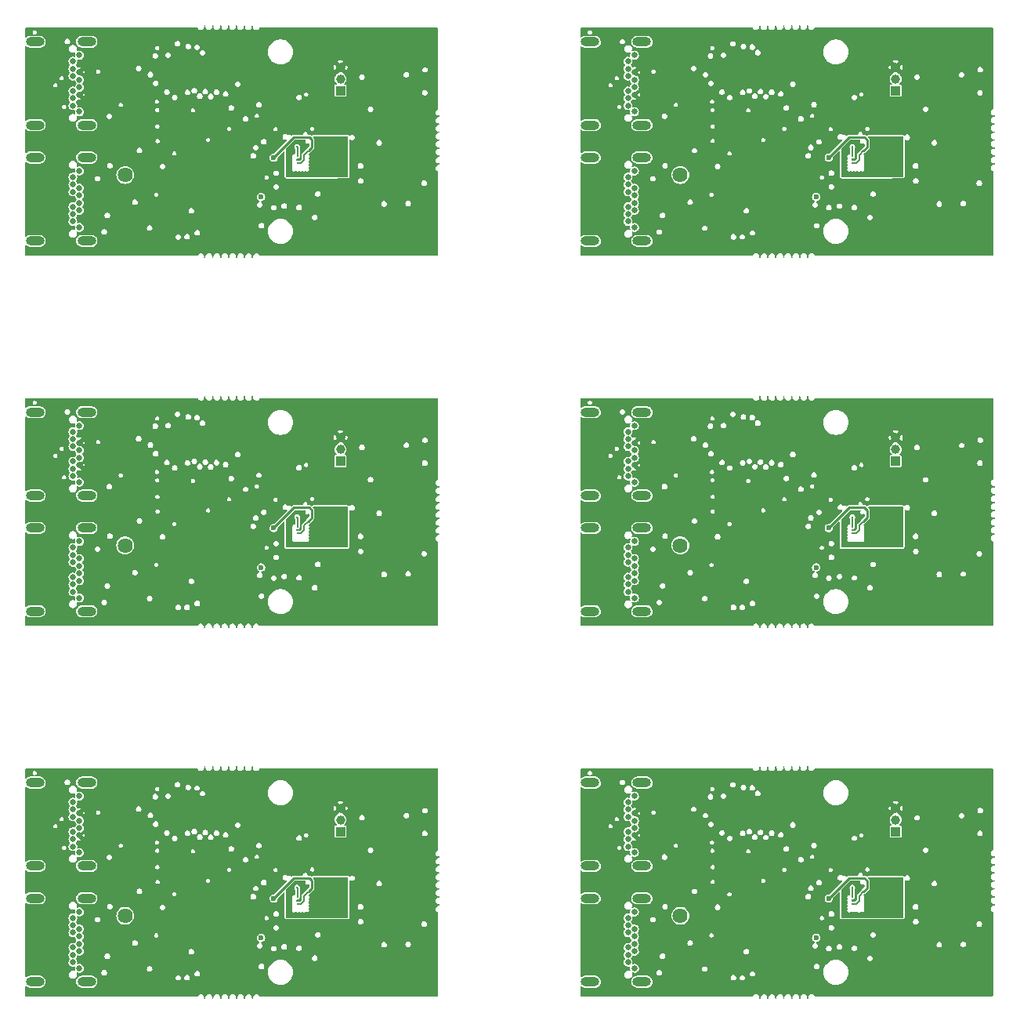
<source format=gbr>
G04 #@! TF.GenerationSoftware,KiCad,Pcbnew,7.0.7*
G04 #@! TF.CreationDate,2024-04-05T11:51:01+02:00*
G04 #@! TF.ProjectId,Versa_ECG_PPG_panel,56657273-615f-4454-9347-5f5050475f70,00*
G04 #@! TF.SameCoordinates,Original*
G04 #@! TF.FileFunction,Copper,L3,Inr*
G04 #@! TF.FilePolarity,Positive*
%FSLAX46Y46*%
G04 Gerber Fmt 4.6, Leading zero omitted, Abs format (unit mm)*
G04 Created by KiCad (PCBNEW 7.0.7) date 2024-04-05 11:51:01*
%MOMM*%
%LPD*%
G01*
G04 APERTURE LIST*
G04 #@! TA.AperFunction,ComponentPad*
%ADD10C,1.625000*%
G04 #@! TD*
G04 #@! TA.AperFunction,ComponentPad*
%ADD11C,0.650000*%
G04 #@! TD*
G04 #@! TA.AperFunction,ComponentPad*
%ADD12O,2.000000X1.000000*%
G04 #@! TD*
G04 #@! TA.AperFunction,ComponentPad*
%ADD13R,1.000000X1.000000*%
G04 #@! TD*
G04 #@! TA.AperFunction,ComponentPad*
%ADD14C,1.000000*%
G04 #@! TD*
G04 #@! TA.AperFunction,ViaPad*
%ADD15C,0.600000*%
G04 #@! TD*
G04 #@! TA.AperFunction,ViaPad*
%ADD16C,0.200000*%
G04 #@! TD*
G04 #@! TA.AperFunction,ViaPad*
%ADD17C,0.300000*%
G04 #@! TD*
G04 #@! TA.AperFunction,Conductor*
%ADD18C,0.250000*%
G04 #@! TD*
G04 #@! TA.AperFunction,Conductor*
%ADD19C,0.200000*%
G04 #@! TD*
G04 #@! TA.AperFunction,Conductor*
%ADD20C,0.150000*%
G04 #@! TD*
G04 APERTURE END LIST*
D10*
X166999200Y-131099000D03*
X166999200Y-51099000D03*
D11*
X102050000Y-44270000D03*
X101350000Y-43620000D03*
X101350000Y-42820000D03*
X102050000Y-42420000D03*
X101350000Y-42020000D03*
X102050000Y-41620000D03*
X102050000Y-40820000D03*
X101350000Y-40420000D03*
X102050000Y-40020000D03*
X101350000Y-39620000D03*
X101350000Y-38820000D03*
X102050000Y-38170000D03*
D12*
X102850000Y-36720000D03*
X102850000Y-45720000D03*
X97250000Y-36720000D03*
X97250000Y-45720000D03*
D10*
X106999200Y-51099000D03*
D11*
X102050000Y-84270000D03*
X101350000Y-83620000D03*
X101350000Y-82820000D03*
X102050000Y-82420000D03*
X101350000Y-82020000D03*
X102050000Y-81620000D03*
X102050000Y-80820000D03*
X101350000Y-80420000D03*
X102050000Y-80020000D03*
X101350000Y-79620000D03*
X101350000Y-78820000D03*
X102050000Y-78170000D03*
D12*
X102850000Y-76720000D03*
X102850000Y-85720000D03*
X97250000Y-76720000D03*
X97250000Y-85720000D03*
D13*
X190274000Y-122003000D03*
D14*
X190274000Y-120733000D03*
X190274000Y-119463000D03*
D10*
X106999200Y-91099000D03*
D13*
X130274000Y-42003000D03*
D14*
X130274000Y-40733000D03*
X130274000Y-39463000D03*
D11*
X102050000Y-124270000D03*
X101350000Y-123620000D03*
X101350000Y-122820000D03*
X102050000Y-122420000D03*
X101350000Y-122020000D03*
X102050000Y-121620000D03*
X102050000Y-120820000D03*
X101350000Y-120420000D03*
X102050000Y-120020000D03*
X101350000Y-119620000D03*
X101350000Y-118820000D03*
X102050000Y-118170000D03*
D12*
X102850000Y-116720000D03*
X102850000Y-125720000D03*
X97250000Y-116720000D03*
X97250000Y-125720000D03*
D11*
X162050000Y-124270000D03*
X161350000Y-123620000D03*
X161350000Y-122820000D03*
X162050000Y-122420000D03*
X161350000Y-122020000D03*
X162050000Y-121620000D03*
X162050000Y-120820000D03*
X161350000Y-120420000D03*
X162050000Y-120020000D03*
X161350000Y-119620000D03*
X161350000Y-118820000D03*
X162050000Y-118170000D03*
D12*
X162850000Y-116720000D03*
X162850000Y-125720000D03*
X157250000Y-116720000D03*
X157250000Y-125720000D03*
D13*
X190274000Y-82003000D03*
D14*
X190274000Y-80733000D03*
X190274000Y-79463000D03*
D11*
X102050000Y-56770000D03*
X101350000Y-56120000D03*
X101350000Y-55320000D03*
X102050000Y-54920000D03*
X101350000Y-54520000D03*
X102050000Y-54120000D03*
X102050000Y-53320000D03*
X101350000Y-52920000D03*
X102050000Y-52520000D03*
X101350000Y-52120000D03*
X101350000Y-51320000D03*
X102050000Y-50670000D03*
D12*
X102850000Y-49220000D03*
X102850000Y-58220000D03*
X97250000Y-49220000D03*
X97250000Y-58220000D03*
D13*
X130274000Y-122003000D03*
D14*
X130274000Y-120733000D03*
X130274000Y-119463000D03*
D11*
X102050000Y-96770000D03*
X101350000Y-96120000D03*
X101350000Y-95320000D03*
X102050000Y-94920000D03*
X101350000Y-94520000D03*
X102050000Y-94120000D03*
X102050000Y-93320000D03*
X101350000Y-92920000D03*
X102050000Y-92520000D03*
X101350000Y-92120000D03*
X101350000Y-91320000D03*
X102050000Y-90670000D03*
D12*
X102850000Y-89220000D03*
X102850000Y-98220000D03*
X97250000Y-89220000D03*
X97250000Y-98220000D03*
D10*
X166999200Y-91099000D03*
D11*
X162050000Y-44270000D03*
X161350000Y-43620000D03*
X161350000Y-42820000D03*
X162050000Y-42420000D03*
X161350000Y-42020000D03*
X162050000Y-41620000D03*
X162050000Y-40820000D03*
X161350000Y-40420000D03*
X162050000Y-40020000D03*
X161350000Y-39620000D03*
X161350000Y-38820000D03*
X162050000Y-38170000D03*
D12*
X162850000Y-36720000D03*
X162850000Y-45720000D03*
X157250000Y-36720000D03*
X157250000Y-45720000D03*
D11*
X102050000Y-136770000D03*
X101350000Y-136120000D03*
X101350000Y-135320000D03*
X102050000Y-134920000D03*
X101350000Y-134520000D03*
X102050000Y-134120000D03*
X102050000Y-133320000D03*
X101350000Y-132920000D03*
X102050000Y-132520000D03*
X101350000Y-132120000D03*
X101350000Y-131320000D03*
X102050000Y-130670000D03*
D12*
X102850000Y-129220000D03*
X102850000Y-138220000D03*
X97250000Y-129220000D03*
X97250000Y-138220000D03*
D11*
X162050000Y-84270000D03*
X161350000Y-83620000D03*
X161350000Y-82820000D03*
X162050000Y-82420000D03*
X161350000Y-82020000D03*
X162050000Y-81620000D03*
X162050000Y-80820000D03*
X161350000Y-80420000D03*
X162050000Y-80020000D03*
X161350000Y-79620000D03*
X161350000Y-78820000D03*
X162050000Y-78170000D03*
D12*
X162850000Y-76720000D03*
X162850000Y-85720000D03*
X157250000Y-76720000D03*
X157250000Y-85720000D03*
D11*
X162050000Y-136770000D03*
X161350000Y-136120000D03*
X161350000Y-135320000D03*
X162050000Y-134920000D03*
X161350000Y-134520000D03*
X162050000Y-134120000D03*
X162050000Y-133320000D03*
X161350000Y-132920000D03*
X162050000Y-132520000D03*
X161350000Y-132120000D03*
X161350000Y-131320000D03*
X162050000Y-130670000D03*
D12*
X162850000Y-129220000D03*
X162850000Y-138220000D03*
X157250000Y-129220000D03*
X157250000Y-138220000D03*
D11*
X162050000Y-56770000D03*
X161350000Y-56120000D03*
X161350000Y-55320000D03*
X162050000Y-54920000D03*
X161350000Y-54520000D03*
X162050000Y-54120000D03*
X162050000Y-53320000D03*
X161350000Y-52920000D03*
X162050000Y-52520000D03*
X161350000Y-52120000D03*
X161350000Y-51320000D03*
X162050000Y-50670000D03*
D12*
X162850000Y-49220000D03*
X162850000Y-58220000D03*
X157250000Y-49220000D03*
X157250000Y-58220000D03*
D10*
X106999200Y-131099000D03*
D13*
X130274000Y-82003000D03*
D14*
X130274000Y-80733000D03*
X130274000Y-79463000D03*
D13*
X190274000Y-42003000D03*
D14*
X190274000Y-40733000D03*
X190274000Y-39463000D03*
D11*
X162050000Y-96770000D03*
X161350000Y-96120000D03*
X161350000Y-95320000D03*
X162050000Y-94920000D03*
X161350000Y-94520000D03*
X162050000Y-94120000D03*
X162050000Y-93320000D03*
X161350000Y-92920000D03*
X162050000Y-92520000D03*
X161350000Y-92120000D03*
X161350000Y-91320000D03*
X162050000Y-90670000D03*
D12*
X162850000Y-89220000D03*
X162850000Y-98220000D03*
X157250000Y-89220000D03*
X157250000Y-98220000D03*
D15*
X109945000Y-57677000D03*
X128686000Y-52769000D03*
X113148000Y-51771000D03*
X119019500Y-38030500D03*
X138417500Y-42189500D03*
X127390000Y-42589000D03*
X109295500Y-48472500D03*
X137499500Y-36558500D03*
X139332000Y-50487000D03*
X121681500Y-53473500D03*
D16*
X125612000Y-49795000D03*
D15*
X123046500Y-49231500D03*
X130545000Y-48975000D03*
D16*
X125612000Y-49445000D03*
X125612000Y-49095000D03*
D17*
X125583500Y-48047500D03*
D15*
X197499500Y-36558500D03*
X179019500Y-38030500D03*
X188686000Y-52769000D03*
X169295500Y-48472500D03*
X187390000Y-42589000D03*
X169945000Y-57677000D03*
X173148000Y-51771000D03*
X198417500Y-42189500D03*
X199332000Y-50487000D03*
X181681500Y-53473500D03*
D16*
X185612000Y-49795000D03*
D15*
X183046500Y-49231500D03*
X190545000Y-48975000D03*
D16*
X185612000Y-49445000D03*
D17*
X185583500Y-48047500D03*
D16*
X185612000Y-49095000D03*
D15*
X109295500Y-88472500D03*
X138417500Y-82189500D03*
X109945000Y-97677000D03*
X128686000Y-92769000D03*
X127390000Y-82589000D03*
X137499500Y-76558500D03*
X113148000Y-91771000D03*
X119019500Y-78030500D03*
X139332000Y-90487000D03*
X121681500Y-93473500D03*
D16*
X125612000Y-89795000D03*
D15*
X123046500Y-89231500D03*
D16*
X125612000Y-89445000D03*
D15*
X130545000Y-88975000D03*
D17*
X125583500Y-88047500D03*
D16*
X125612000Y-89095000D03*
D15*
X169295500Y-88472500D03*
X187390000Y-82589000D03*
X199332000Y-90487000D03*
X198417500Y-82189500D03*
X179019500Y-78030500D03*
X197499500Y-76558500D03*
X188686000Y-92769000D03*
X173148000Y-91771000D03*
X169945000Y-97677000D03*
X181681500Y-93473500D03*
D16*
X185612000Y-89795000D03*
D15*
X183046500Y-89231500D03*
D16*
X185612000Y-89445000D03*
D15*
X190545000Y-88975000D03*
D16*
X185612000Y-89095000D03*
D17*
X185583500Y-88047500D03*
D15*
X113148000Y-131771000D03*
X138417500Y-122189500D03*
X139332000Y-130487000D03*
X119019500Y-118030500D03*
X137499500Y-116558500D03*
X109295500Y-128472500D03*
X127390000Y-122589000D03*
X128686000Y-132769000D03*
X109945000Y-137677000D03*
X121681500Y-133473500D03*
X123046500Y-129231500D03*
D16*
X125612000Y-129795000D03*
D15*
X130545000Y-128975000D03*
D16*
X125612000Y-129445000D03*
X125612000Y-129095000D03*
D17*
X125583500Y-128047500D03*
D15*
X179019500Y-118030500D03*
X187390000Y-122589000D03*
X173148000Y-131771000D03*
X197499500Y-116558500D03*
X188686000Y-132769000D03*
X198417500Y-122189500D03*
X169945000Y-137677000D03*
X169295500Y-128472500D03*
X199332000Y-130487000D03*
X181681500Y-133473500D03*
D16*
X185612000Y-129795000D03*
D15*
X183046500Y-129231500D03*
D16*
X185612000Y-129445000D03*
D15*
X190545000Y-128975000D03*
D16*
X185612000Y-129095000D03*
D17*
X185583500Y-128047500D03*
D18*
X125240500Y-47018500D02*
X126890500Y-47018500D01*
X126890500Y-47018500D02*
X127181500Y-47309500D01*
X127181500Y-47309500D02*
X127181500Y-48097500D01*
D19*
X126803000Y-48476000D02*
X126315500Y-48963500D01*
D18*
X127181500Y-48097500D02*
X126803000Y-48476000D01*
D20*
X125998500Y-49792500D02*
X125613500Y-49792500D01*
D19*
X126315500Y-49475500D02*
X125998500Y-49792500D01*
X126315500Y-48963500D02*
X126315500Y-49475500D01*
D18*
X123046500Y-49212500D02*
X125240500Y-47018500D01*
X123046500Y-49231500D02*
X123046500Y-49212500D01*
D19*
X125612000Y-49095000D02*
X125612000Y-48076000D01*
X125583500Y-48047500D02*
X125580500Y-48050500D01*
X125612000Y-48076000D02*
X125583500Y-48047500D01*
D18*
X187181500Y-47309500D02*
X187181500Y-48097500D01*
D19*
X186315500Y-49475500D02*
X185998500Y-49792500D01*
D18*
X187181500Y-48097500D02*
X186803000Y-48476000D01*
X186890500Y-47018500D02*
X187181500Y-47309500D01*
D20*
X185998500Y-49792500D02*
X185613500Y-49792500D01*
D18*
X183046500Y-49212500D02*
X185240500Y-47018500D01*
X183046500Y-49231500D02*
X183046500Y-49212500D01*
X185240500Y-47018500D02*
X186890500Y-47018500D01*
D19*
X186315500Y-48963500D02*
X186315500Y-49475500D01*
X186803000Y-48476000D02*
X186315500Y-48963500D01*
X185612000Y-48076000D02*
X185583500Y-48047500D01*
X185612000Y-49095000D02*
X185612000Y-48076000D01*
X185583500Y-48047500D02*
X185580500Y-48050500D01*
D18*
X127181500Y-88097500D02*
X126803000Y-88476000D01*
D19*
X126315500Y-89475500D02*
X125998500Y-89792500D01*
D18*
X123046500Y-89212500D02*
X125240500Y-87018500D01*
D20*
X125998500Y-89792500D02*
X125613500Y-89792500D01*
D18*
X123046500Y-89231500D02*
X123046500Y-89212500D01*
X127181500Y-87309500D02*
X127181500Y-88097500D01*
X125240500Y-87018500D02*
X126890500Y-87018500D01*
X126890500Y-87018500D02*
X127181500Y-87309500D01*
D19*
X126315500Y-88963500D02*
X126315500Y-89475500D01*
X126803000Y-88476000D02*
X126315500Y-88963500D01*
X125583500Y-88047500D02*
X125580500Y-88050500D01*
X125612000Y-89095000D02*
X125612000Y-88076000D01*
X125612000Y-88076000D02*
X125583500Y-88047500D01*
D18*
X183046500Y-89212500D02*
X185240500Y-87018500D01*
X183046500Y-89231500D02*
X183046500Y-89212500D01*
X186890500Y-87018500D02*
X187181500Y-87309500D01*
D19*
X186315500Y-88963500D02*
X186315500Y-89475500D01*
D18*
X187181500Y-88097500D02*
X186803000Y-88476000D01*
X185240500Y-87018500D02*
X186890500Y-87018500D01*
X187181500Y-87309500D02*
X187181500Y-88097500D01*
D20*
X185998500Y-89792500D02*
X185613500Y-89792500D01*
D19*
X186803000Y-88476000D02*
X186315500Y-88963500D01*
X186315500Y-89475500D02*
X185998500Y-89792500D01*
X185583500Y-88047500D02*
X185580500Y-88050500D01*
X185612000Y-88076000D02*
X185583500Y-88047500D01*
X185612000Y-89095000D02*
X185612000Y-88076000D01*
D18*
X127181500Y-127309500D02*
X127181500Y-128097500D01*
X123046500Y-129212500D02*
X125240500Y-127018500D01*
X126890500Y-127018500D02*
X127181500Y-127309500D01*
D20*
X125998500Y-129792500D02*
X125613500Y-129792500D01*
D19*
X126803000Y-128476000D02*
X126315500Y-128963500D01*
D18*
X123046500Y-129231500D02*
X123046500Y-129212500D01*
D19*
X126315500Y-129475500D02*
X125998500Y-129792500D01*
D18*
X125240500Y-127018500D02*
X126890500Y-127018500D01*
X127181500Y-128097500D02*
X126803000Y-128476000D01*
D19*
X126315500Y-128963500D02*
X126315500Y-129475500D01*
X125612000Y-128076000D02*
X125583500Y-128047500D01*
X125612000Y-129095000D02*
X125612000Y-128076000D01*
X125583500Y-128047500D02*
X125580500Y-128050500D01*
D18*
X185240500Y-127018500D02*
X186890500Y-127018500D01*
D19*
X186315500Y-128963500D02*
X186315500Y-129475500D01*
D18*
X186890500Y-127018500D02*
X187181500Y-127309500D01*
X183046500Y-129231500D02*
X183046500Y-129212500D01*
D19*
X186315500Y-129475500D02*
X185998500Y-129792500D01*
D18*
X183046500Y-129212500D02*
X185240500Y-127018500D01*
D20*
X185998500Y-129792500D02*
X185613500Y-129792500D01*
D18*
X187181500Y-128097500D02*
X186803000Y-128476000D01*
X187181500Y-127309500D02*
X187181500Y-128097500D01*
D19*
X186803000Y-128476000D02*
X186315500Y-128963500D01*
X185612000Y-129095000D02*
X185612000Y-128076000D01*
X185612000Y-128076000D02*
X185583500Y-128047500D01*
X185583500Y-128047500D02*
X185580500Y-128050500D01*
G04 #@! TA.AperFunction,Conductor*
G36*
X180811486Y-114965466D02*
G01*
X180836850Y-115009272D01*
X180837737Y-115028322D01*
X180829367Y-115129340D01*
X180829368Y-115129343D01*
X180829368Y-115129344D01*
X180857718Y-115241297D01*
X180858085Y-115242743D01*
X180858086Y-115242744D01*
X180922062Y-115340668D01*
X181014372Y-115412516D01*
X181014373Y-115412516D01*
X181014374Y-115412517D01*
X181125012Y-115450500D01*
X181212534Y-115450500D01*
X181212540Y-115450500D01*
X181298881Y-115436092D01*
X181401758Y-115380418D01*
X181480984Y-115294356D01*
X181504282Y-115241239D01*
X181539243Y-115204635D01*
X181570191Y-115197572D01*
X181570175Y-115197411D01*
X181571489Y-115197276D01*
X181572832Y-115196970D01*
X181574339Y-115196985D01*
X181574340Y-115196986D01*
X181574340Y-115196985D01*
X181578500Y-115197030D01*
X181578499Y-115197067D01*
X181585873Y-115196968D01*
X181586232Y-115196994D01*
X181593292Y-115198150D01*
X181593296Y-115198122D01*
X181597413Y-115198688D01*
X181597417Y-115198689D01*
X181614208Y-115199100D01*
X181615960Y-115199187D01*
X181632701Y-115200423D01*
X181632702Y-115200422D01*
X181632705Y-115200423D01*
X181636860Y-115200263D01*
X181636874Y-115200632D01*
X181649963Y-115200379D01*
X181651030Y-115200499D01*
X181651032Y-115200500D01*
X181651034Y-115200500D01*
X181671166Y-115200500D01*
X181691283Y-115200994D01*
X181691293Y-115200991D01*
X181695284Y-115200642D01*
X181698526Y-115200500D01*
X200725500Y-115200500D01*
X200773066Y-115217813D01*
X200798376Y-115261650D01*
X200799500Y-115274500D01*
X200799500Y-123812469D01*
X200799358Y-123815711D01*
X200799006Y-123819714D01*
X200799500Y-123839836D01*
X200799500Y-123859969D01*
X200799624Y-123861072D01*
X200799374Y-123874133D01*
X200799736Y-123874147D01*
X200799575Y-123878299D01*
X200800808Y-123895026D01*
X200800897Y-123896835D01*
X200801309Y-123913580D01*
X200801875Y-123917688D01*
X200801846Y-123917691D01*
X200803003Y-123924788D01*
X200803031Y-123925162D01*
X200802933Y-123932510D01*
X200802969Y-123932510D01*
X200803012Y-123936574D01*
X200802874Y-123936965D01*
X200802858Y-123938173D01*
X200802593Y-123940779D01*
X200801568Y-123940674D01*
X200786203Y-123984321D01*
X200764236Y-124002438D01*
X200681744Y-124047080D01*
X200681742Y-124047081D01*
X200602517Y-124133141D01*
X200602514Y-124133147D01*
X200555527Y-124240267D01*
X200555526Y-124240270D01*
X200545867Y-124356841D01*
X200545867Y-124356844D01*
X200545868Y-124356844D01*
X200569974Y-124452038D01*
X200574585Y-124470243D01*
X200574586Y-124470244D01*
X200638562Y-124568168D01*
X200730872Y-124640016D01*
X200730873Y-124640016D01*
X200730874Y-124640017D01*
X200841512Y-124678000D01*
X200926066Y-124678000D01*
X200973632Y-124695313D01*
X200998942Y-124739150D01*
X201000066Y-124752164D01*
X201000048Y-124760306D01*
X200982630Y-124807833D01*
X200938737Y-124833046D01*
X200926048Y-124834142D01*
X200870960Y-124834142D01*
X200806204Y-124844948D01*
X200784618Y-124848550D01*
X200681744Y-124904222D01*
X200681742Y-124904223D01*
X200602517Y-124990283D01*
X200602514Y-124990289D01*
X200555527Y-125097409D01*
X200555526Y-125097412D01*
X200545867Y-125213983D01*
X200555270Y-125251117D01*
X200568172Y-125302064D01*
X200574585Y-125327385D01*
X200574586Y-125327386D01*
X200638562Y-125425310D01*
X200730872Y-125497158D01*
X200730873Y-125497158D01*
X200730874Y-125497159D01*
X200841512Y-125535142D01*
X200924153Y-125535142D01*
X200971719Y-125552455D01*
X200997029Y-125596292D01*
X200998153Y-125609306D01*
X200998135Y-125617449D01*
X200980717Y-125664976D01*
X200936824Y-125690189D01*
X200924135Y-125691285D01*
X200870960Y-125691285D01*
X200806204Y-125702091D01*
X200784618Y-125705693D01*
X200681744Y-125761365D01*
X200681742Y-125761366D01*
X200602517Y-125847426D01*
X200602514Y-125847432D01*
X200555527Y-125954552D01*
X200555526Y-125954555D01*
X200545867Y-126071126D01*
X200553812Y-126102498D01*
X200565714Y-126149501D01*
X200574585Y-126184528D01*
X200574586Y-126184529D01*
X200638562Y-126282453D01*
X200730872Y-126354301D01*
X200730873Y-126354301D01*
X200730874Y-126354302D01*
X200841512Y-126392285D01*
X200922241Y-126392285D01*
X200969807Y-126409598D01*
X200995117Y-126453435D01*
X200996241Y-126466458D01*
X200996222Y-126474601D01*
X200978798Y-126522126D01*
X200934902Y-126547334D01*
X200922222Y-126548428D01*
X200870960Y-126548428D01*
X200806204Y-126559234D01*
X200784618Y-126562836D01*
X200681744Y-126618508D01*
X200681742Y-126618509D01*
X200602517Y-126704569D01*
X200602514Y-126704575D01*
X200555527Y-126811695D01*
X200555526Y-126811698D01*
X200545867Y-126928269D01*
X200574585Y-127041671D01*
X200574586Y-127041672D01*
X200638562Y-127139596D01*
X200730872Y-127211444D01*
X200730873Y-127211444D01*
X200730874Y-127211445D01*
X200841512Y-127249428D01*
X200920328Y-127249428D01*
X200967894Y-127266741D01*
X200993204Y-127310578D01*
X200994328Y-127323601D01*
X200994309Y-127331744D01*
X200976885Y-127379269D01*
X200932989Y-127404477D01*
X200920309Y-127405571D01*
X200870960Y-127405571D01*
X200806204Y-127416377D01*
X200784618Y-127419979D01*
X200681744Y-127475651D01*
X200681742Y-127475652D01*
X200602517Y-127561712D01*
X200602514Y-127561718D01*
X200555527Y-127668838D01*
X200555526Y-127668841D01*
X200545867Y-127785412D01*
X200545867Y-127785415D01*
X200545868Y-127785415D01*
X200570897Y-127884254D01*
X200574585Y-127898814D01*
X200574586Y-127898815D01*
X200638562Y-127996739D01*
X200730872Y-128068587D01*
X200730873Y-128068587D01*
X200730874Y-128068588D01*
X200841512Y-128106571D01*
X200918415Y-128106571D01*
X200965981Y-128123884D01*
X200991291Y-128167721D01*
X200992415Y-128180735D01*
X200992397Y-128188878D01*
X200974979Y-128236405D01*
X200931086Y-128261618D01*
X200918397Y-128262714D01*
X200870960Y-128262714D01*
X200806204Y-128273520D01*
X200784618Y-128277122D01*
X200681744Y-128332794D01*
X200681742Y-128332795D01*
X200602517Y-128418855D01*
X200602514Y-128418861D01*
X200555527Y-128525981D01*
X200555526Y-128525984D01*
X200545867Y-128642555D01*
X200546596Y-128645432D01*
X200571059Y-128742037D01*
X200574585Y-128755957D01*
X200574586Y-128755958D01*
X200638562Y-128853882D01*
X200730872Y-128925730D01*
X200730873Y-128925730D01*
X200730874Y-128925731D01*
X200841512Y-128963714D01*
X200916502Y-128963714D01*
X200964068Y-128981027D01*
X200989378Y-129024864D01*
X200990502Y-129037878D01*
X200990484Y-129046021D01*
X200973066Y-129093548D01*
X200929173Y-129118761D01*
X200916484Y-129119857D01*
X200870960Y-129119857D01*
X200806204Y-129130663D01*
X200784618Y-129134265D01*
X200681744Y-129189937D01*
X200681742Y-129189938D01*
X200602517Y-129275998D01*
X200602514Y-129276004D01*
X200555527Y-129383124D01*
X200555526Y-129383127D01*
X200545867Y-129499698D01*
X200545867Y-129499701D01*
X200545868Y-129499701D01*
X200563543Y-129569500D01*
X200574585Y-129613100D01*
X200574586Y-129613101D01*
X200638562Y-129711025D01*
X200730872Y-129782873D01*
X200730873Y-129782873D01*
X200730874Y-129782874D01*
X200841512Y-129820857D01*
X200914590Y-129820857D01*
X200962156Y-129838170D01*
X200987466Y-129882007D01*
X200988590Y-129895030D01*
X200988571Y-129903173D01*
X200971147Y-129950698D01*
X200927251Y-129975906D01*
X200914571Y-129977000D01*
X200870960Y-129977000D01*
X200806204Y-129987806D01*
X200784618Y-129991408D01*
X200681744Y-130047080D01*
X200681742Y-130047081D01*
X200602517Y-130133141D01*
X200602514Y-130133147D01*
X200555527Y-130240267D01*
X200555526Y-130240270D01*
X200545867Y-130356841D01*
X200549011Y-130369256D01*
X200573383Y-130465500D01*
X200574585Y-130470243D01*
X200574586Y-130470244D01*
X200634138Y-130561397D01*
X200638563Y-130568169D01*
X200730874Y-130640017D01*
X200753046Y-130647628D01*
X200792411Y-130679447D01*
X200801893Y-130714286D01*
X200802593Y-130714215D01*
X200802858Y-130716819D01*
X200802872Y-130717883D01*
X200803012Y-130718396D01*
X200802969Y-130722485D01*
X200802935Y-130722484D01*
X200803035Y-130729792D01*
X200803007Y-130730169D01*
X200801844Y-130737311D01*
X200801875Y-130737316D01*
X200801309Y-130741423D01*
X200800897Y-130758162D01*
X200800808Y-130759970D01*
X200799575Y-130776700D01*
X200799736Y-130780855D01*
X200799372Y-130780869D01*
X200799624Y-130793920D01*
X200799500Y-130795023D01*
X200799500Y-130815161D01*
X200799005Y-130835288D01*
X200799358Y-130839293D01*
X200799500Y-130842535D01*
X200799500Y-139725500D01*
X200782187Y-139773066D01*
X200738350Y-139798376D01*
X200725500Y-139799500D01*
X181698530Y-139799500D01*
X181695287Y-139799358D01*
X181691287Y-139799005D01*
X181671152Y-139799500D01*
X181651031Y-139799500D01*
X181649939Y-139799623D01*
X181636863Y-139799371D01*
X181636849Y-139799736D01*
X181632698Y-139799575D01*
X181615987Y-139800807D01*
X181614177Y-139800896D01*
X181597426Y-139801308D01*
X181593312Y-139801875D01*
X181593307Y-139801844D01*
X181586152Y-139803008D01*
X181585788Y-139803035D01*
X181578463Y-139802935D01*
X181578464Y-139802969D01*
X181578073Y-139802973D01*
X181577946Y-139802928D01*
X181572831Y-139802859D01*
X181570224Y-139802594D01*
X181570458Y-139800289D01*
X181530332Y-139786148D01*
X181512318Y-139762360D01*
X181512269Y-139762393D01*
X181511802Y-139761678D01*
X181509549Y-139758703D01*
X181508917Y-139757262D01*
X181508916Y-139757261D01*
X181508916Y-139757259D01*
X181444937Y-139659331D01*
X181444935Y-139659329D01*
X181352627Y-139587483D01*
X181241988Y-139549500D01*
X181154460Y-139549500D01*
X181089704Y-139560306D01*
X181068118Y-139563908D01*
X180965244Y-139619580D01*
X180965242Y-139619581D01*
X180886017Y-139705641D01*
X180886014Y-139705647D01*
X180839027Y-139812767D01*
X180839026Y-139812770D01*
X180829367Y-139929342D01*
X180835107Y-139952009D01*
X180830000Y-140002370D01*
X180793717Y-140037666D01*
X180763463Y-140044174D01*
X180746587Y-140044195D01*
X180698999Y-140026941D01*
X180673635Y-139983136D01*
X180672748Y-139964084D01*
X180680489Y-139870657D01*
X180680489Y-139870656D01*
X180665830Y-139812770D01*
X180651773Y-139757259D01*
X180587794Y-139659331D01*
X180587791Y-139659329D01*
X180495484Y-139587483D01*
X180384845Y-139549500D01*
X180297317Y-139549500D01*
X180232561Y-139560306D01*
X180210975Y-139563908D01*
X180108101Y-139619580D01*
X180108099Y-139619581D01*
X180028874Y-139705641D01*
X180028871Y-139705647D01*
X179981884Y-139812767D01*
X179981883Y-139812770D01*
X179972224Y-139929341D01*
X179972224Y-139929344D01*
X179972225Y-139929344D01*
X179977584Y-139950508D01*
X179978235Y-139953076D01*
X179973129Y-140003437D01*
X179936846Y-140038733D01*
X179906589Y-140045242D01*
X179889353Y-140045263D01*
X179841766Y-140028008D01*
X179816403Y-139984202D01*
X179815516Y-139965152D01*
X179815605Y-139964084D01*
X179823346Y-139870656D01*
X179794630Y-139757259D01*
X179730651Y-139659331D01*
X179730648Y-139659329D01*
X179638341Y-139587483D01*
X179527702Y-139549500D01*
X179440174Y-139549500D01*
X179375418Y-139560306D01*
X179353832Y-139563908D01*
X179250958Y-139619580D01*
X179250956Y-139619581D01*
X179171731Y-139705641D01*
X179171728Y-139705647D01*
X179124741Y-139812767D01*
X179124740Y-139812770D01*
X179115081Y-139929342D01*
X179121362Y-139954145D01*
X179116255Y-140004506D01*
X179079972Y-140039802D01*
X179049719Y-140046310D01*
X179032125Y-140046332D01*
X178984537Y-140029079D01*
X178959172Y-139985273D01*
X178958285Y-139966221D01*
X178966203Y-139870657D01*
X178966203Y-139870656D01*
X178951544Y-139812770D01*
X178937487Y-139757259D01*
X178873508Y-139659331D01*
X178873505Y-139659329D01*
X178781198Y-139587483D01*
X178670559Y-139549500D01*
X178583031Y-139549500D01*
X178518275Y-139560306D01*
X178496689Y-139563908D01*
X178393815Y-139619580D01*
X178393813Y-139619581D01*
X178314588Y-139705641D01*
X178314585Y-139705647D01*
X178267598Y-139812767D01*
X178267597Y-139812770D01*
X178257938Y-139929342D01*
X178264489Y-139955212D01*
X178259382Y-140005573D01*
X178223098Y-140040869D01*
X178192844Y-140047377D01*
X178174891Y-140047399D01*
X178127303Y-140030145D01*
X178101940Y-139986338D01*
X178101053Y-139967288D01*
X178101142Y-139966221D01*
X178109060Y-139870656D01*
X178080344Y-139757259D01*
X178016365Y-139659331D01*
X178016362Y-139659329D01*
X177924055Y-139587483D01*
X177813416Y-139549500D01*
X177725888Y-139549500D01*
X177661132Y-139560306D01*
X177639546Y-139563908D01*
X177536672Y-139619580D01*
X177536670Y-139619581D01*
X177457445Y-139705641D01*
X177457442Y-139705647D01*
X177410455Y-139812767D01*
X177410454Y-139812770D01*
X177400795Y-139929341D01*
X177400795Y-139929344D01*
X177400796Y-139929344D01*
X177407076Y-139954145D01*
X177407617Y-139956279D01*
X177402510Y-140006640D01*
X177366228Y-140041936D01*
X177335974Y-140048445D01*
X177317662Y-140048468D01*
X177270074Y-140031215D01*
X177244709Y-139987409D01*
X177243822Y-139968357D01*
X177251917Y-139870657D01*
X177251917Y-139870656D01*
X177237258Y-139812770D01*
X177223201Y-139757259D01*
X177159222Y-139659331D01*
X177159219Y-139659329D01*
X177066912Y-139587483D01*
X176956273Y-139549500D01*
X176868745Y-139549500D01*
X176803989Y-139560306D01*
X176782403Y-139563908D01*
X176679529Y-139619580D01*
X176679527Y-139619581D01*
X176600302Y-139705641D01*
X176600299Y-139705647D01*
X176553312Y-139812767D01*
X176553311Y-139812770D01*
X176543652Y-139929342D01*
X176550744Y-139957348D01*
X176545637Y-140007709D01*
X176509354Y-140043005D01*
X176479099Y-140049513D01*
X176460428Y-140049536D01*
X176412841Y-140032282D01*
X176387477Y-139988476D01*
X176386590Y-139969425D01*
X176386679Y-139968357D01*
X176394774Y-139870656D01*
X176366058Y-139757259D01*
X176302079Y-139659331D01*
X176302076Y-139659329D01*
X176209769Y-139587483D01*
X176099130Y-139549500D01*
X176011602Y-139549500D01*
X175946846Y-139560306D01*
X175925260Y-139563908D01*
X175822386Y-139619580D01*
X175822384Y-139619581D01*
X175743159Y-139705641D01*
X175743156Y-139705647D01*
X175696169Y-139812767D01*
X175696168Y-139812770D01*
X175686509Y-139929342D01*
X175686509Y-139929344D01*
X175693871Y-139958417D01*
X175688764Y-140008778D01*
X175652480Y-140044073D01*
X175622224Y-140050581D01*
X175603196Y-140050604D01*
X175555609Y-140033349D01*
X175530247Y-139989542D01*
X175529360Y-139970493D01*
X175537632Y-139870657D01*
X175537632Y-139870656D01*
X175522973Y-139812770D01*
X175508916Y-139757259D01*
X175444937Y-139659331D01*
X175444934Y-139659329D01*
X175352627Y-139587483D01*
X175241988Y-139549500D01*
X175154460Y-139549500D01*
X175089704Y-139560306D01*
X175068118Y-139563908D01*
X174965244Y-139619580D01*
X174965242Y-139619581D01*
X174886017Y-139705641D01*
X174886015Y-139705645D01*
X174862717Y-139758758D01*
X174827755Y-139795363D01*
X174796763Y-139802437D01*
X174796779Y-139802593D01*
X174795524Y-139802720D01*
X174794178Y-139803028D01*
X174788521Y-139802969D01*
X174788521Y-139802933D01*
X174781162Y-139803031D01*
X174780788Y-139803003D01*
X174773691Y-139801846D01*
X174773688Y-139801875D01*
X174769580Y-139801309D01*
X174752835Y-139800897D01*
X174751026Y-139800808D01*
X174734299Y-139799575D01*
X174730147Y-139799736D01*
X174730133Y-139799374D01*
X174717072Y-139799624D01*
X174715969Y-139799500D01*
X174715967Y-139799500D01*
X174695838Y-139799500D01*
X174689129Y-139799335D01*
X174675714Y-139799006D01*
X174675713Y-139799006D01*
X174675712Y-139799006D01*
X174675710Y-139799006D01*
X174671711Y-139799358D01*
X174668469Y-139799500D01*
X156274500Y-139799500D01*
X156226934Y-139782187D01*
X156201624Y-139738350D01*
X156200500Y-139725500D01*
X156200500Y-138767345D01*
X156217813Y-138719779D01*
X156261650Y-138694469D01*
X156311500Y-138703259D01*
X156325156Y-138713401D01*
X156364607Y-138750448D01*
X156508632Y-138829627D01*
X156667823Y-138870500D01*
X156667826Y-138870500D01*
X157790924Y-138870500D01*
X157790925Y-138870500D01*
X157830428Y-138865509D01*
X157913052Y-138855072D01*
X157913052Y-138855071D01*
X157913058Y-138855071D01*
X158065871Y-138794568D01*
X158198837Y-138697963D01*
X158303600Y-138571326D01*
X158373579Y-138422613D01*
X158386662Y-138354032D01*
X158404376Y-138261172D01*
X158404376Y-138261170D01*
X158401691Y-138218495D01*
X158399195Y-138178826D01*
X161695624Y-138178826D01*
X161705943Y-138342856D01*
X161705944Y-138342862D01*
X161756729Y-138499165D01*
X161756733Y-138499173D01*
X161844794Y-138637935D01*
X161844796Y-138637937D01*
X161844798Y-138637940D01*
X161964607Y-138750448D01*
X162108632Y-138829627D01*
X162267823Y-138870500D01*
X162267826Y-138870500D01*
X163390924Y-138870500D01*
X163390925Y-138870500D01*
X163430428Y-138865509D01*
X163513052Y-138855072D01*
X163513052Y-138855071D01*
X163513058Y-138855071D01*
X163665871Y-138794568D01*
X163798837Y-138697963D01*
X163903600Y-138571326D01*
X163973579Y-138422613D01*
X163986662Y-138354032D01*
X164004376Y-138261172D01*
X164004376Y-138261170D01*
X164001691Y-138218495D01*
X163994056Y-138097140D01*
X163954416Y-137975138D01*
X163943270Y-137940834D01*
X163943266Y-137940826D01*
X163855205Y-137802064D01*
X163855203Y-137802062D01*
X163855202Y-137802060D01*
X163830646Y-137779000D01*
X172433864Y-137779000D01*
X172452265Y-137883362D01*
X172505252Y-137975139D01*
X172586429Y-138043254D01*
X172586432Y-138043256D01*
X172686011Y-138079499D01*
X172686012Y-138079500D01*
X172686014Y-138079500D01*
X172791988Y-138079500D01*
X172791988Y-138079499D01*
X172891568Y-138043256D01*
X172972748Y-137975138D01*
X173025734Y-137883363D01*
X173044136Y-137779000D01*
X173043254Y-137774000D01*
X173394864Y-137774000D01*
X173413265Y-137878362D01*
X173466252Y-137970139D01*
X173547429Y-138038254D01*
X173547432Y-138038256D01*
X173647011Y-138074499D01*
X173647012Y-138074500D01*
X173647014Y-138074500D01*
X173752988Y-138074500D01*
X173752988Y-138074499D01*
X173852568Y-138038256D01*
X173933748Y-137970138D01*
X173986734Y-137878363D01*
X174005136Y-137774000D01*
X173986734Y-137669637D01*
X173936634Y-137582860D01*
X173933747Y-137577860D01*
X173852570Y-137509745D01*
X173852567Y-137509743D01*
X173752988Y-137473500D01*
X173752986Y-137473500D01*
X173647014Y-137473500D01*
X173647011Y-137473500D01*
X173547432Y-137509743D01*
X173547429Y-137509745D01*
X173466252Y-137577860D01*
X173413265Y-137669637D01*
X173394864Y-137774000D01*
X173043254Y-137774000D01*
X173025734Y-137674637D01*
X172988631Y-137610373D01*
X172972747Y-137582860D01*
X172891570Y-137514745D01*
X172891567Y-137514743D01*
X172791988Y-137478500D01*
X172791986Y-137478500D01*
X172686014Y-137478500D01*
X172686011Y-137478500D01*
X172586432Y-137514743D01*
X172586429Y-137514745D01*
X172505252Y-137582860D01*
X172452265Y-137674637D01*
X172433864Y-137779000D01*
X163830646Y-137779000D01*
X163735393Y-137689552D01*
X163735392Y-137689551D01*
X163591368Y-137610373D01*
X163591369Y-137610373D01*
X163432181Y-137569501D01*
X163432180Y-137569500D01*
X163432177Y-137569500D01*
X162309075Y-137569500D01*
X162309067Y-137569500D01*
X162186947Y-137584927D01*
X162034131Y-137645431D01*
X162034130Y-137645431D01*
X162034129Y-137645432D01*
X161983059Y-137682536D01*
X161901162Y-137742037D01*
X161796402Y-137868669D01*
X161796397Y-137868678D01*
X161726421Y-138017384D01*
X161726419Y-138017391D01*
X161695624Y-138178826D01*
X158399195Y-138178826D01*
X158394056Y-138097140D01*
X158354416Y-137975138D01*
X158343270Y-137940834D01*
X158343266Y-137940826D01*
X158255205Y-137802064D01*
X158255203Y-137802062D01*
X158255202Y-137802060D01*
X158135393Y-137689552D01*
X158135392Y-137689551D01*
X157991368Y-137610373D01*
X157991369Y-137610373D01*
X157832181Y-137569501D01*
X157832180Y-137569500D01*
X157832177Y-137569500D01*
X156709075Y-137569500D01*
X156709067Y-137569500D01*
X156586947Y-137584927D01*
X156434131Y-137645431D01*
X156434130Y-137645431D01*
X156434129Y-137645432D01*
X156373404Y-137689551D01*
X156317996Y-137729807D01*
X156269337Y-137743759D01*
X156223095Y-137723170D01*
X156200905Y-137677674D01*
X156200500Y-137669939D01*
X156200500Y-136120000D01*
X160869610Y-136120000D01*
X160889068Y-136255339D01*
X160889068Y-136255340D01*
X160889069Y-136255342D01*
X160945870Y-136379718D01*
X161035411Y-136483055D01*
X161150439Y-136556978D01*
X161281631Y-136595500D01*
X161281633Y-136595500D01*
X161418368Y-136595500D01*
X161491988Y-136573883D01*
X161542505Y-136577093D01*
X161579140Y-136612024D01*
X161586084Y-136655416D01*
X161569610Y-136769999D01*
X161589068Y-136905341D01*
X161610394Y-136952038D01*
X161614405Y-137002497D01*
X161585043Y-137043730D01*
X161536046Y-137056443D01*
X161509486Y-137048712D01*
X161483126Y-137035281D01*
X161483125Y-137035280D01*
X161383489Y-137019500D01*
X161383488Y-137019500D01*
X161316512Y-137019500D01*
X161316511Y-137019500D01*
X161216874Y-137035280D01*
X161216873Y-137035281D01*
X161096780Y-137096471D01*
X161001471Y-137191780D01*
X160940281Y-137311873D01*
X160940280Y-137311873D01*
X160919196Y-137445000D01*
X160940280Y-137578126D01*
X160997055Y-137689552D01*
X161001472Y-137698220D01*
X161096780Y-137793528D01*
X161216874Y-137854719D01*
X161316511Y-137870500D01*
X161316512Y-137870500D01*
X161383489Y-137870500D01*
X161463471Y-137857832D01*
X161483126Y-137854719D01*
X161603220Y-137793528D01*
X161698528Y-137698220D01*
X161759719Y-137578126D01*
X161780804Y-137445000D01*
X161759719Y-137311874D01*
X161758845Y-137310160D01*
X161758653Y-137308596D01*
X161757920Y-137306338D01*
X161758359Y-137306195D01*
X161752678Y-137259919D01*
X161780248Y-137217467D01*
X161828656Y-137202669D01*
X161845630Y-137205565D01*
X161850436Y-137206976D01*
X161850439Y-137206978D01*
X161929725Y-137230258D01*
X161981631Y-137245500D01*
X161981633Y-137245500D01*
X162118368Y-137245500D01*
X162133692Y-137241000D01*
X164430864Y-137241000D01*
X164449265Y-137345362D01*
X164502252Y-137437139D01*
X164583429Y-137505254D01*
X164583432Y-137505256D01*
X164683011Y-137541499D01*
X164683012Y-137541500D01*
X164683014Y-137541500D01*
X164788988Y-137541500D01*
X164788988Y-137541499D01*
X164888568Y-137505256D01*
X164949221Y-137454362D01*
X164969747Y-137437139D01*
X164969748Y-137437138D01*
X165020057Y-137350000D01*
X174494864Y-137350000D01*
X174513265Y-137454362D01*
X174566252Y-137546139D01*
X174647429Y-137614254D01*
X174647432Y-137614256D01*
X174747011Y-137650499D01*
X174747012Y-137650500D01*
X174747014Y-137650500D01*
X174852988Y-137650500D01*
X174852988Y-137650499D01*
X174952568Y-137614256D01*
X175033748Y-137546138D01*
X175086734Y-137454363D01*
X175105136Y-137350000D01*
X175086734Y-137245637D01*
X175048841Y-137180004D01*
X182444341Y-137180004D01*
X182464936Y-137415403D01*
X182464936Y-137415406D01*
X182464937Y-137415408D01*
X182526097Y-137643663D01*
X182625965Y-137857829D01*
X182625966Y-137857830D01*
X182625967Y-137857832D01*
X182633561Y-137868678D01*
X182761505Y-138051401D01*
X182928599Y-138218495D01*
X183122171Y-138354035D01*
X183336337Y-138453903D01*
X183564592Y-138515063D01*
X183741034Y-138530500D01*
X183741036Y-138530500D01*
X183858964Y-138530500D01*
X183858966Y-138530500D01*
X184035408Y-138515063D01*
X184263663Y-138453903D01*
X184477829Y-138354035D01*
X184671401Y-138218495D01*
X184838495Y-138051401D01*
X184974035Y-137857830D01*
X185073903Y-137643663D01*
X185135063Y-137415408D01*
X185148667Y-137259919D01*
X185155659Y-137180004D01*
X185155659Y-137179995D01*
X185143836Y-137044862D01*
X185135063Y-136944592D01*
X185073903Y-136716337D01*
X184974035Y-136502171D01*
X184838495Y-136308599D01*
X184671401Y-136141505D01*
X184477829Y-136005965D01*
X184263663Y-135906097D01*
X184035408Y-135844937D01*
X184035406Y-135844936D01*
X184035403Y-135844936D01*
X183900824Y-135833162D01*
X183858966Y-135829500D01*
X183741034Y-135829500D01*
X183703614Y-135832773D01*
X183564596Y-135844936D01*
X183564592Y-135844936D01*
X183564592Y-135844937D01*
X183336337Y-135906097D01*
X183336336Y-135906097D01*
X183336334Y-135906098D01*
X183336333Y-135906098D01*
X183167860Y-135984660D01*
X183122167Y-136005967D01*
X182928602Y-136141502D01*
X182928599Y-136141504D01*
X182761503Y-136308601D01*
X182744403Y-136333023D01*
X182625965Y-136502170D01*
X182526097Y-136716337D01*
X182465802Y-136941363D01*
X182464936Y-136944596D01*
X182444341Y-137179995D01*
X182444341Y-137180004D01*
X175048841Y-137180004D01*
X175033748Y-137153862D01*
X175033747Y-137153860D01*
X174952570Y-137085745D01*
X174952567Y-137085743D01*
X174852988Y-137049500D01*
X174852986Y-137049500D01*
X174747014Y-137049500D01*
X174747011Y-137049500D01*
X174647432Y-137085743D01*
X174647429Y-137085745D01*
X174566252Y-137153860D01*
X174513265Y-137245637D01*
X174494864Y-137350000D01*
X165020057Y-137350000D01*
X165022734Y-137345363D01*
X165041136Y-137241000D01*
X165022734Y-137136637D01*
X164969748Y-137044862D01*
X164969747Y-137044860D01*
X164888570Y-136976745D01*
X164888567Y-136976743D01*
X164788988Y-136940500D01*
X164788986Y-136940500D01*
X164683014Y-136940500D01*
X164683011Y-136940500D01*
X164583432Y-136976743D01*
X164583429Y-136976745D01*
X164502252Y-137044860D01*
X164449265Y-137136637D01*
X164430864Y-137241000D01*
X162133692Y-137241000D01*
X162183963Y-137226238D01*
X162249561Y-137206978D01*
X162364589Y-137133055D01*
X162454130Y-137029718D01*
X162510931Y-136905342D01*
X162520757Y-136837000D01*
X169336864Y-136837000D01*
X169355265Y-136941362D01*
X169408252Y-137033139D01*
X169489429Y-137101254D01*
X169489432Y-137101256D01*
X169589011Y-137137499D01*
X169589012Y-137137500D01*
X169589014Y-137137500D01*
X169694988Y-137137500D01*
X169694988Y-137137499D01*
X169794568Y-137101256D01*
X169848688Y-137055843D01*
X169875747Y-137033139D01*
X169877722Y-137029719D01*
X169928734Y-136941363D01*
X169947136Y-136837000D01*
X169928734Y-136732637D01*
X169894801Y-136673863D01*
X169875747Y-136640860D01*
X169794570Y-136572745D01*
X169794567Y-136572743D01*
X169785657Y-136569500D01*
X181432364Y-136569500D01*
X181450765Y-136673862D01*
X181503752Y-136765639D01*
X181584929Y-136833754D01*
X181584932Y-136833756D01*
X181684511Y-136869999D01*
X181684512Y-136870000D01*
X181684514Y-136870000D01*
X181790488Y-136870000D01*
X181790488Y-136869999D01*
X181890068Y-136833756D01*
X181971248Y-136765638D01*
X182024234Y-136673863D01*
X182042636Y-136569500D01*
X182024234Y-136465137D01*
X181971248Y-136373362D01*
X181971247Y-136373360D01*
X181890070Y-136305245D01*
X181890067Y-136305243D01*
X181790488Y-136269000D01*
X181790486Y-136269000D01*
X181684514Y-136269000D01*
X181684511Y-136269000D01*
X181584932Y-136305243D01*
X181584929Y-136305245D01*
X181503752Y-136373360D01*
X181450765Y-136465137D01*
X181432364Y-136569500D01*
X169785657Y-136569500D01*
X169694988Y-136536500D01*
X169694986Y-136536500D01*
X169589014Y-136536500D01*
X169589011Y-136536500D01*
X169489432Y-136572743D01*
X169489429Y-136572745D01*
X169408252Y-136640860D01*
X169355265Y-136732637D01*
X169336864Y-136837000D01*
X162520757Y-136837000D01*
X162530390Y-136770000D01*
X162510931Y-136634658D01*
X162454130Y-136510282D01*
X162364589Y-136406945D01*
X162364585Y-136406942D01*
X162301807Y-136366598D01*
X162249561Y-136333022D01*
X162249560Y-136333021D01*
X162118369Y-136294500D01*
X162118367Y-136294500D01*
X161981633Y-136294500D01*
X161908010Y-136316117D01*
X161857493Y-136312906D01*
X161820858Y-136277974D01*
X161813915Y-136234584D01*
X161830390Y-136120000D01*
X161810931Y-135984658D01*
X161754130Y-135860282D01*
X161674565Y-135768458D01*
X161656501Y-135721174D01*
X161673057Y-135673339D01*
X161674545Y-135671564D01*
X161754130Y-135579718D01*
X161806520Y-135465000D01*
X164777864Y-135465000D01*
X164796265Y-135569362D01*
X164849252Y-135661139D01*
X164930429Y-135729254D01*
X164930432Y-135729256D01*
X165030011Y-135765499D01*
X165030012Y-135765500D01*
X165030014Y-135765500D01*
X165135988Y-135765500D01*
X165135988Y-135765499D01*
X165235568Y-135729256D01*
X165303803Y-135672000D01*
X187190864Y-135672000D01*
X187209265Y-135776362D01*
X187262252Y-135868139D01*
X187343429Y-135936254D01*
X187343432Y-135936256D01*
X187443011Y-135972499D01*
X187443012Y-135972500D01*
X187443014Y-135972500D01*
X187548988Y-135972500D01*
X187548988Y-135972499D01*
X187648568Y-135936256D01*
X187729748Y-135868138D01*
X187782734Y-135776363D01*
X187801136Y-135672000D01*
X187782734Y-135567637D01*
X187729748Y-135475862D01*
X187729747Y-135475860D01*
X187648570Y-135407745D01*
X187648567Y-135407743D01*
X187548988Y-135371500D01*
X187548986Y-135371500D01*
X187443014Y-135371500D01*
X187443011Y-135371500D01*
X187343432Y-135407743D01*
X187343429Y-135407745D01*
X187262252Y-135475860D01*
X187209265Y-135567637D01*
X187190864Y-135672000D01*
X165303803Y-135672000D01*
X165316748Y-135661138D01*
X165369734Y-135569363D01*
X165388136Y-135465000D01*
X165369734Y-135360637D01*
X165346272Y-135319999D01*
X165316747Y-135268860D01*
X165235570Y-135200745D01*
X165235567Y-135200743D01*
X165135988Y-135164500D01*
X165135986Y-135164500D01*
X165030014Y-135164500D01*
X165030011Y-135164500D01*
X164930432Y-135200743D01*
X164930429Y-135200745D01*
X164849252Y-135268860D01*
X164796265Y-135360637D01*
X164777864Y-135465000D01*
X161806520Y-135465000D01*
X161810931Y-135455342D01*
X161813946Y-135434364D01*
X161837852Y-135389745D01*
X161884845Y-135370931D01*
X161908043Y-135373892D01*
X161981631Y-135395500D01*
X161981633Y-135395500D01*
X162118368Y-135395500D01*
X162191957Y-135373892D01*
X162249561Y-135356978D01*
X162364589Y-135283055D01*
X162454130Y-135179718D01*
X162510931Y-135055342D01*
X162522339Y-134976000D01*
X173843864Y-134976000D01*
X173862265Y-135080362D01*
X173915252Y-135172139D01*
X173996429Y-135240254D01*
X173996432Y-135240256D01*
X174096011Y-135276499D01*
X174096012Y-135276500D01*
X174096014Y-135276500D01*
X174201988Y-135276500D01*
X174201988Y-135276499D01*
X174301568Y-135240256D01*
X174373713Y-135179719D01*
X174382747Y-135172139D01*
X174382748Y-135172138D01*
X174435734Y-135080363D01*
X174454136Y-134976000D01*
X174435734Y-134871637D01*
X174406867Y-134821638D01*
X174382747Y-134779860D01*
X174301570Y-134711745D01*
X174301567Y-134711743D01*
X174201988Y-134675500D01*
X174201986Y-134675500D01*
X174096014Y-134675500D01*
X174096011Y-134675500D01*
X173996432Y-134711743D01*
X173996429Y-134711745D01*
X173915252Y-134779860D01*
X173862265Y-134871637D01*
X173843864Y-134976000D01*
X162522339Y-134976000D01*
X162530390Y-134920000D01*
X162510931Y-134784658D01*
X162454130Y-134660282D01*
X162423992Y-134625500D01*
X182746364Y-134625500D01*
X182764765Y-134729862D01*
X182817752Y-134821639D01*
X182898929Y-134889754D01*
X182898932Y-134889756D01*
X182998511Y-134925999D01*
X182998512Y-134926000D01*
X182998514Y-134926000D01*
X183104488Y-134926000D01*
X183104488Y-134925999D01*
X183204068Y-134889756D01*
X183285248Y-134821638D01*
X183338234Y-134729863D01*
X183356636Y-134625500D01*
X183338234Y-134521137D01*
X183320404Y-134490254D01*
X183294854Y-134446000D01*
X183886864Y-134446000D01*
X183905265Y-134550362D01*
X183958252Y-134642139D01*
X184039429Y-134710254D01*
X184039432Y-134710256D01*
X184139011Y-134746499D01*
X184139012Y-134746500D01*
X184139014Y-134746500D01*
X184244988Y-134746500D01*
X184244988Y-134746499D01*
X184344568Y-134710256D01*
X184425748Y-134642138D01*
X184451808Y-134597000D01*
X185499864Y-134597000D01*
X185518265Y-134701362D01*
X185571252Y-134793139D01*
X185652429Y-134861254D01*
X185652432Y-134861256D01*
X185752011Y-134897499D01*
X185752012Y-134897500D01*
X185752014Y-134897500D01*
X185857988Y-134897500D01*
X185857988Y-134897499D01*
X185957568Y-134861256D01*
X186038748Y-134793138D01*
X186091734Y-134701363D01*
X186110136Y-134597000D01*
X186091734Y-134492637D01*
X186059183Y-134436256D01*
X186038747Y-134400860D01*
X185957570Y-134332745D01*
X185957567Y-134332743D01*
X185857988Y-134296500D01*
X185857986Y-134296500D01*
X185752014Y-134296500D01*
X185752011Y-134296500D01*
X185652432Y-134332743D01*
X185652429Y-134332745D01*
X185571252Y-134400860D01*
X185518265Y-134492637D01*
X185499864Y-134597000D01*
X184451808Y-134597000D01*
X184478734Y-134550363D01*
X184497136Y-134446000D01*
X184478734Y-134341637D01*
X184425748Y-134249862D01*
X184425747Y-134249860D01*
X184397312Y-134226000D01*
X194675864Y-134226000D01*
X194694265Y-134330362D01*
X194747252Y-134422139D01*
X194828429Y-134490254D01*
X194828432Y-134490256D01*
X194928011Y-134526499D01*
X194928012Y-134526500D01*
X194928014Y-134526500D01*
X195033988Y-134526500D01*
X195033988Y-134526499D01*
X195133568Y-134490256D01*
X195206141Y-134429360D01*
X195214747Y-134422139D01*
X195214748Y-134422138D01*
X195267734Y-134330363D01*
X195286136Y-134226000D01*
X195276614Y-134171999D01*
X197279864Y-134171999D01*
X197298265Y-134276362D01*
X197351252Y-134368139D01*
X197432429Y-134436254D01*
X197432432Y-134436256D01*
X197532011Y-134472499D01*
X197532012Y-134472500D01*
X197532014Y-134472500D01*
X197637988Y-134472500D01*
X197637988Y-134472499D01*
X197737568Y-134436256D01*
X197804946Y-134379719D01*
X197818747Y-134368139D01*
X197818748Y-134368138D01*
X197871734Y-134276363D01*
X197890136Y-134172000D01*
X197871734Y-134067637D01*
X197835939Y-134005638D01*
X197818747Y-133975860D01*
X197737570Y-133907745D01*
X197737567Y-133907743D01*
X197637988Y-133871500D01*
X197637986Y-133871500D01*
X197532014Y-133871500D01*
X197532011Y-133871500D01*
X197432432Y-133907743D01*
X197432429Y-133907745D01*
X197351252Y-133975860D01*
X197298265Y-134067637D01*
X197279864Y-134171999D01*
X195276614Y-134171999D01*
X195267734Y-134121637D01*
X195245439Y-134083021D01*
X195214747Y-134029860D01*
X195133570Y-133961745D01*
X195133567Y-133961743D01*
X195033988Y-133925500D01*
X195033986Y-133925500D01*
X194928014Y-133925500D01*
X194928011Y-133925500D01*
X194828432Y-133961743D01*
X194828429Y-133961745D01*
X194747252Y-134029860D01*
X194694265Y-134121637D01*
X194675864Y-134226000D01*
X184397312Y-134226000D01*
X184344570Y-134181745D01*
X184344567Y-134181743D01*
X184244988Y-134145500D01*
X184244986Y-134145500D01*
X184139014Y-134145500D01*
X184139011Y-134145500D01*
X184039432Y-134181743D01*
X184039429Y-134181745D01*
X183958252Y-134249860D01*
X183905265Y-134341637D01*
X183886864Y-134446000D01*
X183294854Y-134446000D01*
X183285247Y-134429360D01*
X183204070Y-134361245D01*
X183204067Y-134361243D01*
X183104488Y-134325000D01*
X183104486Y-134325000D01*
X182998514Y-134325000D01*
X182998511Y-134325000D01*
X182898932Y-134361243D01*
X182898929Y-134361245D01*
X182817752Y-134429360D01*
X182764765Y-134521137D01*
X182746364Y-134625500D01*
X162423992Y-134625500D01*
X162374565Y-134568458D01*
X162356501Y-134521174D01*
X162373057Y-134473339D01*
X162374545Y-134471564D01*
X162454130Y-134379718D01*
X162510931Y-134255342D01*
X162530390Y-134120000D01*
X162519032Y-134041000D01*
X167752864Y-134041000D01*
X167771265Y-134145362D01*
X167824252Y-134237139D01*
X167905429Y-134305254D01*
X167905432Y-134305256D01*
X168005011Y-134341499D01*
X168005012Y-134341500D01*
X168005014Y-134341500D01*
X168110988Y-134341500D01*
X168110988Y-134341499D01*
X168210568Y-134305256D01*
X168276584Y-134249862D01*
X168291747Y-134237139D01*
X168298179Y-134225999D01*
X168344734Y-134145363D01*
X168363136Y-134041000D01*
X168344734Y-133936637D01*
X168291748Y-133844862D01*
X168291747Y-133844860D01*
X168210570Y-133776745D01*
X168210567Y-133776743D01*
X168110988Y-133740500D01*
X168110986Y-133740500D01*
X168005014Y-133740500D01*
X168005011Y-133740500D01*
X167905432Y-133776743D01*
X167905429Y-133776745D01*
X167824252Y-133844860D01*
X167771265Y-133936637D01*
X167752864Y-134041000D01*
X162519032Y-134041000D01*
X162510931Y-133984658D01*
X162454130Y-133860282D01*
X162374565Y-133768458D01*
X162356501Y-133721174D01*
X162373057Y-133673339D01*
X162374545Y-133671564D01*
X162454130Y-133579718D01*
X162502638Y-133473500D01*
X181226367Y-133473500D01*
X181244802Y-133601723D01*
X181244802Y-133601724D01*
X181244803Y-133601726D01*
X181298618Y-133719563D01*
X181383451Y-133817467D01*
X181492431Y-133887504D01*
X181495834Y-133889058D01*
X181531910Y-133924566D01*
X181536722Y-133974956D01*
X181508018Y-134016649D01*
X181490404Y-134025908D01*
X181408431Y-134055744D01*
X181408429Y-134055745D01*
X181327252Y-134123860D01*
X181274265Y-134215637D01*
X181255864Y-134319999D01*
X181274265Y-134424362D01*
X181327252Y-134516139D01*
X181408429Y-134584254D01*
X181408432Y-134584256D01*
X181508011Y-134620499D01*
X181508012Y-134620500D01*
X181508014Y-134620500D01*
X181613988Y-134620500D01*
X181613988Y-134620499D01*
X181713568Y-134584256D01*
X181788746Y-134521174D01*
X181794747Y-134516139D01*
X181808316Y-134492637D01*
X181847734Y-134424363D01*
X181866136Y-134320000D01*
X181847734Y-134215637D01*
X181794748Y-134123862D01*
X181713568Y-134055744D01*
X181713566Y-134055743D01*
X181711093Y-134053668D01*
X181685783Y-134009830D01*
X181694573Y-133959980D01*
X181733349Y-133927443D01*
X181741588Y-133925375D01*
X181746271Y-133924000D01*
X181746272Y-133924000D01*
X181870569Y-133887504D01*
X181979549Y-133817467D01*
X182064382Y-133719563D01*
X182118197Y-133601726D01*
X182136633Y-133473500D01*
X182118197Y-133345274D01*
X182064382Y-133227437D01*
X181997283Y-133149999D01*
X187523864Y-133149999D01*
X187542265Y-133254362D01*
X187595252Y-133346139D01*
X187676429Y-133414254D01*
X187676432Y-133414256D01*
X187776011Y-133450499D01*
X187776012Y-133450500D01*
X187776014Y-133450500D01*
X187881988Y-133450500D01*
X187881988Y-133450499D01*
X187981568Y-133414256D01*
X188062748Y-133346138D01*
X188115734Y-133254363D01*
X188134136Y-133150000D01*
X188115734Y-133045637D01*
X188062748Y-132953862D01*
X188062747Y-132953860D01*
X187981570Y-132885745D01*
X187981567Y-132885743D01*
X187881988Y-132849500D01*
X187881986Y-132849500D01*
X187776014Y-132849500D01*
X187776011Y-132849500D01*
X187676432Y-132885743D01*
X187676429Y-132885745D01*
X187595252Y-132953860D01*
X187542265Y-133045637D01*
X187523864Y-133149999D01*
X181997283Y-133149999D01*
X181979549Y-133129533D01*
X181912532Y-133086464D01*
X181870568Y-133059495D01*
X181746272Y-133023000D01*
X181616728Y-133023000D01*
X181492431Y-133059495D01*
X181383454Y-133129531D01*
X181383450Y-133129534D01*
X181298619Y-133227435D01*
X181244802Y-133345276D01*
X181226367Y-133473500D01*
X162502638Y-133473500D01*
X162510931Y-133455342D01*
X162530390Y-133320000D01*
X162514215Y-133207501D01*
X170133582Y-133207501D01*
X170151082Y-133295485D01*
X170200922Y-133370076D01*
X170200923Y-133370077D01*
X170275514Y-133419917D01*
X170363499Y-133437418D01*
X170363500Y-133437418D01*
X170363501Y-133437418D01*
X170407492Y-133428667D01*
X170451486Y-133419917D01*
X170526077Y-133370077D01*
X170575917Y-133295486D01*
X170584667Y-133251493D01*
X170593418Y-133207501D01*
X170593418Y-133207498D01*
X170575917Y-133119514D01*
X170526077Y-133044923D01*
X170526076Y-133044922D01*
X170451485Y-132995082D01*
X170363501Y-132977582D01*
X170363499Y-132977582D01*
X170275514Y-132995082D01*
X170200923Y-133044922D01*
X170200922Y-133044923D01*
X170151082Y-133119514D01*
X170133582Y-133207498D01*
X170133582Y-133207501D01*
X162514215Y-133207501D01*
X162510931Y-133184658D01*
X162454130Y-133060282D01*
X162374565Y-132968458D01*
X162356501Y-132921174D01*
X162373057Y-132873339D01*
X162374545Y-132871564D01*
X162454130Y-132779718D01*
X162510931Y-132655342D01*
X162530390Y-132520000D01*
X162510931Y-132384658D01*
X162509489Y-132381500D01*
X183018364Y-132381500D01*
X183036765Y-132485862D01*
X183089752Y-132577639D01*
X183170929Y-132645754D01*
X183170932Y-132645756D01*
X183270511Y-132681999D01*
X183270512Y-132682000D01*
X183270514Y-132682000D01*
X183376488Y-132682000D01*
X183376488Y-132681999D01*
X183476068Y-132645756D01*
X183557248Y-132577638D01*
X183610234Y-132485863D01*
X183628636Y-132381500D01*
X183610234Y-132277137D01*
X183557248Y-132185362D01*
X183557247Y-132185360D01*
X183476070Y-132117245D01*
X183476067Y-132117243D01*
X183376488Y-132081000D01*
X183376486Y-132081000D01*
X183270514Y-132081000D01*
X183270511Y-132081000D01*
X183170932Y-132117243D01*
X183170929Y-132117245D01*
X183089752Y-132185360D01*
X183036765Y-132277137D01*
X183018364Y-132381500D01*
X162509489Y-132381500D01*
X162454130Y-132260282D01*
X162364589Y-132156945D01*
X162364585Y-132156942D01*
X162264096Y-132092363D01*
X162249561Y-132083022D01*
X162249560Y-132083021D01*
X162118369Y-132044500D01*
X162118367Y-132044500D01*
X161981633Y-132044500D01*
X161908042Y-132066108D01*
X161857525Y-132062897D01*
X161820890Y-132027966D01*
X161813947Y-132005635D01*
X161813129Y-131999948D01*
X161810931Y-131984658D01*
X161754130Y-131860282D01*
X161674565Y-131768458D01*
X161656501Y-131721174D01*
X161673057Y-131673339D01*
X161674545Y-131671564D01*
X161754130Y-131579718D01*
X161792363Y-131496000D01*
X163724864Y-131496000D01*
X163743265Y-131600362D01*
X163796252Y-131692139D01*
X163877429Y-131760254D01*
X163877432Y-131760256D01*
X163977011Y-131796499D01*
X163977012Y-131796500D01*
X163977014Y-131796500D01*
X164082988Y-131796500D01*
X164082988Y-131796499D01*
X164182568Y-131760256D01*
X164263748Y-131692138D01*
X164316734Y-131600363D01*
X164335136Y-131496000D01*
X164316734Y-131391637D01*
X164292405Y-131349498D01*
X164263747Y-131299860D01*
X164182570Y-131231745D01*
X164182567Y-131231743D01*
X164082988Y-131195500D01*
X164082986Y-131195500D01*
X163977014Y-131195500D01*
X163977011Y-131195500D01*
X163877432Y-131231743D01*
X163877429Y-131231745D01*
X163796252Y-131299860D01*
X163743265Y-131391637D01*
X163724864Y-131496000D01*
X161792363Y-131496000D01*
X161810931Y-131455342D01*
X161830390Y-131320000D01*
X161813915Y-131205414D01*
X161824282Y-131155870D01*
X161864071Y-131124580D01*
X161908010Y-131123883D01*
X161981629Y-131145499D01*
X161981631Y-131145500D01*
X161981633Y-131145500D01*
X162118368Y-131145500D01*
X162191988Y-131123883D01*
X162249561Y-131106978D01*
X162261975Y-131099000D01*
X166031540Y-131099000D01*
X166050133Y-131287781D01*
X166050133Y-131287783D01*
X166050134Y-131287786D01*
X166050134Y-131287788D01*
X166105197Y-131469304D01*
X166105200Y-131469309D01*
X166194615Y-131636595D01*
X166194618Y-131636600D01*
X166194620Y-131636603D01*
X166314961Y-131783239D01*
X166461597Y-131903580D01*
X166628893Y-131993001D01*
X166628895Y-131993002D01*
X166798660Y-132044500D01*
X166810419Y-132048067D01*
X166999200Y-132066660D01*
X167187981Y-132048067D01*
X167209630Y-132041500D01*
X167369504Y-131993002D01*
X167369504Y-131993001D01*
X167369507Y-131993001D01*
X167536803Y-131903580D01*
X167683439Y-131783239D01*
X167718104Y-131741000D01*
X192141864Y-131741000D01*
X192160265Y-131845362D01*
X192213252Y-131937139D01*
X192294429Y-132005254D01*
X192294432Y-132005256D01*
X192394011Y-132041499D01*
X192394012Y-132041500D01*
X192394014Y-132041500D01*
X192499988Y-132041500D01*
X192499988Y-132041499D01*
X192599568Y-132005256D01*
X192620133Y-131988000D01*
X198999864Y-131988000D01*
X199018265Y-132092362D01*
X199071252Y-132184139D01*
X199152429Y-132252254D01*
X199152432Y-132252256D01*
X199252011Y-132288499D01*
X199252012Y-132288500D01*
X199252014Y-132288500D01*
X199357988Y-132288500D01*
X199357988Y-132288499D01*
X199457568Y-132252256D01*
X199538748Y-132184138D01*
X199591734Y-132092363D01*
X199610136Y-131988000D01*
X199591734Y-131883637D01*
X199538748Y-131791862D01*
X199538747Y-131791860D01*
X199457570Y-131723745D01*
X199457567Y-131723743D01*
X199357988Y-131687500D01*
X199357986Y-131687500D01*
X199252014Y-131687500D01*
X199252011Y-131687500D01*
X199152432Y-131723743D01*
X199152429Y-131723745D01*
X199071252Y-131791860D01*
X199018265Y-131883637D01*
X198999864Y-131988000D01*
X192620133Y-131988000D01*
X192680748Y-131937138D01*
X192733734Y-131845363D01*
X192752136Y-131741000D01*
X192733734Y-131636637D01*
X192680748Y-131544862D01*
X192680747Y-131544860D01*
X192599570Y-131476745D01*
X192599567Y-131476743D01*
X192499988Y-131440500D01*
X192499986Y-131440500D01*
X192394014Y-131440500D01*
X192394011Y-131440500D01*
X192294432Y-131476743D01*
X192294429Y-131476745D01*
X192213252Y-131544860D01*
X192160265Y-131636637D01*
X192141864Y-131741000D01*
X167718104Y-131741000D01*
X167803780Y-131636603D01*
X167893201Y-131469307D01*
X167893506Y-131468302D01*
X167929544Y-131349501D01*
X182061582Y-131349501D01*
X182079082Y-131437485D01*
X182128922Y-131512076D01*
X182128923Y-131512077D01*
X182203514Y-131561917D01*
X182291499Y-131579418D01*
X182291500Y-131579418D01*
X182291501Y-131579418D01*
X182335493Y-131570667D01*
X182379486Y-131561917D01*
X182454077Y-131512077D01*
X182503917Y-131437486D01*
X182513037Y-131391637D01*
X182521418Y-131349501D01*
X182521418Y-131349498D01*
X182503917Y-131261514D01*
X182454077Y-131186923D01*
X182454076Y-131186922D01*
X182379485Y-131137082D01*
X182291501Y-131119582D01*
X182291499Y-131119582D01*
X182203514Y-131137082D01*
X182128923Y-131186922D01*
X182128922Y-131186923D01*
X182079082Y-131261514D01*
X182061582Y-131349498D01*
X182061582Y-131349501D01*
X167929544Y-131349501D01*
X167948265Y-131287788D01*
X167948265Y-131287786D01*
X167948267Y-131287781D01*
X167966860Y-131099000D01*
X167948267Y-130910219D01*
X167943802Y-130895499D01*
X183016364Y-130895499D01*
X183034765Y-130999862D01*
X183087752Y-131091639D01*
X183168929Y-131159754D01*
X183168932Y-131159756D01*
X183268511Y-131195999D01*
X183268512Y-131196000D01*
X183268514Y-131196000D01*
X183374488Y-131196000D01*
X183374488Y-131195999D01*
X183474068Y-131159756D01*
X183528188Y-131114343D01*
X183555247Y-131091639D01*
X183573352Y-131060280D01*
X183608234Y-130999863D01*
X183626636Y-130895500D01*
X183608234Y-130791137D01*
X183590240Y-130759970D01*
X183555247Y-130699360D01*
X183474070Y-130631245D01*
X183474067Y-130631243D01*
X183374488Y-130595000D01*
X183374486Y-130595000D01*
X183268514Y-130595000D01*
X183268511Y-130595000D01*
X183168932Y-130631243D01*
X183168929Y-130631245D01*
X183087752Y-130699360D01*
X183034765Y-130791137D01*
X183016364Y-130895499D01*
X167943802Y-130895499D01*
X167940017Y-130883023D01*
X167893202Y-130728695D01*
X167893199Y-130728690D01*
X167889882Y-130722485D01*
X167839069Y-130627418D01*
X167803784Y-130561404D01*
X167803782Y-130561402D01*
X167803780Y-130561397D01*
X167683439Y-130414761D01*
X167680909Y-130412685D01*
X167605764Y-130351015D01*
X167536803Y-130294420D01*
X167536800Y-130294418D01*
X167536795Y-130294415D01*
X167369509Y-130205000D01*
X167369504Y-130204997D01*
X167237653Y-130165000D01*
X170725864Y-130165000D01*
X170744265Y-130269362D01*
X170797252Y-130361139D01*
X170878429Y-130429254D01*
X170878432Y-130429256D01*
X170978011Y-130465499D01*
X170978012Y-130465500D01*
X170978014Y-130465500D01*
X171083988Y-130465500D01*
X171083988Y-130465499D01*
X171183568Y-130429256D01*
X171264748Y-130361138D01*
X171317734Y-130269363D01*
X171336136Y-130165000D01*
X171317734Y-130060637D01*
X171309908Y-130047082D01*
X171264747Y-129968860D01*
X171183570Y-129900745D01*
X171183567Y-129900743D01*
X171083988Y-129864500D01*
X171083986Y-129864500D01*
X170978014Y-129864500D01*
X170978011Y-129864500D01*
X170878432Y-129900743D01*
X170878429Y-129900745D01*
X170797252Y-129968860D01*
X170744265Y-130060637D01*
X170725864Y-130165000D01*
X167237653Y-130165000D01*
X167187987Y-130149934D01*
X167187982Y-130149933D01*
X167187981Y-130149933D01*
X166999200Y-130131340D01*
X166810419Y-130149933D01*
X166810417Y-130149933D01*
X166810413Y-130149934D01*
X166810411Y-130149934D01*
X166628895Y-130204997D01*
X166628890Y-130205000D01*
X166461604Y-130294415D01*
X166461595Y-130294421D01*
X166314961Y-130414760D01*
X166314960Y-130414761D01*
X166194621Y-130561395D01*
X166194615Y-130561404D01*
X166105200Y-130728690D01*
X166105197Y-130728695D01*
X166050134Y-130910211D01*
X166050134Y-130910213D01*
X166050133Y-130910217D01*
X166050133Y-130910219D01*
X166031540Y-131099000D01*
X162261975Y-131099000D01*
X162364589Y-131033055D01*
X162454130Y-130929718D01*
X162510931Y-130805342D01*
X162530390Y-130670000D01*
X162510931Y-130534658D01*
X162454130Y-130410282D01*
X162364589Y-130306945D01*
X162364585Y-130306942D01*
X162260836Y-130240268D01*
X162249561Y-130233022D01*
X162249560Y-130233021D01*
X162118369Y-130194500D01*
X162118367Y-130194500D01*
X161981633Y-130194500D01*
X161981630Y-130194500D01*
X161845629Y-130234434D01*
X161795112Y-130231224D01*
X161758478Y-130196293D01*
X161752867Y-130145986D01*
X161758848Y-130129835D01*
X161759719Y-130128126D01*
X161763382Y-130105000D01*
X165042864Y-130105000D01*
X165061265Y-130209362D01*
X165114252Y-130301139D01*
X165195429Y-130369254D01*
X165195432Y-130369256D01*
X165295011Y-130405499D01*
X165295012Y-130405500D01*
X165295014Y-130405500D01*
X165400988Y-130405500D01*
X165400988Y-130405499D01*
X165500568Y-130369256D01*
X165574074Y-130307577D01*
X165581747Y-130301139D01*
X165585626Y-130294421D01*
X165634734Y-130209363D01*
X165653136Y-130105000D01*
X165634734Y-130000637D01*
X165634733Y-130000637D01*
X165581747Y-129908860D01*
X165500570Y-129840745D01*
X165500567Y-129840743D01*
X165400988Y-129804500D01*
X165400986Y-129804500D01*
X165295014Y-129804500D01*
X165295011Y-129804500D01*
X165195432Y-129840743D01*
X165195429Y-129840745D01*
X165114252Y-129908860D01*
X165061265Y-130000637D01*
X165042864Y-130105000D01*
X161763382Y-130105000D01*
X161780804Y-129995000D01*
X161760135Y-129864500D01*
X161759719Y-129861873D01*
X161698528Y-129741780D01*
X161603219Y-129646471D01*
X161483126Y-129585281D01*
X161483125Y-129585280D01*
X161383489Y-129569500D01*
X161383488Y-129569500D01*
X161316512Y-129569500D01*
X161316511Y-129569500D01*
X161216874Y-129585280D01*
X161216873Y-129585281D01*
X161096780Y-129646471D01*
X161001471Y-129741780D01*
X160940281Y-129861873D01*
X160940280Y-129861873D01*
X160919196Y-129994999D01*
X160940280Y-130128126D01*
X160997420Y-130240268D01*
X161001472Y-130248220D01*
X161096780Y-130343528D01*
X161216874Y-130404719D01*
X161316511Y-130420500D01*
X161316512Y-130420500D01*
X161383489Y-130420500D01*
X161403415Y-130417343D01*
X161483126Y-130404719D01*
X161509488Y-130391286D01*
X161559726Y-130385117D01*
X161602179Y-130412685D01*
X161616980Y-130461092D01*
X161610394Y-130487961D01*
X161589068Y-130534658D01*
X161569610Y-130670000D01*
X161586084Y-130784583D01*
X161575716Y-130834129D01*
X161535927Y-130865419D01*
X161491989Y-130866117D01*
X161418367Y-130844500D01*
X161281633Y-130844500D01*
X161281631Y-130844500D01*
X161150439Y-130883021D01*
X161150437Y-130883023D01*
X161035414Y-130956942D01*
X160945871Y-131060280D01*
X160889068Y-131184660D01*
X160869610Y-131320000D01*
X160889068Y-131455339D01*
X160889068Y-131455340D01*
X160889069Y-131455342D01*
X160945870Y-131579718D01*
X161025434Y-131671541D01*
X161043499Y-131718826D01*
X161026943Y-131766661D01*
X161025454Y-131768435D01*
X161005156Y-131791862D01*
X160945871Y-131860280D01*
X160889068Y-131984660D01*
X160869610Y-132119999D01*
X160889068Y-132255339D01*
X160889068Y-132255340D01*
X160889069Y-132255342D01*
X160945870Y-132379718D01*
X161025434Y-132471541D01*
X161043499Y-132518826D01*
X161026943Y-132566661D01*
X161025454Y-132568435D01*
X161017481Y-132577638D01*
X160945871Y-132660280D01*
X160889068Y-132784660D01*
X160869610Y-132920000D01*
X160889068Y-133055339D01*
X160889068Y-133055340D01*
X160889069Y-133055342D01*
X160945870Y-133179718D01*
X161035411Y-133283055D01*
X161150439Y-133356978D01*
X161281631Y-133395500D01*
X161281633Y-133395500D01*
X161418368Y-133395500D01*
X161452515Y-133385473D01*
X161491956Y-133373892D01*
X161542473Y-133377102D01*
X161579108Y-133412032D01*
X161586052Y-133434362D01*
X161589068Y-133455339D01*
X161589068Y-133455340D01*
X161589069Y-133455342D01*
X161645870Y-133579718D01*
X161725434Y-133671541D01*
X161743499Y-133718826D01*
X161726943Y-133766661D01*
X161725454Y-133768435D01*
X161686836Y-133813003D01*
X161645871Y-133860280D01*
X161589068Y-133984659D01*
X161586052Y-134005638D01*
X161562145Y-134050256D01*
X161515151Y-134069068D01*
X161491957Y-134066107D01*
X161418370Y-134044500D01*
X161418367Y-134044500D01*
X161281633Y-134044500D01*
X161281631Y-134044500D01*
X161150439Y-134083021D01*
X161150437Y-134083023D01*
X161035414Y-134156942D01*
X160945871Y-134260280D01*
X160945870Y-134260281D01*
X160945870Y-134260282D01*
X160938526Y-134276363D01*
X160889068Y-134384660D01*
X160869610Y-134520000D01*
X160889068Y-134655339D01*
X160889068Y-134655340D01*
X160889069Y-134655342D01*
X160945870Y-134779718D01*
X161025434Y-134871541D01*
X161043499Y-134918826D01*
X161026943Y-134966661D01*
X161025454Y-134968435D01*
X160986836Y-135013003D01*
X160945871Y-135060280D01*
X160889068Y-135184660D01*
X160869610Y-135319999D01*
X160889068Y-135455339D01*
X160889068Y-135455340D01*
X160889069Y-135455342D01*
X160945870Y-135579718D01*
X161025434Y-135671541D01*
X161043499Y-135718826D01*
X161026943Y-135766661D01*
X161025454Y-135768435D01*
X160986836Y-135813003D01*
X160945871Y-135860280D01*
X160889068Y-135984660D01*
X160869610Y-136120000D01*
X156200500Y-136120000D01*
X156200500Y-129767345D01*
X156217813Y-129719779D01*
X156261650Y-129694469D01*
X156311500Y-129703259D01*
X156325156Y-129713401D01*
X156364607Y-129750448D01*
X156508632Y-129829627D01*
X156667823Y-129870500D01*
X156667826Y-129870500D01*
X157790924Y-129870500D01*
X157790925Y-129870500D01*
X157838420Y-129864500D01*
X157913052Y-129855072D01*
X157913052Y-129855071D01*
X157913058Y-129855071D01*
X158065871Y-129794568D01*
X158198837Y-129697963D01*
X158275102Y-129605773D01*
X158303597Y-129571330D01*
X158303597Y-129571328D01*
X158303600Y-129571326D01*
X158373579Y-129422613D01*
X158373580Y-129422608D01*
X158404376Y-129261172D01*
X158404376Y-129261170D01*
X158399894Y-129189937D01*
X158399195Y-129178826D01*
X161695624Y-129178826D01*
X161705943Y-129342856D01*
X161705944Y-129342862D01*
X161756729Y-129499165D01*
X161756733Y-129499173D01*
X161844794Y-129637935D01*
X161844796Y-129637937D01*
X161844798Y-129637940D01*
X161964607Y-129750448D01*
X162108632Y-129829627D01*
X162267823Y-129870500D01*
X162267826Y-129870500D01*
X163390924Y-129870500D01*
X163390925Y-129870500D01*
X163438420Y-129864500D01*
X163513052Y-129855072D01*
X163513052Y-129855071D01*
X163513058Y-129855071D01*
X163665871Y-129794568D01*
X163798837Y-129697963D01*
X163875102Y-129605773D01*
X163903597Y-129571330D01*
X163903597Y-129571328D01*
X163903600Y-129571326D01*
X163973579Y-129422613D01*
X163973580Y-129422608D01*
X164004376Y-129261172D01*
X164004376Y-129261170D01*
X163999894Y-129189937D01*
X163994056Y-129097140D01*
X163972404Y-129030500D01*
X180530364Y-129030500D01*
X180548765Y-129134862D01*
X180601752Y-129226639D01*
X180682929Y-129294754D01*
X180682932Y-129294756D01*
X180782511Y-129330999D01*
X180782512Y-129331000D01*
X180782514Y-129331000D01*
X180888488Y-129331000D01*
X180888488Y-129330999D01*
X180988068Y-129294756D01*
X181042188Y-129249343D01*
X181063455Y-129231499D01*
X182591367Y-129231499D01*
X182609802Y-129359723D01*
X182609802Y-129359724D01*
X182609803Y-129359726D01*
X182663618Y-129477563D01*
X182748451Y-129575467D01*
X182857431Y-129645504D01*
X182981728Y-129682000D01*
X183111272Y-129682000D01*
X183235569Y-129645504D01*
X183344549Y-129575467D01*
X183429382Y-129477563D01*
X183483197Y-129359726D01*
X183501633Y-129231500D01*
X183496279Y-129194269D01*
X183506645Y-129144727D01*
X183517196Y-129131418D01*
X184096944Y-128551670D01*
X184142819Y-128530279D01*
X184191714Y-128543380D01*
X184220748Y-128584844D01*
X184223268Y-128604317D01*
X184212222Y-131155870D01*
X184211808Y-131251400D01*
X184212094Y-131258403D01*
X184212362Y-131261514D01*
X184213536Y-131275172D01*
X184233913Y-131339799D01*
X184259289Y-131383599D01*
X184274866Y-131405775D01*
X184274868Y-131405777D01*
X184333369Y-131446611D01*
X184340871Y-131451847D01*
X184340874Y-131451849D01*
X184350508Y-131455339D01*
X184388464Y-131469090D01*
X184441662Y-131478389D01*
X184441667Y-131478388D01*
X184441668Y-131478389D01*
X188824345Y-131471866D01*
X191015680Y-131468605D01*
X191022419Y-131468302D01*
X191029907Y-131467639D01*
X191038543Y-131466876D01*
X191038545Y-131466875D01*
X191038552Y-131466875D01*
X191086096Y-131451847D01*
X191102659Y-131446612D01*
X191146478Y-131421287D01*
X191146478Y-131421286D01*
X191146487Y-131421281D01*
X191168683Y-131405724D01*
X191214821Y-131339768D01*
X191232112Y-131292194D01*
X191241466Y-131239005D01*
X191240958Y-130125000D01*
X192128864Y-130125000D01*
X192147265Y-130229362D01*
X192200252Y-130321139D01*
X192281429Y-130389254D01*
X192281432Y-130389256D01*
X192381011Y-130425499D01*
X192381012Y-130425500D01*
X192381014Y-130425500D01*
X192486988Y-130425500D01*
X192486988Y-130425499D01*
X192586568Y-130389256D01*
X192667748Y-130321138D01*
X192720734Y-130229363D01*
X192739136Y-130125000D01*
X192720734Y-130020637D01*
X192685786Y-129960105D01*
X192667747Y-129928860D01*
X192586570Y-129860745D01*
X192586567Y-129860743D01*
X192486988Y-129824500D01*
X192486986Y-129824500D01*
X192381014Y-129824500D01*
X192381011Y-129824500D01*
X192281432Y-129860743D01*
X192281429Y-129860745D01*
X192200252Y-129928860D01*
X192147265Y-130020637D01*
X192128864Y-130125000D01*
X191240958Y-130125000D01*
X191239815Y-127620000D01*
X194151864Y-127620000D01*
X194170265Y-127724362D01*
X194223252Y-127816139D01*
X194304429Y-127884254D01*
X194304432Y-127884256D01*
X194404011Y-127920499D01*
X194404012Y-127920500D01*
X194404014Y-127920500D01*
X194509988Y-127920500D01*
X194509988Y-127920499D01*
X194609568Y-127884256D01*
X194690748Y-127816138D01*
X194743734Y-127724363D01*
X194762136Y-127620000D01*
X194743734Y-127515637D01*
X194690748Y-127423862D01*
X194690747Y-127423860D01*
X194609570Y-127355745D01*
X194609567Y-127355743D01*
X194509988Y-127319500D01*
X194509986Y-127319500D01*
X194404014Y-127319500D01*
X194404011Y-127319500D01*
X194304432Y-127355743D01*
X194304429Y-127355745D01*
X194223252Y-127423860D01*
X194170265Y-127515637D01*
X194151864Y-127620000D01*
X191239815Y-127620000D01*
X191239685Y-127335077D01*
X191256976Y-127287505D01*
X191300802Y-127262175D01*
X191350656Y-127270942D01*
X191361251Y-127278357D01*
X191375432Y-127290256D01*
X191475011Y-127326499D01*
X191475012Y-127326500D01*
X191475014Y-127326500D01*
X191580988Y-127326500D01*
X191580988Y-127326499D01*
X191680568Y-127290256D01*
X191761748Y-127222138D01*
X191814734Y-127130363D01*
X191833136Y-127026000D01*
X191814734Y-126921637D01*
X191806976Y-126908199D01*
X191761747Y-126829860D01*
X191680570Y-126761745D01*
X191680567Y-126761743D01*
X191580988Y-126725500D01*
X191580986Y-126725500D01*
X191475014Y-126725500D01*
X191475011Y-126725500D01*
X191375432Y-126761743D01*
X191375429Y-126761745D01*
X191294251Y-126829861D01*
X191290090Y-126834821D01*
X191288901Y-126833823D01*
X191256059Y-126861375D01*
X191205440Y-126861369D01*
X191178511Y-126844240D01*
X191176487Y-126842222D01*
X191158776Y-126829860D01*
X191110483Y-126796151D01*
X191110481Y-126796150D01*
X191085302Y-126787028D01*
X191062892Y-126778909D01*
X191009692Y-126769610D01*
X191009691Y-126769610D01*
X191009686Y-126769609D01*
X187381509Y-126775026D01*
X187365400Y-126775051D01*
X187355297Y-126775724D01*
X187355290Y-126775724D01*
X187355288Y-126775725D01*
X187355289Y-126775725D01*
X187331245Y-126778909D01*
X187262470Y-126805685D01*
X187262465Y-126805687D01*
X187230266Y-126828234D01*
X187222285Y-126833823D01*
X187221008Y-126834717D01*
X187221007Y-126834717D01*
X187206087Y-126847235D01*
X187158520Y-126864545D01*
X187110954Y-126847229D01*
X187096994Y-126831655D01*
X187095795Y-126829861D01*
X187089124Y-126819876D01*
X187069144Y-126806526D01*
X187069139Y-126806521D01*
X187039965Y-126787028D01*
X186997995Y-126758985D01*
X186997985Y-126758983D01*
X186917633Y-126743000D01*
X186917632Y-126743000D01*
X186917630Y-126742999D01*
X186890501Y-126737603D01*
X186890500Y-126737603D01*
X186870517Y-126741578D01*
X186856080Y-126743000D01*
X186763588Y-126743000D01*
X186716022Y-126725687D01*
X186690712Y-126681850D01*
X186691009Y-126654565D01*
X186691918Y-126650000D01*
X186674417Y-126562014D01*
X186624577Y-126487423D01*
X186605388Y-126474601D01*
X186549985Y-126437582D01*
X186462001Y-126420082D01*
X186461999Y-126420082D01*
X186374014Y-126437582D01*
X186299423Y-126487422D01*
X186299422Y-126487423D01*
X186249582Y-126562014D01*
X186232082Y-126649997D01*
X186232082Y-126649998D01*
X186232082Y-126650000D01*
X186232989Y-126654563D01*
X186225291Y-126704591D01*
X186187234Y-126737968D01*
X186160412Y-126743000D01*
X185274921Y-126743000D01*
X185260485Y-126741578D01*
X185240501Y-126737603D01*
X185240499Y-126737603D01*
X185133006Y-126758983D01*
X185066807Y-126803215D01*
X185066805Y-126803218D01*
X185041876Y-126819875D01*
X185041873Y-126819878D01*
X185031499Y-126835403D01*
X184990676Y-126865332D01*
X184940165Y-126862018D01*
X184927618Y-126854967D01*
X184856731Y-126805488D01*
X184856728Y-126805486D01*
X184820168Y-126792241D01*
X184809139Y-126788246D01*
X184755940Y-126778947D01*
X184755939Y-126778947D01*
X184755934Y-126778946D01*
X184678776Y-126779062D01*
X184625722Y-126788478D01*
X184625717Y-126788479D01*
X184611666Y-126793606D01*
X184561047Y-126793643D01*
X184538740Y-126780774D01*
X184457070Y-126712245D01*
X184457067Y-126712243D01*
X184357488Y-126676000D01*
X184357486Y-126676000D01*
X184251514Y-126676000D01*
X184251511Y-126676000D01*
X184151932Y-126712243D01*
X184151929Y-126712245D01*
X184070752Y-126780360D01*
X184017765Y-126872137D01*
X183999364Y-126976500D01*
X184017765Y-127080862D01*
X184070752Y-127172639D01*
X184151929Y-127240754D01*
X184151932Y-127240756D01*
X184251511Y-127276999D01*
X184251512Y-127277000D01*
X184251514Y-127277000D01*
X184357487Y-127277000D01*
X184398218Y-127262175D01*
X184413140Y-127256744D01*
X184463758Y-127256744D01*
X184502535Y-127289281D01*
X184511325Y-127339131D01*
X184490775Y-127378607D01*
X183110058Y-128759326D01*
X183064182Y-128780718D01*
X183057732Y-128781000D01*
X182981728Y-128781000D01*
X182857431Y-128817495D01*
X182748454Y-128887531D01*
X182748450Y-128887534D01*
X182663619Y-128985435D01*
X182609802Y-129103276D01*
X182591367Y-129231499D01*
X181063455Y-129231499D01*
X181069247Y-129226639D01*
X181069248Y-129226638D01*
X181122234Y-129134863D01*
X181140636Y-129030500D01*
X181122234Y-128926137D01*
X181085485Y-128862485D01*
X181069247Y-128834360D01*
X180988070Y-128766245D01*
X180988067Y-128766243D01*
X180888488Y-128730000D01*
X180888486Y-128730000D01*
X180782514Y-128730000D01*
X180782511Y-128730000D01*
X180682932Y-128766243D01*
X180682929Y-128766245D01*
X180601752Y-128834360D01*
X180548765Y-128926137D01*
X180530364Y-129030500D01*
X163972404Y-129030500D01*
X163943270Y-128940834D01*
X163943266Y-128940826D01*
X163855205Y-128802064D01*
X163855203Y-128802062D01*
X163855202Y-128802060D01*
X163825855Y-128774501D01*
X172082582Y-128774501D01*
X172100082Y-128862485D01*
X172149922Y-128937076D01*
X172149923Y-128937077D01*
X172224514Y-128986917D01*
X172312499Y-129004418D01*
X172312500Y-129004418D01*
X172312501Y-129004418D01*
X172356492Y-128995667D01*
X172400486Y-128986917D01*
X172475077Y-128937077D01*
X172524917Y-128862486D01*
X172542418Y-128774500D01*
X172539434Y-128759500D01*
X172524917Y-128686514D01*
X172475077Y-128611923D01*
X172475076Y-128611922D01*
X172400485Y-128562082D01*
X172312501Y-128544582D01*
X172312499Y-128544582D01*
X172224514Y-128562082D01*
X172149923Y-128611922D01*
X172149922Y-128611923D01*
X172100082Y-128686514D01*
X172082582Y-128774498D01*
X172082582Y-128774501D01*
X163825855Y-128774501D01*
X163735393Y-128689552D01*
X163735392Y-128689551D01*
X163591368Y-128610373D01*
X163591369Y-128610373D01*
X163432181Y-128569501D01*
X163432180Y-128569500D01*
X163432177Y-128569500D01*
X162309075Y-128569500D01*
X162309067Y-128569500D01*
X162186947Y-128584927D01*
X162034131Y-128645431D01*
X162034130Y-128645431D01*
X162034129Y-128645432D01*
X161983059Y-128682536D01*
X161901162Y-128742037D01*
X161796402Y-128868669D01*
X161796397Y-128868678D01*
X161726421Y-129017384D01*
X161726419Y-129017391D01*
X161695624Y-129178826D01*
X158399195Y-129178826D01*
X158394056Y-129097140D01*
X158372404Y-129030500D01*
X158343270Y-128940834D01*
X158343266Y-128940826D01*
X158255205Y-128802064D01*
X158255203Y-128802062D01*
X158255202Y-128802060D01*
X158135393Y-128689552D01*
X158135392Y-128689551D01*
X157991368Y-128610373D01*
X157991369Y-128610373D01*
X157832181Y-128569501D01*
X157832180Y-128569500D01*
X157832177Y-128569500D01*
X156709075Y-128569500D01*
X156709067Y-128569500D01*
X156586947Y-128584927D01*
X156434131Y-128645431D01*
X156434130Y-128645431D01*
X156434129Y-128645432D01*
X156377584Y-128686514D01*
X156317996Y-128729807D01*
X156269337Y-128743759D01*
X156223095Y-128723170D01*
X156200905Y-128677674D01*
X156200500Y-128669939D01*
X156200500Y-128459000D01*
X168234864Y-128459000D01*
X168253265Y-128563362D01*
X168306252Y-128655139D01*
X168387429Y-128723254D01*
X168387432Y-128723256D01*
X168487011Y-128759499D01*
X168487012Y-128759500D01*
X168487014Y-128759500D01*
X168592988Y-128759500D01*
X168592988Y-128759499D01*
X168692568Y-128723256D01*
X168773748Y-128655138D01*
X168826734Y-128563363D01*
X168845136Y-128459000D01*
X168826734Y-128354637D01*
X168773748Y-128262862D01*
X168773747Y-128262860D01*
X168692570Y-128194745D01*
X168692567Y-128194743D01*
X168592988Y-128158500D01*
X168592986Y-128158500D01*
X168487014Y-128158500D01*
X168487011Y-128158500D01*
X168387432Y-128194743D01*
X168387429Y-128194745D01*
X168306252Y-128262860D01*
X168253265Y-128354637D01*
X168234864Y-128459000D01*
X156200500Y-128459000D01*
X156200500Y-128125500D01*
X180802364Y-128125500D01*
X180820765Y-128229862D01*
X180873752Y-128321639D01*
X180954929Y-128389754D01*
X180954932Y-128389756D01*
X181054511Y-128425999D01*
X181054512Y-128426000D01*
X181054514Y-128426000D01*
X181160488Y-128426000D01*
X181160488Y-128425999D01*
X181260068Y-128389756D01*
X181341248Y-128321638D01*
X181394234Y-128229863D01*
X181412636Y-128125500D01*
X181394234Y-128021137D01*
X181394233Y-128021137D01*
X181341247Y-127929360D01*
X181260070Y-127861245D01*
X181260067Y-127861243D01*
X181160488Y-127825000D01*
X181160486Y-127825000D01*
X181054514Y-127825000D01*
X181054511Y-127825000D01*
X180954932Y-127861243D01*
X180954929Y-127861245D01*
X180873752Y-127929360D01*
X180820765Y-128021137D01*
X180802364Y-128125500D01*
X156200500Y-128125500D01*
X156200500Y-127431501D01*
X170271582Y-127431501D01*
X170289082Y-127519485D01*
X170338922Y-127594076D01*
X170338923Y-127594077D01*
X170413514Y-127643917D01*
X170501499Y-127661418D01*
X170501500Y-127661418D01*
X170501501Y-127661418D01*
X170545493Y-127652667D01*
X170589486Y-127643917D01*
X170664077Y-127594077D01*
X170713917Y-127519486D01*
X170723719Y-127470206D01*
X170731418Y-127431501D01*
X170731418Y-127431498D01*
X170713917Y-127343514D01*
X170698540Y-127320501D01*
X175729582Y-127320501D01*
X175747082Y-127408485D01*
X175796922Y-127483076D01*
X175796923Y-127483077D01*
X175871514Y-127532917D01*
X175959499Y-127550418D01*
X175959500Y-127550418D01*
X175959501Y-127550418D01*
X176003493Y-127541667D01*
X176047486Y-127532917D01*
X176079539Y-127511500D01*
X181682364Y-127511500D01*
X181683772Y-127519485D01*
X181700765Y-127615862D01*
X181753752Y-127707639D01*
X181834929Y-127775754D01*
X181834932Y-127775756D01*
X181934511Y-127811999D01*
X181934512Y-127812000D01*
X181934514Y-127812000D01*
X182040488Y-127812000D01*
X182040488Y-127811999D01*
X182140068Y-127775756D01*
X182221248Y-127707638D01*
X182274234Y-127615863D01*
X182292636Y-127511500D01*
X182274234Y-127407137D01*
X182244563Y-127355745D01*
X182221247Y-127315360D01*
X182140070Y-127247245D01*
X182140067Y-127247243D01*
X182040488Y-127211000D01*
X182040486Y-127211000D01*
X181934514Y-127211000D01*
X181934511Y-127211000D01*
X181834932Y-127247243D01*
X181834929Y-127247245D01*
X181753752Y-127315360D01*
X181700765Y-127407137D01*
X181682364Y-127511499D01*
X181682364Y-127511500D01*
X176079539Y-127511500D01*
X176122077Y-127483077D01*
X176171917Y-127408486D01*
X176186518Y-127335079D01*
X176189418Y-127320501D01*
X176189418Y-127320498D01*
X176171917Y-127232514D01*
X176122077Y-127157923D01*
X176122076Y-127157922D01*
X176047485Y-127108082D01*
X175959501Y-127090582D01*
X175959499Y-127090582D01*
X175871514Y-127108082D01*
X175796923Y-127157922D01*
X175796922Y-127157923D01*
X175747082Y-127232514D01*
X175729582Y-127320498D01*
X175729582Y-127320501D01*
X170698540Y-127320501D01*
X170664077Y-127268923D01*
X170664076Y-127268922D01*
X170589485Y-127219082D01*
X170501501Y-127201582D01*
X170501499Y-127201582D01*
X170413514Y-127219082D01*
X170338923Y-127268922D01*
X170338922Y-127268923D01*
X170289082Y-127343514D01*
X170271582Y-127431498D01*
X170271582Y-127431501D01*
X156200500Y-127431501D01*
X156200500Y-126267345D01*
X156217813Y-126219779D01*
X156261650Y-126194469D01*
X156311500Y-126203259D01*
X156325156Y-126213401D01*
X156364607Y-126250448D01*
X156508632Y-126329627D01*
X156667823Y-126370500D01*
X156667826Y-126370500D01*
X157790924Y-126370500D01*
X157790925Y-126370500D01*
X157830428Y-126365509D01*
X157913052Y-126355072D01*
X157913052Y-126355071D01*
X157913058Y-126355071D01*
X158065871Y-126294568D01*
X158198837Y-126197963D01*
X158277812Y-126102498D01*
X158303597Y-126071330D01*
X158303597Y-126071328D01*
X158303600Y-126071326D01*
X158373579Y-125922613D01*
X158378831Y-125895082D01*
X158404376Y-125761172D01*
X158404376Y-125761170D01*
X158399579Y-125684922D01*
X158399196Y-125678830D01*
X161695624Y-125678830D01*
X161696339Y-125690189D01*
X161705943Y-125842856D01*
X161705944Y-125842862D01*
X161756729Y-125999165D01*
X161756733Y-125999173D01*
X161844794Y-126137935D01*
X161844796Y-126137937D01*
X161844798Y-126137940D01*
X161964607Y-126250448D01*
X162108632Y-126329627D01*
X162267823Y-126370500D01*
X162267826Y-126370500D01*
X163390924Y-126370500D01*
X163390925Y-126370500D01*
X163430428Y-126365509D01*
X163513052Y-126355072D01*
X163513052Y-126355071D01*
X163513058Y-126355071D01*
X163665871Y-126294568D01*
X163798837Y-126197963D01*
X163873673Y-126107501D01*
X178005582Y-126107501D01*
X178023082Y-126195485D01*
X178072922Y-126270076D01*
X178072923Y-126270077D01*
X178147514Y-126319917D01*
X178235499Y-126337418D01*
X178235500Y-126337418D01*
X178235501Y-126337418D01*
X178279492Y-126328667D01*
X178323486Y-126319917D01*
X178398077Y-126270077D01*
X178447917Y-126195486D01*
X178457064Y-126149501D01*
X183022582Y-126149501D01*
X183040082Y-126237485D01*
X183089922Y-126312076D01*
X183089923Y-126312077D01*
X183164514Y-126361917D01*
X183252499Y-126379418D01*
X183252500Y-126379418D01*
X183252501Y-126379418D01*
X183297345Y-126370498D01*
X183340486Y-126361917D01*
X183415077Y-126312077D01*
X183464917Y-126237486D01*
X183474266Y-126190485D01*
X183482418Y-126149501D01*
X183482418Y-126149498D01*
X183473070Y-126102501D01*
X186987582Y-126102501D01*
X187005082Y-126190485D01*
X187054922Y-126265076D01*
X187054923Y-126265077D01*
X187129514Y-126314917D01*
X187217499Y-126332418D01*
X187217500Y-126332418D01*
X187217501Y-126332418D01*
X187268856Y-126322203D01*
X187305486Y-126314917D01*
X187380077Y-126265077D01*
X187429917Y-126190486D01*
X187446423Y-126107501D01*
X187447418Y-126102501D01*
X187447418Y-126102498D01*
X187429917Y-126014514D01*
X187380077Y-125939923D01*
X187380076Y-125939922D01*
X187305485Y-125890082D01*
X187217501Y-125872582D01*
X187217499Y-125872582D01*
X187129514Y-125890082D01*
X187054923Y-125939922D01*
X187054922Y-125939923D01*
X187005082Y-126014514D01*
X186987582Y-126102498D01*
X186987582Y-126102501D01*
X183473070Y-126102501D01*
X183464917Y-126061514D01*
X183415077Y-125986923D01*
X183415076Y-125986922D01*
X183340485Y-125937082D01*
X183252501Y-125919582D01*
X183252499Y-125919582D01*
X183164514Y-125937082D01*
X183089923Y-125986922D01*
X183089922Y-125986923D01*
X183040082Y-126061514D01*
X183022582Y-126149498D01*
X183022582Y-126149501D01*
X178457064Y-126149501D01*
X178465418Y-126107500D01*
X178464423Y-126102500D01*
X178447917Y-126019514D01*
X178398077Y-125944923D01*
X178398076Y-125944922D01*
X178323485Y-125895082D01*
X178235501Y-125877582D01*
X178235499Y-125877582D01*
X178147514Y-125895082D01*
X178072923Y-125944922D01*
X178072922Y-125944923D01*
X178023082Y-126019514D01*
X178005582Y-126107498D01*
X178005582Y-126107501D01*
X163873673Y-126107501D01*
X163877812Y-126102498D01*
X163903597Y-126071330D01*
X163903597Y-126071328D01*
X163903600Y-126071326D01*
X163973579Y-125922613D01*
X163978831Y-125895082D01*
X163987908Y-125847501D01*
X170256582Y-125847501D01*
X170274082Y-125935485D01*
X170323922Y-126010076D01*
X170323923Y-126010077D01*
X170398514Y-126059917D01*
X170486499Y-126077418D01*
X170486500Y-126077418D01*
X170486501Y-126077418D01*
X170533160Y-126068137D01*
X170574486Y-126059917D01*
X170649077Y-126010077D01*
X170698917Y-125935486D01*
X170707948Y-125890082D01*
X170716418Y-125847501D01*
X170716418Y-125847498D01*
X170698917Y-125759514D01*
X170649077Y-125684923D01*
X170649076Y-125684922D01*
X170574485Y-125635082D01*
X170486501Y-125617582D01*
X170486499Y-125617582D01*
X170398514Y-125635082D01*
X170323923Y-125684922D01*
X170323922Y-125684923D01*
X170274082Y-125759514D01*
X170256582Y-125847498D01*
X170256582Y-125847501D01*
X163987908Y-125847501D01*
X164004376Y-125761172D01*
X164004376Y-125761170D01*
X163999579Y-125684922D01*
X163994056Y-125597140D01*
X163973912Y-125535142D01*
X163943270Y-125440834D01*
X163943266Y-125440826D01*
X163855205Y-125302064D01*
X163855203Y-125302062D01*
X163855202Y-125302060D01*
X163735393Y-125189552D01*
X163735392Y-125189551D01*
X163591368Y-125110373D01*
X163591369Y-125110373D01*
X163432181Y-125069501D01*
X163432180Y-125069500D01*
X163432177Y-125069500D01*
X162309075Y-125069500D01*
X162309067Y-125069500D01*
X162186947Y-125084927D01*
X162034131Y-125145431D01*
X162034130Y-125145431D01*
X162034129Y-125145432D01*
X161983059Y-125182536D01*
X161901162Y-125242037D01*
X161796402Y-125368669D01*
X161796397Y-125368678D01*
X161726421Y-125517384D01*
X161726419Y-125517391D01*
X161695624Y-125678826D01*
X161695624Y-125678829D01*
X161695624Y-125678830D01*
X158399196Y-125678830D01*
X158394056Y-125597140D01*
X158373912Y-125535142D01*
X158343270Y-125440834D01*
X158343266Y-125440826D01*
X158255205Y-125302064D01*
X158255203Y-125302062D01*
X158255202Y-125302060D01*
X158135393Y-125189552D01*
X158135392Y-125189551D01*
X157991368Y-125110373D01*
X157991369Y-125110373D01*
X157832181Y-125069501D01*
X157832180Y-125069500D01*
X157832177Y-125069500D01*
X156709075Y-125069500D01*
X156709067Y-125069500D01*
X156586947Y-125084927D01*
X156434131Y-125145431D01*
X156434130Y-125145431D01*
X156434129Y-125145432D01*
X156373404Y-125189551D01*
X156317996Y-125229807D01*
X156269337Y-125243759D01*
X156223095Y-125223170D01*
X156200905Y-125177674D01*
X156200500Y-125169939D01*
X156200500Y-123752501D01*
X160170582Y-123752501D01*
X160188082Y-123840485D01*
X160237922Y-123915076D01*
X160237923Y-123915077D01*
X160312514Y-123964917D01*
X160400499Y-123982418D01*
X160400500Y-123982418D01*
X160400501Y-123982418D01*
X160453801Y-123971816D01*
X160488486Y-123964917D01*
X160563077Y-123915077D01*
X160612917Y-123840486D01*
X160630418Y-123752500D01*
X160626190Y-123731245D01*
X160612917Y-123664514D01*
X160583173Y-123619999D01*
X160869610Y-123619999D01*
X160889068Y-123755339D01*
X160889068Y-123755340D01*
X160889069Y-123755342D01*
X160945870Y-123879718D01*
X161035411Y-123983055D01*
X161150439Y-124056978D01*
X161281631Y-124095500D01*
X161281633Y-124095500D01*
X161418368Y-124095500D01*
X161491988Y-124073883D01*
X161542505Y-124077093D01*
X161579140Y-124112024D01*
X161586084Y-124155416D01*
X161569610Y-124269999D01*
X161589068Y-124405341D01*
X161610394Y-124452038D01*
X161614405Y-124502497D01*
X161585043Y-124543730D01*
X161536046Y-124556443D01*
X161509486Y-124548712D01*
X161483126Y-124535281D01*
X161483125Y-124535280D01*
X161383489Y-124519500D01*
X161383488Y-124519500D01*
X161316512Y-124519500D01*
X161316511Y-124519500D01*
X161216874Y-124535280D01*
X161216873Y-124535281D01*
X161096780Y-124596471D01*
X161001471Y-124691780D01*
X160940281Y-124811873D01*
X160940280Y-124811873D01*
X160919196Y-124944999D01*
X160940280Y-125078126D01*
X160997055Y-125189552D01*
X161001472Y-125198220D01*
X161096780Y-125293528D01*
X161216874Y-125354719D01*
X161316511Y-125370500D01*
X161316512Y-125370500D01*
X161383489Y-125370500D01*
X161433306Y-125362609D01*
X161483126Y-125354719D01*
X161603220Y-125293528D01*
X161698528Y-125198220D01*
X161759719Y-125078126D01*
X161780804Y-124945000D01*
X161759719Y-124811874D01*
X161758845Y-124810160D01*
X161758653Y-124808596D01*
X161757920Y-124806338D01*
X161758359Y-124806195D01*
X161752678Y-124759919D01*
X161758470Y-124751000D01*
X164985864Y-124751000D01*
X165004265Y-124855362D01*
X165057252Y-124947139D01*
X165138429Y-125015254D01*
X165138432Y-125015256D01*
X165238011Y-125051499D01*
X165238012Y-125051500D01*
X165238014Y-125051500D01*
X165343988Y-125051500D01*
X165343988Y-125051499D01*
X165409927Y-125027500D01*
X179720364Y-125027500D01*
X179738765Y-125131862D01*
X179791752Y-125223639D01*
X179872929Y-125291754D01*
X179872932Y-125291756D01*
X179972511Y-125327999D01*
X179972512Y-125328000D01*
X179972514Y-125328000D01*
X180078488Y-125328000D01*
X180078488Y-125327999D01*
X180178068Y-125291756D01*
X180259248Y-125223638D01*
X180312234Y-125131863D01*
X180330636Y-125027500D01*
X180312234Y-124923137D01*
X180301314Y-124904223D01*
X180259247Y-124831360D01*
X180178070Y-124763245D01*
X180178067Y-124763243D01*
X180078488Y-124727000D01*
X180078486Y-124727000D01*
X179972514Y-124727000D01*
X179972511Y-124727000D01*
X179872932Y-124763243D01*
X179872929Y-124763245D01*
X179791752Y-124831360D01*
X179738765Y-124923137D01*
X179720364Y-125027500D01*
X165409927Y-125027500D01*
X165443568Y-125015256D01*
X165497687Y-124969843D01*
X165524747Y-124947139D01*
X165525983Y-124944999D01*
X165577734Y-124855363D01*
X165596136Y-124751000D01*
X165590758Y-124720501D01*
X181013582Y-124720501D01*
X181031082Y-124808485D01*
X181080922Y-124883076D01*
X181080923Y-124883077D01*
X181155514Y-124932917D01*
X181243499Y-124950418D01*
X181243500Y-124950418D01*
X181243501Y-124950418D01*
X181287492Y-124941667D01*
X181331486Y-124932917D01*
X181406077Y-124883077D01*
X181455917Y-124808486D01*
X181468925Y-124743087D01*
X181473418Y-124720501D01*
X181473418Y-124720498D01*
X181455917Y-124632514D01*
X181406077Y-124557923D01*
X181406076Y-124557922D01*
X181331485Y-124508082D01*
X181243501Y-124490582D01*
X181243499Y-124490582D01*
X181155514Y-124508082D01*
X181080923Y-124557922D01*
X181080922Y-124557923D01*
X181031082Y-124632514D01*
X181013582Y-124720498D01*
X181013582Y-124720501D01*
X165590758Y-124720501D01*
X165577734Y-124646637D01*
X165524748Y-124554862D01*
X165524747Y-124554860D01*
X165443570Y-124486745D01*
X165443567Y-124486743D01*
X165343988Y-124450500D01*
X165343986Y-124450500D01*
X165238014Y-124450500D01*
X165238011Y-124450500D01*
X165138432Y-124486743D01*
X165138429Y-124486745D01*
X165057252Y-124554860D01*
X165004265Y-124646637D01*
X164985864Y-124751000D01*
X161758470Y-124751000D01*
X161780248Y-124717467D01*
X161828656Y-124702669D01*
X161845630Y-124705565D01*
X161850436Y-124706976D01*
X161850439Y-124706978D01*
X161918628Y-124727000D01*
X161981631Y-124745500D01*
X161981633Y-124745500D01*
X162118368Y-124745500D01*
X162203516Y-124720498D01*
X162249561Y-124706978D01*
X162364589Y-124633055D01*
X162454130Y-124529718D01*
X162510931Y-124405342D01*
X162530390Y-124270000D01*
X162510931Y-124134658D01*
X162479348Y-124065501D01*
X170242582Y-124065501D01*
X170260082Y-124153485D01*
X170309922Y-124228076D01*
X170309923Y-124228077D01*
X170384514Y-124277917D01*
X170472499Y-124295418D01*
X170472500Y-124295418D01*
X170472501Y-124295418D01*
X170516493Y-124286667D01*
X170560486Y-124277917D01*
X170635077Y-124228077D01*
X170684917Y-124153486D01*
X170690483Y-124125501D01*
X174104582Y-124125501D01*
X174122082Y-124213485D01*
X174171922Y-124288076D01*
X174171923Y-124288077D01*
X174246514Y-124337917D01*
X174334499Y-124355418D01*
X174334500Y-124355418D01*
X174334501Y-124355418D01*
X174378492Y-124346667D01*
X174422486Y-124337917D01*
X174497077Y-124288077D01*
X174546917Y-124213486D01*
X174562596Y-124134660D01*
X174564418Y-124125501D01*
X174564418Y-124125498D01*
X174546917Y-124037514D01*
X174497077Y-123962923D01*
X174497076Y-123962922D01*
X174422485Y-123913082D01*
X174334501Y-123895582D01*
X174334499Y-123895582D01*
X174246514Y-123913082D01*
X174171923Y-123962922D01*
X174171922Y-123962923D01*
X174122082Y-124037514D01*
X174104582Y-124125498D01*
X174104582Y-124125501D01*
X170690483Y-124125501D01*
X170701893Y-124068138D01*
X170702418Y-124065501D01*
X170702418Y-124065498D01*
X170684917Y-123977514D01*
X170635077Y-123902923D01*
X170635076Y-123902922D01*
X170588798Y-123872000D01*
X178156864Y-123872000D01*
X178175265Y-123976362D01*
X178228252Y-124068139D01*
X178309429Y-124136254D01*
X178309432Y-124136256D01*
X178409011Y-124172499D01*
X178409012Y-124172500D01*
X178409014Y-124172500D01*
X178514988Y-124172500D01*
X178514988Y-124172499D01*
X178614568Y-124136256D01*
X178685076Y-124077093D01*
X178695747Y-124068139D01*
X178695748Y-124068138D01*
X178737686Y-123995499D01*
X193212364Y-123995499D01*
X193230765Y-124099862D01*
X193283752Y-124191639D01*
X193364929Y-124259754D01*
X193364932Y-124259756D01*
X193464511Y-124295999D01*
X193464512Y-124296000D01*
X193464514Y-124296000D01*
X193570488Y-124296000D01*
X193570488Y-124295999D01*
X193670068Y-124259756D01*
X193751248Y-124191638D01*
X193804234Y-124099863D01*
X193822636Y-123995500D01*
X193804234Y-123891137D01*
X193770682Y-123833023D01*
X193751247Y-123799360D01*
X193670070Y-123731245D01*
X193670067Y-123731243D01*
X193570488Y-123695000D01*
X193570486Y-123695000D01*
X193464514Y-123695000D01*
X193464511Y-123695000D01*
X193364932Y-123731243D01*
X193364929Y-123731245D01*
X193283752Y-123799360D01*
X193230765Y-123891137D01*
X193212364Y-123995499D01*
X178737686Y-123995499D01*
X178748734Y-123976363D01*
X178767136Y-123872000D01*
X178748734Y-123767637D01*
X178695748Y-123675862D01*
X178695747Y-123675860D01*
X178614570Y-123607745D01*
X178614567Y-123607743D01*
X178514988Y-123571500D01*
X178514986Y-123571500D01*
X178409014Y-123571500D01*
X178409011Y-123571500D01*
X178309432Y-123607743D01*
X178309429Y-123607745D01*
X178228252Y-123675860D01*
X178175265Y-123767637D01*
X178156864Y-123872000D01*
X170588798Y-123872000D01*
X170560485Y-123853082D01*
X170472501Y-123835582D01*
X170472499Y-123835582D01*
X170384514Y-123853082D01*
X170309923Y-123902922D01*
X170309922Y-123902923D01*
X170260082Y-123977514D01*
X170242582Y-124065498D01*
X170242582Y-124065501D01*
X162479348Y-124065501D01*
X162454130Y-124010282D01*
X162364589Y-123906945D01*
X162364585Y-123906942D01*
X162261175Y-123840486D01*
X162249561Y-123833022D01*
X162249560Y-123833021D01*
X162118369Y-123794500D01*
X162118367Y-123794500D01*
X161981633Y-123794500D01*
X161908010Y-123816117D01*
X161857493Y-123812906D01*
X161820858Y-123777974D01*
X161813915Y-123734584D01*
X161830390Y-123620000D01*
X161816228Y-123521501D01*
X166290582Y-123521501D01*
X166308082Y-123609485D01*
X166357922Y-123684076D01*
X166357923Y-123684077D01*
X166432514Y-123733917D01*
X166520499Y-123751418D01*
X166520500Y-123751418D01*
X166520501Y-123751418D01*
X166564493Y-123742667D01*
X166608486Y-123733917D01*
X166683077Y-123684077D01*
X166732917Y-123609486D01*
X166750418Y-123521500D01*
X166747434Y-123506500D01*
X181143364Y-123506500D01*
X181161765Y-123610862D01*
X181214752Y-123702639D01*
X181295929Y-123770754D01*
X181295932Y-123770756D01*
X181395511Y-123806999D01*
X181395512Y-123807000D01*
X181395514Y-123807000D01*
X181501488Y-123807000D01*
X181501488Y-123806999D01*
X181601068Y-123770756D01*
X181682248Y-123702638D01*
X181735234Y-123610863D01*
X181753636Y-123506500D01*
X181735234Y-123402137D01*
X181682248Y-123310362D01*
X181682247Y-123310360D01*
X181601070Y-123242245D01*
X181601067Y-123242243D01*
X181501488Y-123206000D01*
X181501486Y-123206000D01*
X181395514Y-123206000D01*
X181395511Y-123206000D01*
X181295932Y-123242243D01*
X181295929Y-123242245D01*
X181214752Y-123310360D01*
X181161765Y-123402137D01*
X181143364Y-123506500D01*
X166747434Y-123506500D01*
X166732917Y-123433514D01*
X166683077Y-123358923D01*
X166683076Y-123358922D01*
X166608485Y-123309082D01*
X166520501Y-123291582D01*
X166520499Y-123291582D01*
X166432514Y-123309082D01*
X166357923Y-123358922D01*
X166357922Y-123358923D01*
X166308082Y-123433514D01*
X166290582Y-123521498D01*
X166290582Y-123521501D01*
X161816228Y-123521501D01*
X161810931Y-123484658D01*
X161754130Y-123360282D01*
X161674565Y-123268458D01*
X161656501Y-123221174D01*
X161671617Y-123177501D01*
X170196582Y-123177501D01*
X170214082Y-123265485D01*
X170263922Y-123340076D01*
X170263923Y-123340077D01*
X170338514Y-123389917D01*
X170426499Y-123407418D01*
X170426500Y-123407418D01*
X170426501Y-123407418D01*
X170470492Y-123398667D01*
X170514486Y-123389917D01*
X170589077Y-123340077D01*
X170638917Y-123265486D01*
X170656418Y-123177500D01*
X170655590Y-123173339D01*
X170638917Y-123089514D01*
X170589077Y-123014923D01*
X170589076Y-123014922D01*
X170514485Y-122965082D01*
X170426501Y-122947582D01*
X170426499Y-122947582D01*
X170338514Y-122965082D01*
X170263923Y-123014922D01*
X170263922Y-123014923D01*
X170214082Y-123089514D01*
X170196582Y-123177498D01*
X170196582Y-123177501D01*
X161671617Y-123177501D01*
X161673057Y-123173339D01*
X161674545Y-123171564D01*
X161754130Y-123079718D01*
X161785874Y-123010207D01*
X161821381Y-122974133D01*
X161871770Y-122969321D01*
X161881506Y-122972582D01*
X161899897Y-122980200D01*
X162050000Y-122999961D01*
X162200103Y-122980200D01*
X162200104Y-122980200D01*
X162240085Y-122963638D01*
X162022773Y-122746326D01*
X162017608Y-122735249D01*
X172043114Y-122735249D01*
X172061515Y-122839612D01*
X172114502Y-122931389D01*
X172195679Y-122999504D01*
X172195682Y-122999506D01*
X172295261Y-123035749D01*
X172295262Y-123035750D01*
X172295264Y-123035750D01*
X172401238Y-123035750D01*
X172401238Y-123035749D01*
X172500818Y-122999506D01*
X172581998Y-122931388D01*
X172634984Y-122839613D01*
X172653386Y-122735250D01*
X172634984Y-122630887D01*
X172610512Y-122588499D01*
X174759864Y-122588499D01*
X174778265Y-122692862D01*
X174831252Y-122784639D01*
X174912429Y-122852754D01*
X174912432Y-122852756D01*
X175012011Y-122888999D01*
X175012012Y-122889000D01*
X175012014Y-122889000D01*
X175117988Y-122889000D01*
X175117988Y-122888999D01*
X175217568Y-122852756D01*
X175298748Y-122784638D01*
X175351734Y-122692863D01*
X175364053Y-122623000D01*
X175943864Y-122623000D01*
X175944791Y-122628256D01*
X175962265Y-122727362D01*
X176015252Y-122819139D01*
X176096429Y-122887254D01*
X176096432Y-122887256D01*
X176196011Y-122923499D01*
X176196012Y-122923500D01*
X176196014Y-122923500D01*
X176301988Y-122923500D01*
X176301988Y-122923499D01*
X176401568Y-122887256D01*
X176482748Y-122819138D01*
X176535734Y-122727363D01*
X176538619Y-122711000D01*
X185493864Y-122711000D01*
X185512265Y-122815362D01*
X185565252Y-122907139D01*
X185646429Y-122975254D01*
X185646432Y-122975256D01*
X185746011Y-123011499D01*
X185746012Y-123011500D01*
X185746014Y-123011500D01*
X185851988Y-123011500D01*
X185851988Y-123011499D01*
X185951568Y-122975256D01*
X186005688Y-122929844D01*
X186032747Y-122907139D01*
X186032748Y-122907138D01*
X186085734Y-122815363D01*
X186104136Y-122711000D01*
X186085734Y-122606637D01*
X186064641Y-122570103D01*
X186032747Y-122514860D01*
X185951570Y-122446745D01*
X185951567Y-122446743D01*
X185862981Y-122414501D01*
X186337582Y-122414501D01*
X186355082Y-122502485D01*
X186404922Y-122577076D01*
X186404923Y-122577077D01*
X186479514Y-122626917D01*
X186567499Y-122644418D01*
X186567500Y-122644418D01*
X186567501Y-122644418D01*
X186611493Y-122635667D01*
X186655486Y-122626917D01*
X186730077Y-122577077D01*
X186779917Y-122502486D01*
X186791004Y-122446745D01*
X186797418Y-122414501D01*
X186797418Y-122414498D01*
X186779917Y-122326514D01*
X186730077Y-122251923D01*
X186730076Y-122251922D01*
X186655485Y-122202082D01*
X186567501Y-122184582D01*
X186567499Y-122184582D01*
X186479514Y-122202082D01*
X186404923Y-122251922D01*
X186404922Y-122251923D01*
X186355082Y-122326514D01*
X186337582Y-122414498D01*
X186337582Y-122414501D01*
X185862981Y-122414501D01*
X185851988Y-122410500D01*
X185851986Y-122410500D01*
X185746014Y-122410500D01*
X185746011Y-122410500D01*
X185646432Y-122446743D01*
X185646429Y-122446745D01*
X185565252Y-122514860D01*
X185512265Y-122606637D01*
X185493864Y-122711000D01*
X176538619Y-122711000D01*
X176554136Y-122623000D01*
X176535734Y-122518637D01*
X176508228Y-122470995D01*
X176482747Y-122426860D01*
X176401570Y-122358745D01*
X176401567Y-122358743D01*
X176301988Y-122322500D01*
X176301986Y-122322500D01*
X176196014Y-122322500D01*
X176196011Y-122322500D01*
X176096432Y-122358743D01*
X176096429Y-122358745D01*
X176015252Y-122426860D01*
X175962265Y-122518637D01*
X175947068Y-122604827D01*
X175943864Y-122623000D01*
X175364053Y-122623000D01*
X175370136Y-122588500D01*
X175351734Y-122484137D01*
X175323221Y-122434750D01*
X175298747Y-122392360D01*
X175217570Y-122324245D01*
X175217567Y-122324243D01*
X175117988Y-122288000D01*
X175117986Y-122288000D01*
X175012014Y-122288000D01*
X175012011Y-122288000D01*
X174912432Y-122324243D01*
X174912429Y-122324245D01*
X174831252Y-122392360D01*
X174778265Y-122484137D01*
X174759864Y-122588499D01*
X172610512Y-122588499D01*
X172595052Y-122561722D01*
X172581997Y-122539110D01*
X172500820Y-122470995D01*
X172500817Y-122470993D01*
X172401238Y-122434750D01*
X172401236Y-122434750D01*
X172295264Y-122434750D01*
X172295261Y-122434750D01*
X172195682Y-122470993D01*
X172195679Y-122470995D01*
X172114502Y-122539110D01*
X172061515Y-122630887D01*
X172043114Y-122735249D01*
X162017608Y-122735249D01*
X162001381Y-122700450D01*
X162014482Y-122651555D01*
X162055946Y-122622521D01*
X162068445Y-122620875D01*
X162068399Y-122620466D01*
X162072523Y-122620001D01*
X162072527Y-122620000D01*
X162072532Y-122620000D01*
X162139008Y-122604827D01*
X162210387Y-122547905D01*
X162250000Y-122465649D01*
X162250000Y-122419999D01*
X162403552Y-122419999D01*
X162593638Y-122610085D01*
X162610200Y-122570104D01*
X162610200Y-122570103D01*
X162629961Y-122420000D01*
X162610200Y-122269895D01*
X162593639Y-122229912D01*
X162403552Y-122419999D01*
X162250000Y-122419999D01*
X162250000Y-122374351D01*
X162210387Y-122292095D01*
X162139008Y-122235173D01*
X162136514Y-122234603D01*
X162132672Y-122232122D01*
X162131496Y-122231556D01*
X162131567Y-122231408D01*
X162093995Y-122207141D01*
X162079075Y-122158771D01*
X162084037Y-122147000D01*
X171206864Y-122147000D01*
X171225265Y-122251362D01*
X171278252Y-122343139D01*
X171359429Y-122411254D01*
X171359432Y-122411256D01*
X171459011Y-122447499D01*
X171459012Y-122447500D01*
X171459014Y-122447500D01*
X171564988Y-122447500D01*
X171564988Y-122447499D01*
X171664568Y-122411256D01*
X171727148Y-122358745D01*
X171745747Y-122343139D01*
X171745748Y-122343138D01*
X171798734Y-122251363D01*
X171809201Y-122192000D01*
X173427864Y-122192000D01*
X173446265Y-122296362D01*
X173499252Y-122388139D01*
X173580429Y-122456254D01*
X173580432Y-122456256D01*
X173680011Y-122492499D01*
X173680012Y-122492500D01*
X173680014Y-122492500D01*
X173785988Y-122492500D01*
X173785988Y-122492499D01*
X173885568Y-122456256D01*
X173961714Y-122392362D01*
X173966747Y-122388139D01*
X173966748Y-122388138D01*
X174019734Y-122296363D01*
X174038136Y-122192000D01*
X174019734Y-122087637D01*
X173980684Y-122020000D01*
X173971447Y-122004000D01*
X174158864Y-122004000D01*
X174177265Y-122108362D01*
X174230252Y-122200139D01*
X174311429Y-122268254D01*
X174311432Y-122268256D01*
X174411011Y-122304499D01*
X174411012Y-122304500D01*
X174411014Y-122304500D01*
X174516988Y-122304500D01*
X174516988Y-122304499D01*
X174616568Y-122268256D01*
X174689402Y-122207141D01*
X174697747Y-122200139D01*
X174716382Y-122167862D01*
X174750734Y-122108363D01*
X174751768Y-122102500D01*
X175359364Y-122102500D01*
X175362608Y-122120901D01*
X175377765Y-122206862D01*
X175430752Y-122298639D01*
X175511929Y-122366754D01*
X175511932Y-122366756D01*
X175611511Y-122402999D01*
X175611512Y-122403000D01*
X175611514Y-122403000D01*
X175717488Y-122403000D01*
X175717488Y-122402999D01*
X175817068Y-122366756D01*
X175871187Y-122321344D01*
X175898247Y-122298639D01*
X175899562Y-122296362D01*
X175951234Y-122206863D01*
X175959321Y-122160999D01*
X176559864Y-122160999D01*
X176578265Y-122265362D01*
X176631252Y-122357139D01*
X176712429Y-122425254D01*
X176712432Y-122425256D01*
X176812011Y-122461499D01*
X176812012Y-122461500D01*
X176812014Y-122461500D01*
X176917988Y-122461500D01*
X176917988Y-122461499D01*
X177017568Y-122425256D01*
X177090570Y-122364000D01*
X177560864Y-122364000D01*
X177579265Y-122468362D01*
X177632252Y-122560139D01*
X177713429Y-122628254D01*
X177713432Y-122628256D01*
X177813011Y-122664499D01*
X177813012Y-122664500D01*
X177813014Y-122664500D01*
X177918988Y-122664500D01*
X177918988Y-122664499D01*
X178018568Y-122628256D01*
X178097860Y-122561722D01*
X178099747Y-122560139D01*
X178099748Y-122560138D01*
X178152734Y-122468363D01*
X178171136Y-122364000D01*
X178152734Y-122259637D01*
X178118383Y-122200139D01*
X178099747Y-122167860D01*
X178018570Y-122099745D01*
X178018567Y-122099743D01*
X177918988Y-122063500D01*
X177918986Y-122063500D01*
X177813014Y-122063500D01*
X177813011Y-122063500D01*
X177713432Y-122099743D01*
X177713429Y-122099745D01*
X177632252Y-122167860D01*
X177579265Y-122259637D01*
X177560864Y-122364000D01*
X177090570Y-122364000D01*
X177098748Y-122357138D01*
X177151734Y-122265363D01*
X177170136Y-122161000D01*
X177151734Y-122056637D01*
X177098748Y-121964862D01*
X177098747Y-121964860D01*
X177017570Y-121896745D01*
X177017567Y-121896743D01*
X176917988Y-121860500D01*
X176917986Y-121860500D01*
X176812014Y-121860500D01*
X176812011Y-121860500D01*
X176712432Y-121896743D01*
X176712429Y-121896745D01*
X176631252Y-121964860D01*
X176578265Y-122056637D01*
X176559864Y-122160999D01*
X175959321Y-122160999D01*
X175969636Y-122102500D01*
X175951234Y-121998137D01*
X175918098Y-121940743D01*
X175898247Y-121906360D01*
X175817070Y-121838245D01*
X175817067Y-121838243D01*
X175717488Y-121802000D01*
X175717486Y-121802000D01*
X175611514Y-121802000D01*
X175611511Y-121802000D01*
X175511932Y-121838243D01*
X175511929Y-121838245D01*
X175430752Y-121906360D01*
X175377765Y-121998137D01*
X175361311Y-122091458D01*
X175359364Y-122102500D01*
X174751768Y-122102500D01*
X174769136Y-122004000D01*
X174750734Y-121899637D01*
X174697748Y-121807862D01*
X174697747Y-121807860D01*
X174616570Y-121739745D01*
X174616567Y-121739743D01*
X174516988Y-121703500D01*
X174516986Y-121703500D01*
X174411014Y-121703500D01*
X174411011Y-121703500D01*
X174311432Y-121739743D01*
X174311429Y-121739745D01*
X174230252Y-121807860D01*
X174177265Y-121899637D01*
X174158864Y-122004000D01*
X173971447Y-122004000D01*
X173966747Y-121995860D01*
X173885570Y-121927745D01*
X173885567Y-121927743D01*
X173785988Y-121891500D01*
X173785986Y-121891500D01*
X173680014Y-121891500D01*
X173680011Y-121891500D01*
X173580432Y-121927743D01*
X173580429Y-121927745D01*
X173499252Y-121995860D01*
X173446265Y-122087637D01*
X173427864Y-122192000D01*
X171809201Y-122192000D01*
X171817136Y-122147000D01*
X171798734Y-122042637D01*
X171776427Y-122004000D01*
X171745747Y-121950860D01*
X171664570Y-121882745D01*
X171664567Y-121882743D01*
X171564988Y-121846500D01*
X171564986Y-121846500D01*
X171459014Y-121846500D01*
X171459011Y-121846500D01*
X171359432Y-121882743D01*
X171359429Y-121882745D01*
X171278252Y-121950860D01*
X171225265Y-122042637D01*
X171206864Y-122147000D01*
X162084037Y-122147000D01*
X162098737Y-122112127D01*
X162132134Y-122091458D01*
X162157271Y-122084076D01*
X162249561Y-122056978D01*
X162364589Y-121983055D01*
X162454130Y-121879718D01*
X162510931Y-121755342D01*
X162530390Y-121620000D01*
X162510931Y-121484658D01*
X162454130Y-121360282D01*
X162374565Y-121268458D01*
X162356501Y-121221174D01*
X162365733Y-121194499D01*
X170004864Y-121194499D01*
X170023265Y-121298862D01*
X170076252Y-121390639D01*
X170157429Y-121458754D01*
X170157432Y-121458756D01*
X170257011Y-121494999D01*
X170257012Y-121495000D01*
X170257014Y-121495000D01*
X170362988Y-121495000D01*
X170362988Y-121494999D01*
X170462568Y-121458756D01*
X170539150Y-121394496D01*
X170543747Y-121390639D01*
X170543748Y-121390638D01*
X170596734Y-121298863D01*
X170600148Y-121279500D01*
X178851864Y-121279500D01*
X178855108Y-121297900D01*
X178870265Y-121383862D01*
X178923252Y-121475639D01*
X179004429Y-121543754D01*
X179004432Y-121543756D01*
X179104011Y-121579999D01*
X179104012Y-121580000D01*
X179104014Y-121580000D01*
X179209988Y-121580000D01*
X179209988Y-121579999D01*
X179309568Y-121543756D01*
X179390748Y-121475638D01*
X179443734Y-121383863D01*
X179462136Y-121279500D01*
X179443734Y-121175137D01*
X179390748Y-121083362D01*
X179390747Y-121083360D01*
X179309570Y-121015245D01*
X179309567Y-121015243D01*
X179209988Y-120979000D01*
X179209986Y-120979000D01*
X179104014Y-120979000D01*
X179104011Y-120979000D01*
X179004432Y-121015243D01*
X179004429Y-121015245D01*
X178923252Y-121083360D01*
X178870265Y-121175137D01*
X178851864Y-121279499D01*
X178851864Y-121279500D01*
X170600148Y-121279500D01*
X170615136Y-121194500D01*
X170596734Y-121090137D01*
X170590719Y-121079718D01*
X170543747Y-120998360D01*
X170462570Y-120930245D01*
X170462567Y-120930243D01*
X170362988Y-120894000D01*
X170362986Y-120894000D01*
X170257014Y-120894000D01*
X170257011Y-120894000D01*
X170157432Y-120930243D01*
X170157429Y-120930245D01*
X170076252Y-120998360D01*
X170023265Y-121090137D01*
X170004864Y-121194499D01*
X162365733Y-121194499D01*
X162373057Y-121173339D01*
X162374545Y-121171564D01*
X162454130Y-121079718D01*
X162510931Y-120955342D01*
X162530390Y-120820000D01*
X162510931Y-120684658D01*
X162454130Y-120560282D01*
X162364589Y-120456945D01*
X162364585Y-120456942D01*
X162272780Y-120397944D01*
X162249561Y-120383022D01*
X162249560Y-120383021D01*
X162249559Y-120383021D01*
X162132134Y-120348541D01*
X162091372Y-120318528D01*
X162079439Y-120269336D01*
X162087784Y-120252499D01*
X169420364Y-120252499D01*
X169438765Y-120356862D01*
X169491752Y-120448639D01*
X169572929Y-120516754D01*
X169572932Y-120516756D01*
X169672511Y-120552999D01*
X169672512Y-120553000D01*
X169672514Y-120553000D01*
X169778488Y-120553000D01*
X169778488Y-120552999D01*
X169878068Y-120516756D01*
X169959248Y-120448638D01*
X170012234Y-120356863D01*
X170030636Y-120252500D01*
X170012234Y-120148137D01*
X169959248Y-120056362D01*
X169959247Y-120056360D01*
X169878070Y-119988245D01*
X169878067Y-119988243D01*
X169778488Y-119952000D01*
X169778486Y-119952000D01*
X169672514Y-119952000D01*
X169672511Y-119952000D01*
X169572932Y-119988243D01*
X169572929Y-119988245D01*
X169491752Y-120056360D01*
X169438765Y-120148137D01*
X169420364Y-120252499D01*
X162087784Y-120252499D01*
X162101918Y-120223982D01*
X162136519Y-120205395D01*
X162139008Y-120204827D01*
X162210387Y-120147905D01*
X162250000Y-120065649D01*
X162250000Y-120019999D01*
X162403552Y-120019999D01*
X162593638Y-120210085D01*
X162610200Y-120170104D01*
X162610200Y-120170103D01*
X162629961Y-120020000D01*
X162618310Y-119931501D01*
X163858582Y-119931501D01*
X163876082Y-120019485D01*
X163925922Y-120094076D01*
X163925923Y-120094077D01*
X164000514Y-120143917D01*
X164088499Y-120161418D01*
X164088500Y-120161418D01*
X164088501Y-120161418D01*
X164132493Y-120152667D01*
X164176486Y-120143917D01*
X164251077Y-120094077D01*
X164300917Y-120019486D01*
X164310454Y-119971540D01*
X164318418Y-119931501D01*
X164318418Y-119931498D01*
X164300917Y-119843514D01*
X164251077Y-119768923D01*
X164251076Y-119768922D01*
X164176485Y-119719082D01*
X164088501Y-119701582D01*
X164088499Y-119701582D01*
X164000514Y-119719082D01*
X163925923Y-119768922D01*
X163925922Y-119768923D01*
X163876082Y-119843514D01*
X163858582Y-119931498D01*
X163858582Y-119931501D01*
X162618310Y-119931501D01*
X162610200Y-119869895D01*
X162593639Y-119829913D01*
X162593639Y-119829912D01*
X162403552Y-120019999D01*
X162250000Y-120019999D01*
X162250000Y-119974351D01*
X162210387Y-119892095D01*
X162139008Y-119835173D01*
X162072532Y-119820000D01*
X162072523Y-119819998D01*
X162068399Y-119819534D01*
X162068612Y-119817639D01*
X162027533Y-119802687D01*
X162002223Y-119758850D01*
X162011013Y-119709000D01*
X162022773Y-119693674D01*
X162050000Y-119666447D01*
X162135948Y-119580499D01*
X168156364Y-119580499D01*
X168174765Y-119684862D01*
X168227752Y-119776639D01*
X168308929Y-119844754D01*
X168308932Y-119844756D01*
X168408511Y-119880999D01*
X168408512Y-119881000D01*
X168408514Y-119881000D01*
X168514488Y-119881000D01*
X168514488Y-119880999D01*
X168614068Y-119844756D01*
X168679666Y-119789713D01*
X168695247Y-119776639D01*
X168699702Y-119768923D01*
X168748234Y-119684863D01*
X168766636Y-119580500D01*
X168748234Y-119476137D01*
X168740649Y-119463000D01*
X189519254Y-119463000D01*
X189538177Y-119630947D01*
X189538179Y-119630955D01*
X189593731Y-119789713D01*
X189860017Y-119523428D01*
X189905893Y-119502036D01*
X189954788Y-119515137D01*
X189978585Y-119542769D01*
X190030446Y-119646920D01*
X190030448Y-119646922D01*
X190113333Y-119722483D01*
X190113336Y-119722485D01*
X190135317Y-119731000D01*
X190191041Y-119752587D01*
X190229142Y-119785913D01*
X190236907Y-119835933D01*
X190216636Y-119873916D01*
X189934424Y-120156127D01*
X189933727Y-120161691D01*
X189905064Y-120190633D01*
X189905440Y-120191178D01*
X189902549Y-120193172D01*
X189902285Y-120193440D01*
X189901772Y-120193709D01*
X189901755Y-120193720D01*
X189783516Y-120298470D01*
X189693779Y-120428478D01*
X189693778Y-120428478D01*
X189637764Y-120576177D01*
X189637761Y-120576191D01*
X189618722Y-120732996D01*
X189618722Y-120733003D01*
X189637761Y-120889808D01*
X189637764Y-120889822D01*
X189693778Y-121037521D01*
X189783516Y-121167529D01*
X189783517Y-121167530D01*
X189844069Y-121221174D01*
X189846255Y-121223110D01*
X189870378Y-121267611D01*
X189860254Y-121317207D01*
X189820618Y-121348692D01*
X189797184Y-121352500D01*
X189759180Y-121352500D01*
X189737229Y-121356866D01*
X189715277Y-121361233D01*
X189665496Y-121394495D01*
X189665495Y-121394496D01*
X189632233Y-121444277D01*
X189632232Y-121444278D01*
X189632233Y-121444278D01*
X189623500Y-121488180D01*
X189623500Y-122517820D01*
X189629484Y-122547904D01*
X189632233Y-122561722D01*
X189661034Y-122604827D01*
X189665496Y-122611504D01*
X189715278Y-122644767D01*
X189759180Y-122653500D01*
X189759181Y-122653500D01*
X190788819Y-122653500D01*
X190788820Y-122653500D01*
X190832722Y-122644767D01*
X190882504Y-122611504D01*
X190915767Y-122561722D01*
X190924500Y-122517820D01*
X190924500Y-122205000D01*
X199078864Y-122205000D01*
X199097265Y-122309362D01*
X199150252Y-122401139D01*
X199231429Y-122469254D01*
X199231432Y-122469256D01*
X199331011Y-122505499D01*
X199331012Y-122505500D01*
X199331014Y-122505500D01*
X199436988Y-122505500D01*
X199436988Y-122505499D01*
X199536568Y-122469256D01*
X199617748Y-122401138D01*
X199670734Y-122309363D01*
X199689136Y-122205000D01*
X199670734Y-122100637D01*
X199665435Y-122091458D01*
X199617747Y-122008860D01*
X199536570Y-121940745D01*
X199536567Y-121940743D01*
X199436988Y-121904500D01*
X199436986Y-121904500D01*
X199331014Y-121904500D01*
X199331011Y-121904500D01*
X199231432Y-121940743D01*
X199231429Y-121940745D01*
X199150252Y-122008860D01*
X199097265Y-122100637D01*
X199078864Y-122205000D01*
X190924500Y-122205000D01*
X190924500Y-121488180D01*
X190915767Y-121444278D01*
X190882504Y-121394496D01*
X190866590Y-121383863D01*
X190832722Y-121361233D01*
X190827931Y-121360280D01*
X190788820Y-121352500D01*
X190788819Y-121352500D01*
X190750816Y-121352500D01*
X190703250Y-121335187D01*
X190677940Y-121291350D01*
X190686730Y-121241500D01*
X190701745Y-121223110D01*
X190764483Y-121167530D01*
X190854220Y-121037523D01*
X190910237Y-120889818D01*
X190929278Y-120733000D01*
X190923408Y-120684658D01*
X190910238Y-120576191D01*
X190910237Y-120576182D01*
X190887699Y-120516754D01*
X190885706Y-120511500D01*
X192279364Y-120511500D01*
X192280291Y-120516756D01*
X192297765Y-120615862D01*
X192350752Y-120707639D01*
X192431929Y-120775754D01*
X192431932Y-120775756D01*
X192531511Y-120811999D01*
X192531512Y-120812000D01*
X192531514Y-120812000D01*
X192637488Y-120812000D01*
X192637488Y-120811999D01*
X192737068Y-120775756D01*
X192818248Y-120707638D01*
X192871234Y-120615863D01*
X192889636Y-120511500D01*
X192871234Y-120407137D01*
X192857311Y-120383021D01*
X192818247Y-120315360D01*
X192781468Y-120284499D01*
X197099364Y-120284499D01*
X197117765Y-120388862D01*
X197170752Y-120480639D01*
X197251929Y-120548754D01*
X197251932Y-120548756D01*
X197351511Y-120584999D01*
X197351512Y-120585000D01*
X197351514Y-120585000D01*
X197457488Y-120585000D01*
X197457488Y-120584999D01*
X197557068Y-120548756D01*
X197623607Y-120492923D01*
X197638247Y-120480639D01*
X197651927Y-120456945D01*
X197691234Y-120388863D01*
X197709636Y-120284500D01*
X197691234Y-120180137D01*
X197672624Y-120147904D01*
X197638247Y-120088360D01*
X197557070Y-120020245D01*
X197557067Y-120020243D01*
X197457488Y-119984000D01*
X197457486Y-119984000D01*
X197351514Y-119984000D01*
X197351511Y-119984000D01*
X197251932Y-120020243D01*
X197251929Y-120020245D01*
X197170752Y-120088360D01*
X197117765Y-120180137D01*
X197099364Y-120284499D01*
X192781468Y-120284499D01*
X192737070Y-120247245D01*
X192737067Y-120247243D01*
X192637488Y-120211000D01*
X192637486Y-120211000D01*
X192531514Y-120211000D01*
X192531511Y-120211000D01*
X192431932Y-120247243D01*
X192431929Y-120247245D01*
X192350752Y-120315360D01*
X192297765Y-120407137D01*
X192279364Y-120511499D01*
X192279364Y-120511500D01*
X190885706Y-120511500D01*
X190854221Y-120428478D01*
X190764483Y-120298470D01*
X190646239Y-120193716D01*
X190645922Y-120193550D01*
X190645724Y-120193446D01*
X190645516Y-120193217D01*
X190642557Y-120191175D01*
X190643031Y-120190487D01*
X190611655Y-120156010D01*
X190611492Y-120154045D01*
X190332529Y-119875082D01*
X190311137Y-119829206D01*
X190324238Y-119780311D01*
X190365702Y-119751277D01*
X190371229Y-119750021D01*
X190384250Y-119747588D01*
X190479610Y-119688543D01*
X190547201Y-119599038D01*
X190560671Y-119551694D01*
X190590339Y-119510682D01*
X190639429Y-119498335D01*
X190684172Y-119519619D01*
X190954267Y-119789713D01*
X190974812Y-119731000D01*
X199108864Y-119731000D01*
X199127265Y-119835362D01*
X199180252Y-119927139D01*
X199261429Y-119995254D01*
X199261432Y-119995256D01*
X199361011Y-120031499D01*
X199361012Y-120031500D01*
X199361014Y-120031500D01*
X199466988Y-120031500D01*
X199466988Y-120031499D01*
X199566568Y-119995256D01*
X199620688Y-119949844D01*
X199647747Y-119927139D01*
X199647748Y-119927138D01*
X199700734Y-119835363D01*
X199719136Y-119731000D01*
X199700734Y-119626637D01*
X199674096Y-119580499D01*
X199647747Y-119534860D01*
X199566570Y-119466745D01*
X199566567Y-119466743D01*
X199466988Y-119430500D01*
X199466986Y-119430500D01*
X199361014Y-119430500D01*
X199361011Y-119430500D01*
X199261432Y-119466743D01*
X199261429Y-119466745D01*
X199180252Y-119534860D01*
X199127265Y-119626637D01*
X199108864Y-119731000D01*
X190974812Y-119731000D01*
X191009820Y-119630954D01*
X191009822Y-119630947D01*
X191028745Y-119462999D01*
X191009822Y-119295052D01*
X191009820Y-119295045D01*
X190954267Y-119136285D01*
X190954266Y-119136285D01*
X190687982Y-119402570D01*
X190642106Y-119423962D01*
X190593211Y-119410861D01*
X190569414Y-119383229D01*
X190517553Y-119279079D01*
X190517551Y-119279077D01*
X190434666Y-119203516D01*
X190434663Y-119203514D01*
X190356958Y-119173412D01*
X190318857Y-119140086D01*
X190311092Y-119090066D01*
X190331363Y-119052083D01*
X190600713Y-118782731D01*
X190441955Y-118727179D01*
X190441947Y-118727177D01*
X190273999Y-118708254D01*
X190106052Y-118727177D01*
X190106041Y-118727180D01*
X189947285Y-118782730D01*
X189947285Y-118782731D01*
X190215470Y-119050917D01*
X190236862Y-119096794D01*
X190223761Y-119145688D01*
X190182296Y-119174722D01*
X190176743Y-119175983D01*
X190163749Y-119178412D01*
X190068389Y-119237457D01*
X190068388Y-119237457D01*
X190000801Y-119326958D01*
X190000797Y-119326965D01*
X189987328Y-119374305D01*
X189957659Y-119415318D01*
X189908569Y-119427664D01*
X189863827Y-119406380D01*
X189593731Y-119136285D01*
X189593730Y-119136285D01*
X189538180Y-119295041D01*
X189538177Y-119295052D01*
X189519254Y-119463000D01*
X168740649Y-119463000D01*
X168695248Y-119384362D01*
X168695247Y-119384360D01*
X168614070Y-119316245D01*
X168614067Y-119316243D01*
X168514488Y-119280000D01*
X168514486Y-119280000D01*
X168408514Y-119280000D01*
X168408511Y-119280000D01*
X168308932Y-119316243D01*
X168308929Y-119316245D01*
X168227752Y-119384360D01*
X168174765Y-119476137D01*
X168156364Y-119580499D01*
X162135948Y-119580499D01*
X162240086Y-119476360D01*
X162200104Y-119459799D01*
X162050000Y-119440038D01*
X161899895Y-119459799D01*
X161881502Y-119467418D01*
X161830931Y-119469624D01*
X161790774Y-119438808D01*
X161785878Y-119429801D01*
X161754130Y-119360282D01*
X161674565Y-119268458D01*
X161656501Y-119221174D01*
X161673057Y-119173339D01*
X161674545Y-119171564D01*
X161754130Y-119079718D01*
X161810931Y-118955342D01*
X161830390Y-118820000D01*
X161813915Y-118705414D01*
X161824282Y-118655870D01*
X161864071Y-118624580D01*
X161908010Y-118623883D01*
X161981629Y-118645499D01*
X161981631Y-118645500D01*
X161981633Y-118645500D01*
X162118368Y-118645500D01*
X162191988Y-118623883D01*
X162249561Y-118606978D01*
X162364589Y-118533055D01*
X162454130Y-118429718D01*
X162510931Y-118305342D01*
X162521260Y-118233500D01*
X169953364Y-118233500D01*
X169971765Y-118337862D01*
X170024752Y-118429639D01*
X170105929Y-118497754D01*
X170105932Y-118497756D01*
X170205511Y-118533999D01*
X170205512Y-118534000D01*
X170205514Y-118534000D01*
X170311488Y-118534000D01*
X170311488Y-118533999D01*
X170411068Y-118497756D01*
X170465187Y-118452344D01*
X170492247Y-118429639D01*
X170519161Y-118383023D01*
X170545234Y-118337863D01*
X170563636Y-118233500D01*
X170549530Y-118153500D01*
X171343364Y-118153500D01*
X171361765Y-118257862D01*
X171414752Y-118349639D01*
X171495929Y-118417754D01*
X171495932Y-118417756D01*
X171595511Y-118453999D01*
X171595512Y-118454000D01*
X171595514Y-118454000D01*
X171701488Y-118454000D01*
X171701488Y-118453999D01*
X171801068Y-118417756D01*
X171882248Y-118349638D01*
X171935234Y-118257863D01*
X171953636Y-118153500D01*
X171935234Y-118049137D01*
X171889108Y-117969244D01*
X171882247Y-117957360D01*
X171801070Y-117889245D01*
X171801067Y-117889243D01*
X171790783Y-117885500D01*
X175061364Y-117885500D01*
X175079765Y-117989862D01*
X175132752Y-118081639D01*
X175213929Y-118149754D01*
X175213932Y-118149756D01*
X175313511Y-118185999D01*
X175313512Y-118186000D01*
X175313514Y-118186000D01*
X175419488Y-118186000D01*
X175419488Y-118185999D01*
X175519068Y-118149756D01*
X175600248Y-118081638D01*
X175653234Y-117989863D01*
X175671636Y-117885500D01*
X175660087Y-117820004D01*
X182444341Y-117820004D01*
X182464936Y-118055403D01*
X182464936Y-118055406D01*
X182464937Y-118055408D01*
X182526097Y-118283663D01*
X182625965Y-118497829D01*
X182625966Y-118497830D01*
X182625967Y-118497832D01*
X182756783Y-118684658D01*
X182761505Y-118691401D01*
X182928599Y-118858495D01*
X183122171Y-118994035D01*
X183336337Y-119093903D01*
X183564592Y-119155063D01*
X183741034Y-119170500D01*
X183741036Y-119170500D01*
X183858964Y-119170500D01*
X183858966Y-119170500D01*
X184035408Y-119155063D01*
X184263663Y-119093903D01*
X184477829Y-118994035D01*
X184671401Y-118858495D01*
X184838495Y-118691401D01*
X184974035Y-118497830D01*
X185073903Y-118283663D01*
X185135063Y-118055408D01*
X185155659Y-117820000D01*
X185135063Y-117584592D01*
X185073903Y-117356337D01*
X184974035Y-117142171D01*
X184838495Y-116948599D01*
X184671401Y-116781505D01*
X184642362Y-116761172D01*
X184477832Y-116645967D01*
X184477831Y-116645966D01*
X184477829Y-116645965D01*
X184263663Y-116546097D01*
X184035408Y-116484937D01*
X184035406Y-116484936D01*
X184035403Y-116484936D01*
X183900824Y-116473162D01*
X183858966Y-116469500D01*
X183741034Y-116469500D01*
X183703614Y-116472773D01*
X183564596Y-116484936D01*
X183564592Y-116484936D01*
X183564592Y-116484937D01*
X183336337Y-116546097D01*
X183336336Y-116546097D01*
X183336334Y-116546098D01*
X183336333Y-116546098D01*
X183226870Y-116597143D01*
X183122167Y-116645967D01*
X182928602Y-116781502D01*
X182928599Y-116781504D01*
X182761503Y-116948601D01*
X182676849Y-117069500D01*
X182625965Y-117142170D01*
X182526097Y-117356337D01*
X182522302Y-117370500D01*
X182464936Y-117584596D01*
X182444341Y-117819995D01*
X182444341Y-117820004D01*
X175660087Y-117820004D01*
X175653234Y-117781137D01*
X175653233Y-117781136D01*
X175600247Y-117689360D01*
X175519070Y-117621245D01*
X175519067Y-117621243D01*
X175419488Y-117585000D01*
X175419486Y-117585000D01*
X175313514Y-117585000D01*
X175313511Y-117585000D01*
X175213932Y-117621243D01*
X175213929Y-117621245D01*
X175132752Y-117689360D01*
X175079765Y-117781137D01*
X175061364Y-117885500D01*
X171790783Y-117885500D01*
X171701488Y-117853000D01*
X171701486Y-117853000D01*
X171595514Y-117853000D01*
X171595511Y-117853000D01*
X171495932Y-117889243D01*
X171495929Y-117889245D01*
X171414752Y-117957360D01*
X171361765Y-118049137D01*
X171343364Y-118153500D01*
X170549530Y-118153500D01*
X170545234Y-118129137D01*
X170492248Y-118037362D01*
X170492247Y-118037360D01*
X170411070Y-117969245D01*
X170411067Y-117969243D01*
X170311488Y-117933000D01*
X170311486Y-117933000D01*
X170205514Y-117933000D01*
X170205511Y-117933000D01*
X170105932Y-117969243D01*
X170105929Y-117969245D01*
X170024752Y-118037360D01*
X169971765Y-118129137D01*
X169953364Y-118233500D01*
X162521260Y-118233500D01*
X162530390Y-118170000D01*
X162510931Y-118034658D01*
X162454130Y-117910282D01*
X162364589Y-117806945D01*
X162364585Y-117806942D01*
X162251758Y-117734434D01*
X162249561Y-117733022D01*
X162249560Y-117733021D01*
X162118369Y-117694500D01*
X162118367Y-117694500D01*
X161981633Y-117694500D01*
X161981630Y-117694500D01*
X161845629Y-117734434D01*
X161795112Y-117731224D01*
X161758478Y-117696293D01*
X161752867Y-117645986D01*
X161758848Y-117629835D01*
X161759719Y-117628126D01*
X161780804Y-117495000D01*
X161765362Y-117397501D01*
X170241582Y-117397501D01*
X170259082Y-117485485D01*
X170308922Y-117560076D01*
X170308923Y-117560077D01*
X170383514Y-117609917D01*
X170471499Y-117627418D01*
X170471500Y-117627418D01*
X170471501Y-117627418D01*
X170515493Y-117618667D01*
X170559486Y-117609917D01*
X170634077Y-117560077D01*
X170683917Y-117485486D01*
X170701418Y-117397500D01*
X170700595Y-117393363D01*
X170683917Y-117309514D01*
X170634077Y-117234923D01*
X170634076Y-117234922D01*
X170629703Y-117232000D01*
X173510864Y-117232000D01*
X173529265Y-117336362D01*
X173582252Y-117428139D01*
X173663429Y-117496254D01*
X173663432Y-117496256D01*
X173763011Y-117532499D01*
X173763012Y-117532500D01*
X173763014Y-117532500D01*
X173868988Y-117532500D01*
X173868988Y-117532499D01*
X173968568Y-117496256D01*
X174049748Y-117428138D01*
X174102734Y-117336363D01*
X174111085Y-117289000D01*
X174464864Y-117289000D01*
X174483265Y-117393362D01*
X174536252Y-117485139D01*
X174617429Y-117553254D01*
X174617432Y-117553256D01*
X174717011Y-117589499D01*
X174717012Y-117589500D01*
X174717014Y-117589500D01*
X174822988Y-117589500D01*
X174822988Y-117589499D01*
X174922568Y-117553256D01*
X174990498Y-117496256D01*
X175003747Y-117485139D01*
X175036656Y-117428139D01*
X175056734Y-117393363D01*
X175075136Y-117289000D01*
X175056734Y-117184637D01*
X175003748Y-117092862D01*
X175003747Y-117092860D01*
X174922570Y-117024745D01*
X174922567Y-117024743D01*
X174822988Y-116988500D01*
X174822986Y-116988500D01*
X174717014Y-116988500D01*
X174717011Y-116988500D01*
X174617432Y-117024743D01*
X174617429Y-117024745D01*
X174536252Y-117092860D01*
X174483265Y-117184637D01*
X174464864Y-117289000D01*
X174111085Y-117289000D01*
X174121136Y-117232000D01*
X174102734Y-117127637D01*
X174049748Y-117035862D01*
X174049747Y-117035860D01*
X173968570Y-116967745D01*
X173968567Y-116967743D01*
X173868988Y-116931500D01*
X173868986Y-116931500D01*
X173763014Y-116931500D01*
X173763011Y-116931500D01*
X173663432Y-116967743D01*
X173663429Y-116967745D01*
X173582252Y-117035860D01*
X173529265Y-117127637D01*
X173510864Y-117232000D01*
X170629703Y-117232000D01*
X170559485Y-117185082D01*
X170471501Y-117167582D01*
X170471499Y-117167582D01*
X170383514Y-117185082D01*
X170308923Y-117234922D01*
X170308922Y-117234923D01*
X170259082Y-117309514D01*
X170241582Y-117397498D01*
X170241582Y-117397501D01*
X161765362Y-117397501D01*
X161759719Y-117361874D01*
X161759719Y-117361873D01*
X161698528Y-117241780D01*
X161603219Y-117146471D01*
X161483126Y-117085281D01*
X161483125Y-117085280D01*
X161383489Y-117069500D01*
X161383488Y-117069500D01*
X161316512Y-117069500D01*
X161316511Y-117069500D01*
X161216874Y-117085280D01*
X161216873Y-117085281D01*
X161096780Y-117146471D01*
X161001471Y-117241780D01*
X160940281Y-117361873D01*
X160940280Y-117361873D01*
X160919196Y-117494999D01*
X160940280Y-117628126D01*
X161001471Y-117748219D01*
X161001472Y-117748220D01*
X161096780Y-117843528D01*
X161216874Y-117904719D01*
X161316511Y-117920500D01*
X161316512Y-117920500D01*
X161383489Y-117920500D01*
X161403415Y-117917343D01*
X161483126Y-117904719D01*
X161509488Y-117891286D01*
X161559726Y-117885117D01*
X161602179Y-117912685D01*
X161616980Y-117961092D01*
X161610394Y-117987961D01*
X161589068Y-118034658D01*
X161569610Y-118170000D01*
X161586084Y-118284583D01*
X161575716Y-118334129D01*
X161535927Y-118365419D01*
X161491989Y-118366117D01*
X161418367Y-118344500D01*
X161281633Y-118344500D01*
X161281631Y-118344500D01*
X161150439Y-118383021D01*
X161150437Y-118383023D01*
X161035414Y-118456942D01*
X160945871Y-118560280D01*
X160889068Y-118684660D01*
X160869610Y-118819999D01*
X160889068Y-118955339D01*
X160889068Y-118955340D01*
X160889069Y-118955342D01*
X160945870Y-119079718D01*
X161025434Y-119171541D01*
X161043499Y-119218826D01*
X161026943Y-119266661D01*
X161025454Y-119268435D01*
X160986836Y-119313003D01*
X160945871Y-119360280D01*
X160889068Y-119484660D01*
X160869610Y-119620000D01*
X160889068Y-119755339D01*
X160889068Y-119755340D01*
X160889069Y-119755342D01*
X160945870Y-119879718D01*
X161025434Y-119971541D01*
X161043499Y-120018826D01*
X161026943Y-120066661D01*
X161025454Y-120068435D01*
X160986836Y-120113003D01*
X160945871Y-120160280D01*
X160945870Y-120160281D01*
X160945870Y-120160282D01*
X160932076Y-120190487D01*
X160889068Y-120284660D01*
X160869610Y-120419999D01*
X160889068Y-120555339D01*
X160889068Y-120555340D01*
X160889069Y-120555342D01*
X160945870Y-120679718D01*
X161035411Y-120783055D01*
X161150439Y-120856978D01*
X161281631Y-120895500D01*
X161281633Y-120895500D01*
X161418368Y-120895500D01*
X161452703Y-120885418D01*
X161491956Y-120873892D01*
X161542473Y-120877102D01*
X161579108Y-120912032D01*
X161586052Y-120934362D01*
X161589068Y-120955339D01*
X161589068Y-120955340D01*
X161589069Y-120955342D01*
X161645870Y-121079718D01*
X161725434Y-121171541D01*
X161743499Y-121218826D01*
X161726943Y-121266661D01*
X161725454Y-121268435D01*
X161699090Y-121298862D01*
X161645871Y-121360280D01*
X161589068Y-121484659D01*
X161586052Y-121505638D01*
X161562145Y-121550256D01*
X161515151Y-121569068D01*
X161491957Y-121566107D01*
X161418370Y-121544500D01*
X161418367Y-121544500D01*
X161281633Y-121544500D01*
X161281631Y-121544500D01*
X161150439Y-121583021D01*
X161150437Y-121583023D01*
X161035414Y-121656942D01*
X160945871Y-121760280D01*
X160889068Y-121884660D01*
X160869610Y-122019999D01*
X160889068Y-122155339D01*
X160889068Y-122155340D01*
X160889069Y-122155342D01*
X160945870Y-122279718D01*
X161025434Y-122371541D01*
X161043499Y-122418826D01*
X161026943Y-122466661D01*
X161025454Y-122468435D01*
X161004604Y-122492499D01*
X160945871Y-122560280D01*
X160889068Y-122684660D01*
X160869610Y-122820000D01*
X160889068Y-122955339D01*
X160889068Y-122955340D01*
X160889069Y-122955342D01*
X160945870Y-123079718D01*
X161025434Y-123171541D01*
X161043499Y-123218826D01*
X161026943Y-123266661D01*
X161025454Y-123268435D01*
X160990235Y-123309082D01*
X160945871Y-123360280D01*
X160889068Y-123484660D01*
X160869610Y-123619999D01*
X160583173Y-123619999D01*
X160563077Y-123589923D01*
X160563076Y-123589922D01*
X160488485Y-123540082D01*
X160400501Y-123522582D01*
X160400499Y-123522582D01*
X160312514Y-123540082D01*
X160237923Y-123589922D01*
X160237922Y-123589923D01*
X160188082Y-123664514D01*
X160170582Y-123752498D01*
X160170582Y-123752501D01*
X156200500Y-123752501D01*
X156200500Y-121416501D01*
X159235582Y-121416501D01*
X159253082Y-121504485D01*
X159302922Y-121579076D01*
X159302923Y-121579077D01*
X159377514Y-121628917D01*
X159465499Y-121646418D01*
X159465500Y-121646418D01*
X159465501Y-121646418D01*
X159509492Y-121637667D01*
X159553486Y-121628917D01*
X159628077Y-121579077D01*
X159677917Y-121504486D01*
X159695418Y-121416500D01*
X159691041Y-121394496D01*
X159677917Y-121328514D01*
X159628077Y-121253923D01*
X159628076Y-121253922D01*
X159553485Y-121204082D01*
X159465501Y-121186582D01*
X159465499Y-121186582D01*
X159377514Y-121204082D01*
X159302923Y-121253922D01*
X159302922Y-121253923D01*
X159253082Y-121328514D01*
X159235582Y-121416498D01*
X159235582Y-121416501D01*
X156200500Y-121416501D01*
X156200500Y-120655501D01*
X159900582Y-120655501D01*
X159918082Y-120743485D01*
X159967922Y-120818076D01*
X159967923Y-120818077D01*
X160042514Y-120867917D01*
X160130499Y-120885418D01*
X160130500Y-120885418D01*
X160130501Y-120885418D01*
X160174492Y-120876667D01*
X160218486Y-120867917D01*
X160293077Y-120818077D01*
X160342917Y-120743486D01*
X160360418Y-120655500D01*
X160342917Y-120567514D01*
X160293077Y-120492923D01*
X160274692Y-120480638D01*
X160218485Y-120443082D01*
X160130501Y-120425582D01*
X160130499Y-120425582D01*
X160042514Y-120443082D01*
X159967923Y-120492922D01*
X159967922Y-120492923D01*
X159918082Y-120567514D01*
X159900582Y-120655498D01*
X159900582Y-120655501D01*
X156200500Y-120655501D01*
X156200500Y-117267345D01*
X156217813Y-117219779D01*
X156261650Y-117194469D01*
X156311500Y-117203259D01*
X156325156Y-117213401D01*
X156364607Y-117250448D01*
X156508632Y-117329627D01*
X156667823Y-117370500D01*
X156667826Y-117370500D01*
X157790924Y-117370500D01*
X157790925Y-117370500D01*
X157859215Y-117361873D01*
X157913052Y-117355072D01*
X157913052Y-117355071D01*
X157913058Y-117355071D01*
X158065871Y-117294568D01*
X158198837Y-117197963D01*
X158285786Y-117092860D01*
X158303597Y-117071330D01*
X158303597Y-117071328D01*
X158303600Y-117071326D01*
X158373579Y-116922613D01*
X158382158Y-116877639D01*
X158404376Y-116761172D01*
X158404376Y-116761170D01*
X158402658Y-116733860D01*
X158399364Y-116681499D01*
X160447364Y-116681499D01*
X160465765Y-116785862D01*
X160518752Y-116877639D01*
X160599929Y-116945754D01*
X160599932Y-116945756D01*
X160699511Y-116981999D01*
X160699512Y-116982000D01*
X160699514Y-116982000D01*
X160805488Y-116982000D01*
X160805488Y-116981999D01*
X160905068Y-116945756D01*
X160986248Y-116877638D01*
X161039234Y-116785863D01*
X161057636Y-116681500D01*
X161057165Y-116678826D01*
X161695624Y-116678826D01*
X161705943Y-116842856D01*
X161705944Y-116842862D01*
X161756729Y-116999165D01*
X161756733Y-116999173D01*
X161844794Y-117137935D01*
X161844796Y-117137937D01*
X161844798Y-117137940D01*
X161964607Y-117250448D01*
X162108632Y-117329627D01*
X162267823Y-117370500D01*
X162267826Y-117370500D01*
X163390924Y-117370500D01*
X163390925Y-117370500D01*
X163459215Y-117361873D01*
X163513052Y-117355072D01*
X163513052Y-117355071D01*
X163513058Y-117355071D01*
X163665871Y-117294568D01*
X163798837Y-117197963D01*
X163885786Y-117092860D01*
X163903597Y-117071330D01*
X163903597Y-117071328D01*
X163903600Y-117071326D01*
X163970103Y-116930000D01*
X172364864Y-116930000D01*
X172383265Y-117034362D01*
X172436252Y-117126139D01*
X172517429Y-117194254D01*
X172517432Y-117194256D01*
X172617011Y-117230499D01*
X172617012Y-117230500D01*
X172617014Y-117230500D01*
X172722988Y-117230500D01*
X172722988Y-117230499D01*
X172822568Y-117194256D01*
X172889683Y-117137940D01*
X172903747Y-117126139D01*
X172903748Y-117126138D01*
X172956734Y-117034363D01*
X172975136Y-116930000D01*
X172956734Y-116825637D01*
X172903748Y-116733862D01*
X172903747Y-116733860D01*
X172822570Y-116665745D01*
X172822567Y-116665743D01*
X172722988Y-116629500D01*
X172722986Y-116629500D01*
X172617014Y-116629500D01*
X172617011Y-116629500D01*
X172517432Y-116665743D01*
X172517429Y-116665745D01*
X172436252Y-116733860D01*
X172383265Y-116825637D01*
X172364864Y-116930000D01*
X163970103Y-116930000D01*
X163973579Y-116922613D01*
X163982158Y-116877639D01*
X164004376Y-116761172D01*
X164004376Y-116761170D01*
X164002658Y-116733860D01*
X163994056Y-116597140D01*
X163968142Y-116517384D01*
X163943270Y-116440834D01*
X163943266Y-116440826D01*
X163855205Y-116302064D01*
X163855203Y-116302062D01*
X163855202Y-116302060D01*
X163735393Y-116189552D01*
X163735392Y-116189551D01*
X163591368Y-116110373D01*
X163591369Y-116110373D01*
X163432181Y-116069501D01*
X163432180Y-116069500D01*
X163432177Y-116069500D01*
X162309075Y-116069500D01*
X162309067Y-116069500D01*
X162186947Y-116084927D01*
X162034131Y-116145431D01*
X162034130Y-116145431D01*
X162034129Y-116145432D01*
X161983059Y-116182536D01*
X161901162Y-116242037D01*
X161796402Y-116368669D01*
X161796397Y-116368678D01*
X161726421Y-116517384D01*
X161726419Y-116517391D01*
X161695624Y-116678826D01*
X161057165Y-116678826D01*
X161039234Y-116577137D01*
X160986248Y-116485362D01*
X160986247Y-116485360D01*
X160905070Y-116417245D01*
X160905067Y-116417243D01*
X160805488Y-116381000D01*
X160805486Y-116381000D01*
X160699514Y-116381000D01*
X160699511Y-116381000D01*
X160599932Y-116417243D01*
X160599929Y-116417245D01*
X160518752Y-116485360D01*
X160465765Y-116577137D01*
X160447364Y-116681499D01*
X158399364Y-116681499D01*
X158394056Y-116597140D01*
X158368142Y-116517384D01*
X158343270Y-116440834D01*
X158343266Y-116440826D01*
X158255205Y-116302064D01*
X158255203Y-116302062D01*
X158255202Y-116302060D01*
X158135393Y-116189552D01*
X158135392Y-116189551D01*
X157991368Y-116110373D01*
X157991369Y-116110373D01*
X157832181Y-116069501D01*
X157832180Y-116069500D01*
X157832177Y-116069500D01*
X156709075Y-116069500D01*
X156709067Y-116069500D01*
X156586947Y-116084927D01*
X156434131Y-116145431D01*
X156434130Y-116145431D01*
X156434129Y-116145432D01*
X156373404Y-116189551D01*
X156317996Y-116229807D01*
X156269337Y-116243759D01*
X156223095Y-116223170D01*
X156200905Y-116177674D01*
X156200500Y-116169939D01*
X156200500Y-115682501D01*
X156999582Y-115682501D01*
X157017082Y-115770485D01*
X157066922Y-115845076D01*
X157066923Y-115845077D01*
X157141514Y-115894917D01*
X157229499Y-115912418D01*
X157229500Y-115912418D01*
X157229501Y-115912418D01*
X157273493Y-115903667D01*
X157317486Y-115894917D01*
X157392077Y-115845077D01*
X157441917Y-115770486D01*
X157459418Y-115682500D01*
X157441917Y-115594514D01*
X157392077Y-115519923D01*
X157317486Y-115470083D01*
X157317485Y-115470082D01*
X157229501Y-115452582D01*
X157229499Y-115452582D01*
X157141514Y-115470082D01*
X157066923Y-115519922D01*
X157066922Y-115519923D01*
X157017082Y-115594514D01*
X156999582Y-115682498D01*
X156999582Y-115682501D01*
X156200500Y-115682501D01*
X156200500Y-115274500D01*
X156217813Y-115226934D01*
X156261650Y-115201624D01*
X156274500Y-115200500D01*
X174668473Y-115200500D01*
X174671715Y-115200642D01*
X174675705Y-115200991D01*
X174675716Y-115200994D01*
X174695833Y-115200500D01*
X174715967Y-115200500D01*
X174715972Y-115200498D01*
X174717032Y-115200379D01*
X174730126Y-115200631D01*
X174730141Y-115200263D01*
X174734290Y-115200421D01*
X174734298Y-115200423D01*
X174751040Y-115199187D01*
X174752787Y-115199100D01*
X174769582Y-115198689D01*
X174769588Y-115198687D01*
X174773700Y-115198122D01*
X174773704Y-115198152D01*
X174780797Y-115196992D01*
X174781151Y-115196966D01*
X174788358Y-115197064D01*
X174788358Y-115197032D01*
X174788758Y-115197027D01*
X174788884Y-115197071D01*
X174794212Y-115197144D01*
X174796820Y-115197411D01*
X174796579Y-115199763D01*
X174836537Y-115213744D01*
X174854677Y-115237642D01*
X174854730Y-115237608D01*
X174855218Y-115238356D01*
X174857451Y-115241297D01*
X174858083Y-115242737D01*
X174858084Y-115242741D01*
X174858086Y-115242744D01*
X174922062Y-115340668D01*
X175014372Y-115412516D01*
X175014373Y-115412516D01*
X175014374Y-115412517D01*
X175125012Y-115450500D01*
X175212534Y-115450500D01*
X175212540Y-115450500D01*
X175298881Y-115436092D01*
X175401758Y-115380418D01*
X175480984Y-115294356D01*
X175527973Y-115187232D01*
X175537632Y-115070656D01*
X175531591Y-115046801D01*
X175536696Y-114996442D01*
X175572977Y-114961145D01*
X175603232Y-114954635D01*
X175620512Y-114954614D01*
X175668099Y-114971869D01*
X175693462Y-115015675D01*
X175694349Y-115034724D01*
X175686509Y-115129341D01*
X175686509Y-115129344D01*
X175686510Y-115129344D01*
X175714860Y-115241297D01*
X175715227Y-115242743D01*
X175715228Y-115242744D01*
X175779204Y-115340668D01*
X175871514Y-115412516D01*
X175871515Y-115412516D01*
X175871516Y-115412517D01*
X175982154Y-115450500D01*
X176069676Y-115450500D01*
X176069682Y-115450500D01*
X176156023Y-115436092D01*
X176258900Y-115380418D01*
X176338126Y-115294356D01*
X176385115Y-115187232D01*
X176394774Y-115070656D01*
X176388463Y-115045735D01*
X176393568Y-114995376D01*
X176429849Y-114960079D01*
X176460104Y-114953569D01*
X176477742Y-114953547D01*
X176525329Y-114970800D01*
X176550693Y-115014606D01*
X176551580Y-115033657D01*
X176543652Y-115129340D01*
X176543653Y-115129343D01*
X176543653Y-115129344D01*
X176572003Y-115241297D01*
X176572370Y-115242743D01*
X176572371Y-115242744D01*
X176636347Y-115340668D01*
X176728657Y-115412516D01*
X176728658Y-115412516D01*
X176728659Y-115412517D01*
X176839297Y-115450500D01*
X176926819Y-115450500D01*
X176926825Y-115450500D01*
X177013166Y-115436092D01*
X177116043Y-115380418D01*
X177195269Y-115294356D01*
X177242258Y-115187232D01*
X177251917Y-115070656D01*
X177245336Y-115044668D01*
X177250441Y-114994309D01*
X177286723Y-114959011D01*
X177316976Y-114952503D01*
X177334976Y-114952480D01*
X177382562Y-114969735D01*
X177407925Y-115013541D01*
X177408812Y-115032590D01*
X177400795Y-115129341D01*
X177400795Y-115129344D01*
X177400796Y-115129344D01*
X177429146Y-115241297D01*
X177429513Y-115242743D01*
X177429514Y-115242744D01*
X177493490Y-115340668D01*
X177585800Y-115412516D01*
X177585801Y-115412516D01*
X177585802Y-115412517D01*
X177696440Y-115450500D01*
X177783962Y-115450500D01*
X177783968Y-115450500D01*
X177870309Y-115436092D01*
X177973186Y-115380418D01*
X178052412Y-115294356D01*
X178099401Y-115187232D01*
X178109060Y-115070656D01*
X178102209Y-115043602D01*
X178107314Y-114993243D01*
X178143596Y-114957945D01*
X178173848Y-114951436D01*
X178192205Y-114951413D01*
X178239791Y-114968666D01*
X178265156Y-115012472D01*
X178266043Y-115031523D01*
X178257938Y-115129340D01*
X178257939Y-115129343D01*
X178257939Y-115129344D01*
X178286289Y-115241297D01*
X178286656Y-115242743D01*
X178286657Y-115242744D01*
X178350633Y-115340668D01*
X178442943Y-115412516D01*
X178442944Y-115412516D01*
X178442945Y-115412517D01*
X178553583Y-115450500D01*
X178641105Y-115450500D01*
X178641111Y-115450500D01*
X178727452Y-115436092D01*
X178830329Y-115380418D01*
X178909555Y-115294356D01*
X178956544Y-115187232D01*
X178966203Y-115070656D01*
X178959082Y-115042535D01*
X178964187Y-114992175D01*
X179000469Y-114956878D01*
X179030720Y-114950370D01*
X179049439Y-114950346D01*
X179097025Y-114967600D01*
X179122388Y-115011406D01*
X179123275Y-115030457D01*
X179115081Y-115129341D01*
X179115081Y-115129344D01*
X179115082Y-115129344D01*
X179143432Y-115241297D01*
X179143799Y-115242743D01*
X179143800Y-115242744D01*
X179207776Y-115340668D01*
X179300086Y-115412516D01*
X179300087Y-115412516D01*
X179300088Y-115412517D01*
X179410726Y-115450500D01*
X179498248Y-115450500D01*
X179498254Y-115450500D01*
X179584595Y-115436092D01*
X179687472Y-115380418D01*
X179766698Y-115294356D01*
X179813687Y-115187232D01*
X179823346Y-115070656D01*
X179815954Y-115041469D01*
X179821060Y-114991108D01*
X179857343Y-114955811D01*
X179887592Y-114949303D01*
X179906672Y-114949279D01*
X179954257Y-114966534D01*
X179979619Y-115010341D01*
X179980506Y-115029389D01*
X179972224Y-115129341D01*
X179972224Y-115129344D01*
X179972225Y-115129344D01*
X180000575Y-115241297D01*
X180000942Y-115242743D01*
X180000943Y-115242744D01*
X180064919Y-115340668D01*
X180157229Y-115412516D01*
X180157230Y-115412516D01*
X180157231Y-115412517D01*
X180267869Y-115450500D01*
X180355391Y-115450500D01*
X180355397Y-115450500D01*
X180441738Y-115436092D01*
X180544615Y-115380418D01*
X180623841Y-115294356D01*
X180670830Y-115187232D01*
X180680489Y-115070656D01*
X180672827Y-115040403D01*
X180677933Y-114990042D01*
X180714216Y-114954745D01*
X180744465Y-114948237D01*
X180763902Y-114948213D01*
X180811486Y-114965466D01*
G37*
G04 #@! TD.AperFunction*
G04 #@! TA.AperFunction,Conductor*
G36*
X120811486Y-34965466D02*
G01*
X120836850Y-35009272D01*
X120837737Y-35028322D01*
X120829367Y-35129340D01*
X120829368Y-35129343D01*
X120829368Y-35129344D01*
X120857718Y-35241297D01*
X120858085Y-35242743D01*
X120858086Y-35242744D01*
X120922062Y-35340668D01*
X121014372Y-35412516D01*
X121014373Y-35412516D01*
X121014374Y-35412517D01*
X121125012Y-35450500D01*
X121212534Y-35450500D01*
X121212540Y-35450500D01*
X121298881Y-35436092D01*
X121401758Y-35380418D01*
X121480984Y-35294356D01*
X121504282Y-35241239D01*
X121539243Y-35204635D01*
X121570191Y-35197572D01*
X121570175Y-35197411D01*
X121571489Y-35197276D01*
X121572832Y-35196970D01*
X121574339Y-35196985D01*
X121574340Y-35196986D01*
X121574340Y-35196985D01*
X121578500Y-35197030D01*
X121578499Y-35197067D01*
X121585873Y-35196968D01*
X121586232Y-35196994D01*
X121593292Y-35198150D01*
X121593296Y-35198122D01*
X121597413Y-35198688D01*
X121597417Y-35198689D01*
X121614208Y-35199100D01*
X121615960Y-35199187D01*
X121632701Y-35200423D01*
X121632702Y-35200422D01*
X121632705Y-35200423D01*
X121636860Y-35200263D01*
X121636874Y-35200632D01*
X121649963Y-35200379D01*
X121651030Y-35200499D01*
X121651032Y-35200500D01*
X121651034Y-35200500D01*
X121671166Y-35200500D01*
X121691283Y-35200994D01*
X121691293Y-35200991D01*
X121695284Y-35200642D01*
X121698526Y-35200500D01*
X140725500Y-35200500D01*
X140773066Y-35217813D01*
X140798376Y-35261650D01*
X140799500Y-35274500D01*
X140799500Y-43812469D01*
X140799358Y-43815711D01*
X140799006Y-43819714D01*
X140799500Y-43839836D01*
X140799500Y-43859969D01*
X140799624Y-43861072D01*
X140799374Y-43874133D01*
X140799736Y-43874147D01*
X140799575Y-43878299D01*
X140800808Y-43895026D01*
X140800897Y-43896835D01*
X140801309Y-43913580D01*
X140801875Y-43917688D01*
X140801846Y-43917691D01*
X140803003Y-43924788D01*
X140803031Y-43925162D01*
X140802933Y-43932510D01*
X140802969Y-43932510D01*
X140803012Y-43936574D01*
X140802874Y-43936965D01*
X140802858Y-43938173D01*
X140802593Y-43940779D01*
X140801568Y-43940674D01*
X140786203Y-43984321D01*
X140764236Y-44002438D01*
X140681744Y-44047080D01*
X140681742Y-44047081D01*
X140602517Y-44133141D01*
X140602514Y-44133147D01*
X140555527Y-44240267D01*
X140555526Y-44240270D01*
X140545867Y-44356841D01*
X140545867Y-44356844D01*
X140545868Y-44356844D01*
X140569974Y-44452038D01*
X140574585Y-44470243D01*
X140574586Y-44470244D01*
X140638562Y-44568168D01*
X140730872Y-44640016D01*
X140730873Y-44640016D01*
X140730874Y-44640017D01*
X140841512Y-44678000D01*
X140926066Y-44678000D01*
X140973632Y-44695313D01*
X140998942Y-44739150D01*
X141000066Y-44752164D01*
X141000048Y-44760307D01*
X140982630Y-44807834D01*
X140938737Y-44833047D01*
X140926048Y-44834143D01*
X140870960Y-44834143D01*
X140806204Y-44844949D01*
X140784618Y-44848551D01*
X140681744Y-44904223D01*
X140681742Y-44904224D01*
X140602517Y-44990284D01*
X140602514Y-44990290D01*
X140555527Y-45097410D01*
X140555526Y-45097413D01*
X140545867Y-45213984D01*
X140545867Y-45213987D01*
X140545868Y-45213987D01*
X140565561Y-45291754D01*
X140574585Y-45327386D01*
X140574586Y-45327387D01*
X140638562Y-45425311D01*
X140730872Y-45497159D01*
X140730873Y-45497159D01*
X140730874Y-45497160D01*
X140841512Y-45535143D01*
X140924153Y-45535143D01*
X140971719Y-45552456D01*
X140997029Y-45596293D01*
X140998153Y-45609307D01*
X140998135Y-45617450D01*
X140980717Y-45664977D01*
X140936824Y-45690190D01*
X140924135Y-45691286D01*
X140870960Y-45691286D01*
X140806204Y-45702092D01*
X140784618Y-45705694D01*
X140681744Y-45761366D01*
X140681742Y-45761367D01*
X140602517Y-45847427D01*
X140602516Y-45847430D01*
X140555527Y-45954553D01*
X140555526Y-45954556D01*
X140545867Y-46071127D01*
X140547460Y-46077418D01*
X140565713Y-46149498D01*
X140574585Y-46184529D01*
X140574586Y-46184530D01*
X140638562Y-46282454D01*
X140730872Y-46354302D01*
X140730873Y-46354302D01*
X140730874Y-46354303D01*
X140841512Y-46392286D01*
X140922241Y-46392286D01*
X140969807Y-46409599D01*
X140995117Y-46453436D01*
X140996241Y-46466459D01*
X140996222Y-46474602D01*
X140978798Y-46522127D01*
X140934902Y-46547335D01*
X140922222Y-46548429D01*
X140870960Y-46548429D01*
X140806204Y-46559235D01*
X140784618Y-46562837D01*
X140681744Y-46618509D01*
X140681742Y-46618510D01*
X140602517Y-46704570D01*
X140602514Y-46704576D01*
X140555527Y-46811696D01*
X140555526Y-46811699D01*
X140545867Y-46928270D01*
X140574585Y-47041672D01*
X140574586Y-47041673D01*
X140638562Y-47139597D01*
X140730872Y-47211445D01*
X140730873Y-47211445D01*
X140730874Y-47211446D01*
X140841512Y-47249429D01*
X140920328Y-47249429D01*
X140967894Y-47266742D01*
X140993204Y-47310579D01*
X140994328Y-47323602D01*
X140994309Y-47331744D01*
X140976885Y-47379269D01*
X140932989Y-47404477D01*
X140920309Y-47405571D01*
X140870960Y-47405571D01*
X140806204Y-47416377D01*
X140784618Y-47419979D01*
X140681744Y-47475651D01*
X140681742Y-47475652D01*
X140602517Y-47561712D01*
X140602514Y-47561718D01*
X140555527Y-47668838D01*
X140555526Y-47668841D01*
X140545867Y-47785412D01*
X140545867Y-47785415D01*
X140545868Y-47785415D01*
X140570897Y-47884254D01*
X140574585Y-47898814D01*
X140574586Y-47898815D01*
X140638562Y-47996739D01*
X140730872Y-48068587D01*
X140730873Y-48068587D01*
X140730874Y-48068588D01*
X140841512Y-48106571D01*
X140918415Y-48106571D01*
X140965981Y-48123884D01*
X140991291Y-48167721D01*
X140992415Y-48180735D01*
X140992397Y-48188878D01*
X140974979Y-48236405D01*
X140931086Y-48261618D01*
X140918397Y-48262714D01*
X140870960Y-48262714D01*
X140806204Y-48273520D01*
X140784618Y-48277122D01*
X140681744Y-48332794D01*
X140681742Y-48332795D01*
X140602517Y-48418855D01*
X140602514Y-48418861D01*
X140555527Y-48525981D01*
X140555526Y-48525984D01*
X140545867Y-48642555D01*
X140546596Y-48645432D01*
X140571059Y-48742037D01*
X140574585Y-48755957D01*
X140574586Y-48755958D01*
X140638562Y-48853882D01*
X140730872Y-48925730D01*
X140730873Y-48925730D01*
X140730874Y-48925731D01*
X140841512Y-48963714D01*
X140916502Y-48963714D01*
X140964068Y-48981027D01*
X140989378Y-49024864D01*
X140990502Y-49037878D01*
X140990484Y-49046021D01*
X140973066Y-49093548D01*
X140929173Y-49118761D01*
X140916484Y-49119857D01*
X140870960Y-49119857D01*
X140806204Y-49130663D01*
X140784618Y-49134265D01*
X140681744Y-49189937D01*
X140681742Y-49189938D01*
X140602517Y-49275998D01*
X140602514Y-49276004D01*
X140555527Y-49383124D01*
X140555526Y-49383127D01*
X140545867Y-49499698D01*
X140545867Y-49499701D01*
X140545868Y-49499701D01*
X140563543Y-49569500D01*
X140574585Y-49613100D01*
X140574586Y-49613101D01*
X140638562Y-49711025D01*
X140730872Y-49782873D01*
X140730873Y-49782873D01*
X140730874Y-49782874D01*
X140841512Y-49820857D01*
X140914590Y-49820857D01*
X140962156Y-49838170D01*
X140987466Y-49882007D01*
X140988590Y-49895030D01*
X140988571Y-49903173D01*
X140971147Y-49950698D01*
X140927251Y-49975906D01*
X140914571Y-49977000D01*
X140870960Y-49977000D01*
X140806204Y-49987806D01*
X140784618Y-49991408D01*
X140681744Y-50047080D01*
X140681742Y-50047081D01*
X140602517Y-50133141D01*
X140602514Y-50133147D01*
X140555527Y-50240267D01*
X140555526Y-50240270D01*
X140545867Y-50356841D01*
X140549011Y-50369256D01*
X140573383Y-50465500D01*
X140574585Y-50470243D01*
X140574586Y-50470244D01*
X140634138Y-50561397D01*
X140638563Y-50568169D01*
X140730874Y-50640017D01*
X140753046Y-50647628D01*
X140792411Y-50679447D01*
X140801893Y-50714286D01*
X140802593Y-50714215D01*
X140802858Y-50716819D01*
X140802872Y-50717883D01*
X140803012Y-50718396D01*
X140802969Y-50722485D01*
X140802935Y-50722484D01*
X140803035Y-50729792D01*
X140803007Y-50730169D01*
X140801844Y-50737311D01*
X140801875Y-50737316D01*
X140801309Y-50741423D01*
X140800897Y-50758162D01*
X140800808Y-50759970D01*
X140799575Y-50776700D01*
X140799736Y-50780855D01*
X140799372Y-50780869D01*
X140799624Y-50793920D01*
X140799500Y-50795023D01*
X140799500Y-50815161D01*
X140799005Y-50835288D01*
X140799358Y-50839293D01*
X140799500Y-50842535D01*
X140799500Y-59725500D01*
X140782187Y-59773066D01*
X140738350Y-59798376D01*
X140725500Y-59799500D01*
X121698530Y-59799500D01*
X121695287Y-59799358D01*
X121691287Y-59799005D01*
X121671152Y-59799500D01*
X121651031Y-59799500D01*
X121649939Y-59799623D01*
X121636863Y-59799371D01*
X121636849Y-59799736D01*
X121632698Y-59799575D01*
X121615987Y-59800807D01*
X121614177Y-59800896D01*
X121597426Y-59801308D01*
X121593312Y-59801875D01*
X121593307Y-59801844D01*
X121586152Y-59803008D01*
X121585788Y-59803035D01*
X121578463Y-59802935D01*
X121578464Y-59802969D01*
X121578073Y-59802973D01*
X121577946Y-59802928D01*
X121572831Y-59802859D01*
X121570224Y-59802594D01*
X121570458Y-59800289D01*
X121530332Y-59786148D01*
X121512318Y-59762360D01*
X121512269Y-59762393D01*
X121511802Y-59761678D01*
X121509549Y-59758703D01*
X121508917Y-59757262D01*
X121508916Y-59757261D01*
X121508916Y-59757259D01*
X121444937Y-59659331D01*
X121444935Y-59659329D01*
X121352627Y-59587483D01*
X121241988Y-59549500D01*
X121154460Y-59549500D01*
X121089704Y-59560306D01*
X121068118Y-59563908D01*
X120965244Y-59619580D01*
X120965242Y-59619581D01*
X120886017Y-59705641D01*
X120886014Y-59705647D01*
X120839027Y-59812767D01*
X120839026Y-59812770D01*
X120829367Y-59929342D01*
X120835107Y-59952009D01*
X120830000Y-60002370D01*
X120793717Y-60037666D01*
X120763463Y-60044174D01*
X120746587Y-60044195D01*
X120698999Y-60026941D01*
X120673635Y-59983136D01*
X120672748Y-59964084D01*
X120680489Y-59870657D01*
X120680489Y-59870656D01*
X120665830Y-59812770D01*
X120651773Y-59757259D01*
X120587794Y-59659331D01*
X120587791Y-59659329D01*
X120495484Y-59587483D01*
X120384845Y-59549500D01*
X120297317Y-59549500D01*
X120232561Y-59560306D01*
X120210975Y-59563908D01*
X120108101Y-59619580D01*
X120108099Y-59619581D01*
X120028874Y-59705641D01*
X120028871Y-59705647D01*
X119981884Y-59812767D01*
X119981883Y-59812770D01*
X119972224Y-59929341D01*
X119972224Y-59929344D01*
X119972225Y-59929344D01*
X119977584Y-59950508D01*
X119978235Y-59953076D01*
X119973129Y-60003437D01*
X119936846Y-60038733D01*
X119906589Y-60045242D01*
X119889353Y-60045263D01*
X119841766Y-60028008D01*
X119816403Y-59984202D01*
X119815516Y-59965152D01*
X119815605Y-59964084D01*
X119823346Y-59870656D01*
X119794630Y-59757259D01*
X119730651Y-59659331D01*
X119730648Y-59659329D01*
X119638341Y-59587483D01*
X119527702Y-59549500D01*
X119440174Y-59549500D01*
X119375418Y-59560306D01*
X119353832Y-59563908D01*
X119250958Y-59619580D01*
X119250956Y-59619581D01*
X119171731Y-59705641D01*
X119171728Y-59705647D01*
X119124741Y-59812767D01*
X119124740Y-59812770D01*
X119115081Y-59929342D01*
X119121362Y-59954145D01*
X119116255Y-60004506D01*
X119079972Y-60039802D01*
X119049719Y-60046310D01*
X119032125Y-60046332D01*
X118984537Y-60029079D01*
X118959172Y-59985273D01*
X118958285Y-59966221D01*
X118966203Y-59870657D01*
X118966203Y-59870656D01*
X118951544Y-59812770D01*
X118937487Y-59757259D01*
X118873508Y-59659331D01*
X118873505Y-59659329D01*
X118781198Y-59587483D01*
X118670559Y-59549500D01*
X118583031Y-59549500D01*
X118518275Y-59560306D01*
X118496689Y-59563908D01*
X118393815Y-59619580D01*
X118393813Y-59619581D01*
X118314588Y-59705641D01*
X118314585Y-59705647D01*
X118267598Y-59812767D01*
X118267597Y-59812770D01*
X118257938Y-59929342D01*
X118264489Y-59955212D01*
X118259382Y-60005573D01*
X118223098Y-60040869D01*
X118192844Y-60047377D01*
X118174892Y-60047399D01*
X118127304Y-60030145D01*
X118101941Y-59986338D01*
X118101054Y-59967288D01*
X118101143Y-59966221D01*
X118109061Y-59870656D01*
X118080345Y-59757259D01*
X118016366Y-59659331D01*
X118016363Y-59659329D01*
X117924056Y-59587483D01*
X117813417Y-59549500D01*
X117725889Y-59549500D01*
X117661133Y-59560306D01*
X117639547Y-59563908D01*
X117536673Y-59619580D01*
X117536671Y-59619581D01*
X117457446Y-59705641D01*
X117457443Y-59705647D01*
X117410456Y-59812767D01*
X117410455Y-59812770D01*
X117400796Y-59929341D01*
X117400796Y-59929344D01*
X117400797Y-59929344D01*
X117407077Y-59954145D01*
X117407618Y-59956279D01*
X117402511Y-60006640D01*
X117366229Y-60041936D01*
X117335975Y-60048445D01*
X117317663Y-60048468D01*
X117270075Y-60031215D01*
X117244710Y-59987409D01*
X117243823Y-59968357D01*
X117251918Y-59870657D01*
X117251918Y-59870656D01*
X117237259Y-59812770D01*
X117223202Y-59757259D01*
X117159223Y-59659331D01*
X117159220Y-59659329D01*
X117066913Y-59587483D01*
X116956274Y-59549500D01*
X116868746Y-59549500D01*
X116803990Y-59560306D01*
X116782404Y-59563908D01*
X116679530Y-59619580D01*
X116679528Y-59619581D01*
X116600303Y-59705641D01*
X116600300Y-59705647D01*
X116553313Y-59812767D01*
X116553312Y-59812770D01*
X116543653Y-59929342D01*
X116550745Y-59957348D01*
X116545638Y-60007709D01*
X116509355Y-60043005D01*
X116479100Y-60049513D01*
X116460429Y-60049536D01*
X116412842Y-60032282D01*
X116387478Y-59988476D01*
X116386591Y-59969425D01*
X116386680Y-59968357D01*
X116394775Y-59870656D01*
X116366059Y-59757259D01*
X116302080Y-59659331D01*
X116302077Y-59659329D01*
X116209770Y-59587483D01*
X116099131Y-59549500D01*
X116011603Y-59549500D01*
X115946847Y-59560306D01*
X115925261Y-59563908D01*
X115822387Y-59619580D01*
X115822385Y-59619581D01*
X115743160Y-59705641D01*
X115743157Y-59705647D01*
X115696170Y-59812767D01*
X115696169Y-59812770D01*
X115686510Y-59929342D01*
X115686510Y-59929344D01*
X115693872Y-59958417D01*
X115688765Y-60008778D01*
X115652481Y-60044073D01*
X115622225Y-60050581D01*
X115603196Y-60050604D01*
X115555609Y-60033349D01*
X115530247Y-59989542D01*
X115529360Y-59970493D01*
X115537632Y-59870657D01*
X115537632Y-59870656D01*
X115522973Y-59812770D01*
X115508916Y-59757259D01*
X115444937Y-59659331D01*
X115444934Y-59659329D01*
X115352627Y-59587483D01*
X115241988Y-59549500D01*
X115154460Y-59549500D01*
X115089704Y-59560306D01*
X115068118Y-59563908D01*
X114965244Y-59619580D01*
X114965242Y-59619581D01*
X114886017Y-59705641D01*
X114886015Y-59705645D01*
X114862717Y-59758758D01*
X114827755Y-59795363D01*
X114796763Y-59802437D01*
X114796779Y-59802593D01*
X114795524Y-59802720D01*
X114794178Y-59803028D01*
X114788521Y-59802969D01*
X114788521Y-59802933D01*
X114781162Y-59803031D01*
X114780788Y-59803003D01*
X114773691Y-59801846D01*
X114773688Y-59801875D01*
X114769580Y-59801309D01*
X114752835Y-59800897D01*
X114751026Y-59800808D01*
X114734299Y-59799575D01*
X114730147Y-59799736D01*
X114730133Y-59799374D01*
X114717072Y-59799624D01*
X114715969Y-59799500D01*
X114715967Y-59799500D01*
X114695838Y-59799500D01*
X114689129Y-59799335D01*
X114675714Y-59799006D01*
X114675713Y-59799006D01*
X114675712Y-59799006D01*
X114675710Y-59799006D01*
X114671711Y-59799358D01*
X114668469Y-59799500D01*
X96274500Y-59799500D01*
X96226934Y-59782187D01*
X96201624Y-59738350D01*
X96200500Y-59725500D01*
X96200500Y-58767345D01*
X96217813Y-58719779D01*
X96261650Y-58694469D01*
X96311500Y-58703259D01*
X96325156Y-58713401D01*
X96364607Y-58750448D01*
X96508632Y-58829627D01*
X96667823Y-58870500D01*
X96667826Y-58870500D01*
X97790924Y-58870500D01*
X97790925Y-58870500D01*
X97830428Y-58865509D01*
X97913052Y-58855072D01*
X97913052Y-58855071D01*
X97913058Y-58855071D01*
X98065871Y-58794568D01*
X98198837Y-58697963D01*
X98303600Y-58571326D01*
X98373579Y-58422613D01*
X98386662Y-58354032D01*
X98404376Y-58261172D01*
X98404376Y-58261170D01*
X98401691Y-58218495D01*
X98399195Y-58178826D01*
X101695624Y-58178826D01*
X101705943Y-58342856D01*
X101705944Y-58342862D01*
X101756729Y-58499165D01*
X101756733Y-58499173D01*
X101844794Y-58637935D01*
X101844796Y-58637937D01*
X101844798Y-58637940D01*
X101964607Y-58750448D01*
X102108632Y-58829627D01*
X102267823Y-58870500D01*
X102267826Y-58870500D01*
X103390924Y-58870500D01*
X103390925Y-58870500D01*
X103430428Y-58865509D01*
X103513052Y-58855072D01*
X103513052Y-58855071D01*
X103513058Y-58855071D01*
X103665871Y-58794568D01*
X103798837Y-58697963D01*
X103903600Y-58571326D01*
X103973579Y-58422613D01*
X103986662Y-58354032D01*
X104004376Y-58261172D01*
X104004376Y-58261170D01*
X104001691Y-58218495D01*
X103994056Y-58097140D01*
X103954416Y-57975138D01*
X103943270Y-57940834D01*
X103943266Y-57940826D01*
X103855205Y-57802064D01*
X103855203Y-57802062D01*
X103855202Y-57802060D01*
X103830646Y-57779000D01*
X112433864Y-57779000D01*
X112452265Y-57883362D01*
X112505252Y-57975139D01*
X112586429Y-58043254D01*
X112586432Y-58043256D01*
X112686011Y-58079499D01*
X112686012Y-58079500D01*
X112686014Y-58079500D01*
X112791988Y-58079500D01*
X112791988Y-58079499D01*
X112891568Y-58043256D01*
X112972748Y-57975138D01*
X113025734Y-57883363D01*
X113044136Y-57779000D01*
X113043254Y-57774000D01*
X113394864Y-57774000D01*
X113413265Y-57878362D01*
X113466252Y-57970139D01*
X113547429Y-58038254D01*
X113547432Y-58038256D01*
X113647011Y-58074499D01*
X113647012Y-58074500D01*
X113647014Y-58074500D01*
X113752988Y-58074500D01*
X113752988Y-58074499D01*
X113852568Y-58038256D01*
X113933748Y-57970138D01*
X113986734Y-57878363D01*
X114005136Y-57774000D01*
X113986734Y-57669637D01*
X113936634Y-57582860D01*
X113933747Y-57577860D01*
X113852570Y-57509745D01*
X113852567Y-57509743D01*
X113752988Y-57473500D01*
X113752986Y-57473500D01*
X113647014Y-57473500D01*
X113647011Y-57473500D01*
X113547432Y-57509743D01*
X113547429Y-57509745D01*
X113466252Y-57577860D01*
X113413265Y-57669637D01*
X113394864Y-57774000D01*
X113043254Y-57774000D01*
X113025734Y-57674637D01*
X112988631Y-57610373D01*
X112972747Y-57582860D01*
X112891570Y-57514745D01*
X112891567Y-57514743D01*
X112791988Y-57478500D01*
X112791986Y-57478500D01*
X112686014Y-57478500D01*
X112686011Y-57478500D01*
X112586432Y-57514743D01*
X112586429Y-57514745D01*
X112505252Y-57582860D01*
X112452265Y-57674637D01*
X112433864Y-57779000D01*
X103830646Y-57779000D01*
X103735393Y-57689552D01*
X103735392Y-57689551D01*
X103591368Y-57610373D01*
X103591369Y-57610373D01*
X103432181Y-57569501D01*
X103432180Y-57569500D01*
X103432177Y-57569500D01*
X102309075Y-57569500D01*
X102309067Y-57569500D01*
X102186947Y-57584927D01*
X102034131Y-57645431D01*
X102034130Y-57645431D01*
X102034129Y-57645432D01*
X101983059Y-57682536D01*
X101901162Y-57742037D01*
X101796402Y-57868669D01*
X101796397Y-57868678D01*
X101726421Y-58017384D01*
X101726419Y-58017391D01*
X101695624Y-58178826D01*
X98399195Y-58178826D01*
X98394056Y-58097140D01*
X98354416Y-57975138D01*
X98343270Y-57940834D01*
X98343266Y-57940826D01*
X98255205Y-57802064D01*
X98255203Y-57802062D01*
X98255202Y-57802060D01*
X98135393Y-57689552D01*
X98135392Y-57689551D01*
X97991368Y-57610373D01*
X97991369Y-57610373D01*
X97832181Y-57569501D01*
X97832180Y-57569500D01*
X97832177Y-57569500D01*
X96709075Y-57569500D01*
X96709067Y-57569500D01*
X96586947Y-57584927D01*
X96434131Y-57645431D01*
X96434130Y-57645431D01*
X96434129Y-57645432D01*
X96373404Y-57689551D01*
X96317996Y-57729807D01*
X96269337Y-57743759D01*
X96223095Y-57723170D01*
X96200905Y-57677674D01*
X96200500Y-57669939D01*
X96200500Y-56120000D01*
X100869610Y-56120000D01*
X100872702Y-56141504D01*
X100889068Y-56255339D01*
X100889068Y-56255340D01*
X100889069Y-56255342D01*
X100945870Y-56379718D01*
X101035411Y-56483055D01*
X101150439Y-56556978D01*
X101281631Y-56595500D01*
X101281633Y-56595500D01*
X101418368Y-56595500D01*
X101491988Y-56573883D01*
X101542505Y-56577093D01*
X101579140Y-56612024D01*
X101586084Y-56655416D01*
X101569610Y-56769999D01*
X101589068Y-56905341D01*
X101610394Y-56952038D01*
X101614405Y-57002497D01*
X101585043Y-57043730D01*
X101536046Y-57056443D01*
X101509486Y-57048712D01*
X101483126Y-57035281D01*
X101483125Y-57035280D01*
X101383489Y-57019500D01*
X101383488Y-57019500D01*
X101316512Y-57019500D01*
X101316511Y-57019500D01*
X101216874Y-57035280D01*
X101216873Y-57035281D01*
X101096780Y-57096471D01*
X101001471Y-57191780D01*
X100940281Y-57311873D01*
X100940280Y-57311873D01*
X100919196Y-57444999D01*
X100940280Y-57578126D01*
X100997055Y-57689552D01*
X101001472Y-57698220D01*
X101096780Y-57793528D01*
X101216874Y-57854719D01*
X101316511Y-57870500D01*
X101316512Y-57870500D01*
X101383489Y-57870500D01*
X101463471Y-57857832D01*
X101483126Y-57854719D01*
X101603220Y-57793528D01*
X101698528Y-57698220D01*
X101759719Y-57578126D01*
X101780804Y-57445000D01*
X101759719Y-57311874D01*
X101758845Y-57310160D01*
X101758653Y-57308596D01*
X101757920Y-57306338D01*
X101758359Y-57306195D01*
X101752678Y-57259919D01*
X101780248Y-57217467D01*
X101828656Y-57202669D01*
X101845630Y-57205565D01*
X101850436Y-57206976D01*
X101850439Y-57206978D01*
X101929725Y-57230258D01*
X101981631Y-57245500D01*
X101981633Y-57245500D01*
X102118368Y-57245500D01*
X102133693Y-57241000D01*
X104430864Y-57241000D01*
X104449265Y-57345362D01*
X104502252Y-57437139D01*
X104583429Y-57505254D01*
X104583432Y-57505256D01*
X104683011Y-57541499D01*
X104683012Y-57541500D01*
X104683014Y-57541500D01*
X104788988Y-57541500D01*
X104788988Y-57541499D01*
X104888568Y-57505256D01*
X104949221Y-57454362D01*
X104969747Y-57437139D01*
X104969748Y-57437138D01*
X105020057Y-57349999D01*
X114494864Y-57349999D01*
X114513265Y-57454362D01*
X114566252Y-57546139D01*
X114647429Y-57614254D01*
X114647432Y-57614256D01*
X114747011Y-57650499D01*
X114747012Y-57650500D01*
X114747014Y-57650500D01*
X114852988Y-57650500D01*
X114852988Y-57650499D01*
X114952568Y-57614256D01*
X115033748Y-57546138D01*
X115086734Y-57454363D01*
X115105136Y-57350000D01*
X115086734Y-57245637D01*
X115048841Y-57180004D01*
X122444341Y-57180004D01*
X122464936Y-57415403D01*
X122464936Y-57415406D01*
X122464937Y-57415408D01*
X122526097Y-57643663D01*
X122625965Y-57857829D01*
X122625966Y-57857830D01*
X122625967Y-57857832D01*
X122633561Y-57868678D01*
X122761505Y-58051401D01*
X122928599Y-58218495D01*
X123122171Y-58354035D01*
X123336337Y-58453903D01*
X123564592Y-58515063D01*
X123741034Y-58530500D01*
X123741036Y-58530500D01*
X123858964Y-58530500D01*
X123858966Y-58530500D01*
X124035408Y-58515063D01*
X124263663Y-58453903D01*
X124477829Y-58354035D01*
X124671401Y-58218495D01*
X124838495Y-58051401D01*
X124974035Y-57857830D01*
X125073903Y-57643663D01*
X125135063Y-57415408D01*
X125148667Y-57259919D01*
X125155659Y-57180004D01*
X125155659Y-57179995D01*
X125143836Y-57044862D01*
X125135063Y-56944592D01*
X125073903Y-56716337D01*
X124974035Y-56502171D01*
X124838495Y-56308599D01*
X124671401Y-56141505D01*
X124477829Y-56005965D01*
X124263663Y-55906097D01*
X124035408Y-55844937D01*
X124035406Y-55844936D01*
X124035403Y-55844936D01*
X123900824Y-55833162D01*
X123858966Y-55829500D01*
X123741034Y-55829500D01*
X123703614Y-55832773D01*
X123564596Y-55844936D01*
X123564592Y-55844936D01*
X123564592Y-55844937D01*
X123336337Y-55906097D01*
X123336336Y-55906097D01*
X123336334Y-55906098D01*
X123336333Y-55906098D01*
X123167860Y-55984660D01*
X123122167Y-56005967D01*
X122928602Y-56141502D01*
X122928599Y-56141504D01*
X122761503Y-56308601D01*
X122744403Y-56333023D01*
X122625965Y-56502170D01*
X122526097Y-56716337D01*
X122465802Y-56941363D01*
X122464936Y-56944596D01*
X122444341Y-57179995D01*
X122444341Y-57180004D01*
X115048841Y-57180004D01*
X115033748Y-57153862D01*
X115033747Y-57153860D01*
X114952570Y-57085745D01*
X114952567Y-57085743D01*
X114852988Y-57049500D01*
X114852986Y-57049500D01*
X114747014Y-57049500D01*
X114747011Y-57049500D01*
X114647432Y-57085743D01*
X114647429Y-57085745D01*
X114566252Y-57153860D01*
X114513265Y-57245637D01*
X114494864Y-57349999D01*
X105020057Y-57349999D01*
X105022734Y-57345363D01*
X105041136Y-57241000D01*
X105022734Y-57136637D01*
X104969748Y-57044862D01*
X104969747Y-57044860D01*
X104888570Y-56976745D01*
X104888567Y-56976743D01*
X104788988Y-56940500D01*
X104788986Y-56940500D01*
X104683014Y-56940500D01*
X104683011Y-56940500D01*
X104583432Y-56976743D01*
X104583429Y-56976745D01*
X104502252Y-57044860D01*
X104449265Y-57136637D01*
X104430864Y-57241000D01*
X102133693Y-57241000D01*
X102183964Y-57226238D01*
X102249561Y-57206978D01*
X102364589Y-57133055D01*
X102454130Y-57029718D01*
X102510931Y-56905342D01*
X102520757Y-56836999D01*
X109336864Y-56836999D01*
X109355265Y-56941362D01*
X109408252Y-57033139D01*
X109489429Y-57101254D01*
X109489432Y-57101256D01*
X109589011Y-57137499D01*
X109589012Y-57137500D01*
X109589014Y-57137500D01*
X109694988Y-57137500D01*
X109694988Y-57137499D01*
X109794568Y-57101256D01*
X109848688Y-57055843D01*
X109875747Y-57033139D01*
X109877722Y-57029719D01*
X109928734Y-56941363D01*
X109947136Y-56837000D01*
X109928734Y-56732637D01*
X109894801Y-56673863D01*
X109875747Y-56640860D01*
X109794570Y-56572745D01*
X109794567Y-56572743D01*
X109785657Y-56569500D01*
X121432364Y-56569500D01*
X121450765Y-56673862D01*
X121503752Y-56765639D01*
X121584929Y-56833754D01*
X121584932Y-56833756D01*
X121684511Y-56869999D01*
X121684512Y-56870000D01*
X121684514Y-56870000D01*
X121790488Y-56870000D01*
X121790488Y-56869999D01*
X121890068Y-56833756D01*
X121971248Y-56765638D01*
X122024234Y-56673863D01*
X122042636Y-56569500D01*
X122024234Y-56465137D01*
X121971248Y-56373362D01*
X121971247Y-56373360D01*
X121890070Y-56305245D01*
X121890067Y-56305243D01*
X121790488Y-56269000D01*
X121790486Y-56269000D01*
X121684514Y-56269000D01*
X121684511Y-56269000D01*
X121584932Y-56305243D01*
X121584929Y-56305245D01*
X121503752Y-56373360D01*
X121450765Y-56465137D01*
X121432364Y-56569500D01*
X109785657Y-56569500D01*
X109694988Y-56536500D01*
X109694986Y-56536500D01*
X109589014Y-56536500D01*
X109589011Y-56536500D01*
X109489432Y-56572743D01*
X109489429Y-56572745D01*
X109408252Y-56640860D01*
X109355265Y-56732637D01*
X109336864Y-56836999D01*
X102520757Y-56836999D01*
X102530390Y-56770000D01*
X102510931Y-56634658D01*
X102454130Y-56510282D01*
X102364589Y-56406945D01*
X102364585Y-56406942D01*
X102301807Y-56366598D01*
X102249561Y-56333022D01*
X102249560Y-56333021D01*
X102118369Y-56294500D01*
X102118367Y-56294500D01*
X101981633Y-56294500D01*
X101908010Y-56316117D01*
X101857493Y-56312906D01*
X101820858Y-56277974D01*
X101813915Y-56234584D01*
X101830390Y-56120000D01*
X101810931Y-55984658D01*
X101754130Y-55860282D01*
X101754128Y-55860280D01*
X101754128Y-55860279D01*
X101754127Y-55860277D01*
X101674566Y-55768458D01*
X101656501Y-55721173D01*
X101673057Y-55673338D01*
X101674549Y-55671559D01*
X101754130Y-55579718D01*
X101806521Y-55464999D01*
X104777864Y-55464999D01*
X104796265Y-55569362D01*
X104849252Y-55661139D01*
X104930429Y-55729254D01*
X104930432Y-55729256D01*
X105030011Y-55765499D01*
X105030012Y-55765500D01*
X105030014Y-55765500D01*
X105135988Y-55765500D01*
X105135988Y-55765499D01*
X105235568Y-55729256D01*
X105303803Y-55672000D01*
X127190864Y-55672000D01*
X127209265Y-55776362D01*
X127262252Y-55868139D01*
X127343429Y-55936254D01*
X127343432Y-55936256D01*
X127443011Y-55972499D01*
X127443012Y-55972500D01*
X127443014Y-55972500D01*
X127548988Y-55972500D01*
X127548988Y-55972499D01*
X127648568Y-55936256D01*
X127729748Y-55868138D01*
X127782734Y-55776363D01*
X127801136Y-55672000D01*
X127782734Y-55567637D01*
X127729748Y-55475862D01*
X127729747Y-55475860D01*
X127648570Y-55407745D01*
X127648567Y-55407743D01*
X127548988Y-55371500D01*
X127548986Y-55371500D01*
X127443014Y-55371500D01*
X127443011Y-55371500D01*
X127343432Y-55407743D01*
X127343429Y-55407745D01*
X127262252Y-55475860D01*
X127209265Y-55567637D01*
X127190864Y-55672000D01*
X105303803Y-55672000D01*
X105316748Y-55661138D01*
X105369734Y-55569363D01*
X105388136Y-55465000D01*
X105369734Y-55360637D01*
X105346272Y-55320000D01*
X105316747Y-55268860D01*
X105235570Y-55200745D01*
X105235567Y-55200743D01*
X105135988Y-55164500D01*
X105135986Y-55164500D01*
X105030014Y-55164500D01*
X105030011Y-55164500D01*
X104930432Y-55200743D01*
X104930429Y-55200745D01*
X104849252Y-55268860D01*
X104796265Y-55360637D01*
X104777864Y-55464999D01*
X101806521Y-55464999D01*
X101810931Y-55455342D01*
X101813946Y-55434364D01*
X101837852Y-55389745D01*
X101884845Y-55370931D01*
X101908043Y-55373892D01*
X101981631Y-55395500D01*
X101981633Y-55395500D01*
X102118368Y-55395500D01*
X102191957Y-55373892D01*
X102249561Y-55356978D01*
X102364589Y-55283055D01*
X102454130Y-55179718D01*
X102510931Y-55055342D01*
X102522339Y-54976000D01*
X113843864Y-54976000D01*
X113862265Y-55080362D01*
X113915252Y-55172139D01*
X113996429Y-55240254D01*
X113996432Y-55240256D01*
X114096011Y-55276499D01*
X114096012Y-55276500D01*
X114096014Y-55276500D01*
X114201988Y-55276500D01*
X114201988Y-55276499D01*
X114301568Y-55240256D01*
X114373713Y-55179719D01*
X114382747Y-55172139D01*
X114382748Y-55172138D01*
X114435734Y-55080363D01*
X114454136Y-54976000D01*
X114435734Y-54871637D01*
X114406867Y-54821638D01*
X114382747Y-54779860D01*
X114301570Y-54711745D01*
X114301567Y-54711743D01*
X114201988Y-54675500D01*
X114201986Y-54675500D01*
X114096014Y-54675500D01*
X114096011Y-54675500D01*
X113996432Y-54711743D01*
X113996429Y-54711745D01*
X113915252Y-54779860D01*
X113862265Y-54871637D01*
X113843864Y-54976000D01*
X102522339Y-54976000D01*
X102530390Y-54920000D01*
X102510931Y-54784658D01*
X102454130Y-54660282D01*
X102423992Y-54625500D01*
X122746364Y-54625500D01*
X122764765Y-54729862D01*
X122817752Y-54821639D01*
X122898929Y-54889754D01*
X122898932Y-54889756D01*
X122998511Y-54925999D01*
X122998512Y-54926000D01*
X122998514Y-54926000D01*
X123104488Y-54926000D01*
X123104488Y-54925999D01*
X123204068Y-54889756D01*
X123285248Y-54821638D01*
X123338234Y-54729863D01*
X123356636Y-54625500D01*
X123338234Y-54521137D01*
X123320404Y-54490254D01*
X123294853Y-54445999D01*
X123886864Y-54445999D01*
X123905265Y-54550362D01*
X123958252Y-54642139D01*
X124039429Y-54710254D01*
X124039432Y-54710256D01*
X124139011Y-54746499D01*
X124139012Y-54746500D01*
X124139014Y-54746500D01*
X124244988Y-54746500D01*
X124244988Y-54746499D01*
X124344568Y-54710256D01*
X124425748Y-54642138D01*
X124451809Y-54596999D01*
X125499864Y-54596999D01*
X125518265Y-54701362D01*
X125571252Y-54793139D01*
X125652429Y-54861254D01*
X125652432Y-54861256D01*
X125752011Y-54897499D01*
X125752012Y-54897500D01*
X125752014Y-54897500D01*
X125857988Y-54897500D01*
X125857988Y-54897499D01*
X125957568Y-54861256D01*
X126038748Y-54793138D01*
X126091734Y-54701363D01*
X126110136Y-54597000D01*
X126091734Y-54492637D01*
X126059183Y-54436256D01*
X126038747Y-54400860D01*
X125957570Y-54332745D01*
X125957567Y-54332743D01*
X125857988Y-54296500D01*
X125857986Y-54296500D01*
X125752014Y-54296500D01*
X125752011Y-54296500D01*
X125652432Y-54332743D01*
X125652429Y-54332745D01*
X125571252Y-54400860D01*
X125518265Y-54492637D01*
X125499864Y-54596999D01*
X124451809Y-54596999D01*
X124478734Y-54550363D01*
X124497136Y-54446000D01*
X124478734Y-54341637D01*
X124425748Y-54249862D01*
X124425747Y-54249860D01*
X124397312Y-54226000D01*
X134675864Y-54226000D01*
X134694265Y-54330362D01*
X134747252Y-54422139D01*
X134828429Y-54490254D01*
X134828432Y-54490256D01*
X134928011Y-54526499D01*
X134928012Y-54526500D01*
X134928014Y-54526500D01*
X135033988Y-54526500D01*
X135033988Y-54526499D01*
X135133568Y-54490256D01*
X135206141Y-54429360D01*
X135214747Y-54422139D01*
X135214748Y-54422138D01*
X135267734Y-54330363D01*
X135286136Y-54226000D01*
X135276614Y-54172000D01*
X137279864Y-54172000D01*
X137298265Y-54276362D01*
X137351252Y-54368139D01*
X137432429Y-54436254D01*
X137432432Y-54436256D01*
X137532011Y-54472499D01*
X137532012Y-54472500D01*
X137532014Y-54472500D01*
X137637988Y-54472500D01*
X137637988Y-54472499D01*
X137737568Y-54436256D01*
X137804946Y-54379719D01*
X137818747Y-54368139D01*
X137818748Y-54368138D01*
X137871734Y-54276363D01*
X137890136Y-54172000D01*
X137871734Y-54067637D01*
X137835939Y-54005638D01*
X137818747Y-53975860D01*
X137737570Y-53907745D01*
X137737567Y-53907743D01*
X137637988Y-53871500D01*
X137637986Y-53871500D01*
X137532014Y-53871500D01*
X137532011Y-53871500D01*
X137432432Y-53907743D01*
X137432429Y-53907745D01*
X137351252Y-53975860D01*
X137298265Y-54067637D01*
X137279864Y-54172000D01*
X135276614Y-54172000D01*
X135267734Y-54121637D01*
X135245439Y-54083021D01*
X135214747Y-54029860D01*
X135133570Y-53961745D01*
X135133567Y-53961743D01*
X135033988Y-53925500D01*
X135033986Y-53925500D01*
X134928014Y-53925500D01*
X134928011Y-53925500D01*
X134828432Y-53961743D01*
X134828429Y-53961745D01*
X134747252Y-54029860D01*
X134694265Y-54121637D01*
X134675864Y-54226000D01*
X124397312Y-54226000D01*
X124344570Y-54181745D01*
X124344567Y-54181743D01*
X124244988Y-54145500D01*
X124244986Y-54145500D01*
X124139014Y-54145500D01*
X124139011Y-54145500D01*
X124039432Y-54181743D01*
X124039429Y-54181745D01*
X123958252Y-54249860D01*
X123905265Y-54341637D01*
X123886864Y-54445999D01*
X123294853Y-54445999D01*
X123285247Y-54429360D01*
X123204070Y-54361245D01*
X123204067Y-54361243D01*
X123104488Y-54325000D01*
X123104486Y-54325000D01*
X122998514Y-54325000D01*
X122998511Y-54325000D01*
X122898932Y-54361243D01*
X122898929Y-54361245D01*
X122817752Y-54429360D01*
X122764765Y-54521137D01*
X122746364Y-54625500D01*
X102423992Y-54625500D01*
X102374565Y-54568458D01*
X102356501Y-54521174D01*
X102373057Y-54473339D01*
X102374545Y-54471564D01*
X102454130Y-54379718D01*
X102510931Y-54255342D01*
X102530390Y-54120000D01*
X102519032Y-54041000D01*
X107752864Y-54041000D01*
X107771265Y-54145362D01*
X107824252Y-54237139D01*
X107905429Y-54305254D01*
X107905432Y-54305256D01*
X108005011Y-54341499D01*
X108005012Y-54341500D01*
X108005014Y-54341500D01*
X108110988Y-54341500D01*
X108110988Y-54341499D01*
X108210568Y-54305256D01*
X108276584Y-54249862D01*
X108291747Y-54237139D01*
X108298178Y-54226000D01*
X108344734Y-54145363D01*
X108363136Y-54041000D01*
X108344734Y-53936637D01*
X108291748Y-53844862D01*
X108291747Y-53844860D01*
X108210570Y-53776745D01*
X108210567Y-53776743D01*
X108110988Y-53740500D01*
X108110986Y-53740500D01*
X108005014Y-53740500D01*
X108005011Y-53740500D01*
X107905432Y-53776743D01*
X107905429Y-53776745D01*
X107824252Y-53844860D01*
X107771265Y-53936637D01*
X107752864Y-54041000D01*
X102519032Y-54041000D01*
X102510931Y-53984658D01*
X102454130Y-53860282D01*
X102374565Y-53768458D01*
X102356501Y-53721174D01*
X102373057Y-53673339D01*
X102374545Y-53671564D01*
X102454130Y-53579718D01*
X102502639Y-53473499D01*
X121226367Y-53473499D01*
X121244802Y-53601723D01*
X121244802Y-53601724D01*
X121244803Y-53601726D01*
X121298618Y-53719563D01*
X121383451Y-53817467D01*
X121492431Y-53887503D01*
X121492431Y-53887504D01*
X121495834Y-53889058D01*
X121531910Y-53924566D01*
X121536722Y-53974956D01*
X121508018Y-54016649D01*
X121490404Y-54025908D01*
X121408431Y-54055744D01*
X121408429Y-54055745D01*
X121327252Y-54123860D01*
X121274265Y-54215637D01*
X121255864Y-54320000D01*
X121274265Y-54424362D01*
X121327252Y-54516139D01*
X121408429Y-54584254D01*
X121408432Y-54584256D01*
X121508011Y-54620499D01*
X121508012Y-54620500D01*
X121508014Y-54620500D01*
X121613988Y-54620500D01*
X121613988Y-54620499D01*
X121713568Y-54584256D01*
X121788746Y-54521174D01*
X121794747Y-54516139D01*
X121808316Y-54492637D01*
X121847734Y-54424363D01*
X121866136Y-54320000D01*
X121847734Y-54215637D01*
X121794748Y-54123862D01*
X121713568Y-54055744D01*
X121713566Y-54055743D01*
X121711093Y-54053668D01*
X121685783Y-54009830D01*
X121694573Y-53959980D01*
X121733349Y-53927443D01*
X121741588Y-53925375D01*
X121746271Y-53924000D01*
X121746272Y-53924000D01*
X121870569Y-53887504D01*
X121979549Y-53817467D01*
X122064382Y-53719563D01*
X122118197Y-53601726D01*
X122136633Y-53473500D01*
X122118197Y-53345274D01*
X122064382Y-53227437D01*
X121997283Y-53149999D01*
X127523864Y-53149999D01*
X127542265Y-53254362D01*
X127595252Y-53346139D01*
X127676429Y-53414254D01*
X127676432Y-53414256D01*
X127776011Y-53450499D01*
X127776012Y-53450500D01*
X127776014Y-53450500D01*
X127881988Y-53450500D01*
X127881988Y-53450499D01*
X127981568Y-53414256D01*
X128062748Y-53346138D01*
X128115734Y-53254363D01*
X128134136Y-53150000D01*
X128115734Y-53045637D01*
X128062748Y-52953862D01*
X128062747Y-52953860D01*
X127981570Y-52885745D01*
X127981567Y-52885743D01*
X127881988Y-52849500D01*
X127881986Y-52849500D01*
X127776014Y-52849500D01*
X127776011Y-52849500D01*
X127676432Y-52885743D01*
X127676429Y-52885745D01*
X127595252Y-52953860D01*
X127542265Y-53045637D01*
X127523864Y-53149999D01*
X121997283Y-53149999D01*
X121979549Y-53129533D01*
X121912532Y-53086464D01*
X121870568Y-53059495D01*
X121746272Y-53023000D01*
X121616728Y-53023000D01*
X121492431Y-53059495D01*
X121383454Y-53129531D01*
X121383450Y-53129534D01*
X121298619Y-53227435D01*
X121244802Y-53345276D01*
X121226367Y-53473499D01*
X102502639Y-53473499D01*
X102510931Y-53455342D01*
X102530390Y-53320000D01*
X102514215Y-53207501D01*
X110133582Y-53207501D01*
X110151082Y-53295485D01*
X110200922Y-53370076D01*
X110200923Y-53370077D01*
X110275514Y-53419917D01*
X110363499Y-53437418D01*
X110363500Y-53437418D01*
X110363501Y-53437418D01*
X110407492Y-53428667D01*
X110451486Y-53419917D01*
X110526077Y-53370077D01*
X110575917Y-53295486D01*
X110584667Y-53251493D01*
X110593418Y-53207501D01*
X110593418Y-53207498D01*
X110575917Y-53119514D01*
X110526077Y-53044923D01*
X110526076Y-53044922D01*
X110451485Y-52995082D01*
X110363501Y-52977582D01*
X110363499Y-52977582D01*
X110275514Y-52995082D01*
X110200923Y-53044922D01*
X110200922Y-53044923D01*
X110151082Y-53119514D01*
X110133582Y-53207498D01*
X110133582Y-53207501D01*
X102514215Y-53207501D01*
X102510931Y-53184658D01*
X102454130Y-53060282D01*
X102374565Y-52968458D01*
X102356501Y-52921174D01*
X102373057Y-52873339D01*
X102374545Y-52871564D01*
X102454130Y-52779718D01*
X102510931Y-52655342D01*
X102530390Y-52520000D01*
X102510931Y-52384658D01*
X102509489Y-52381500D01*
X123018364Y-52381500D01*
X123036765Y-52485862D01*
X123089752Y-52577639D01*
X123170929Y-52645754D01*
X123170932Y-52645756D01*
X123270511Y-52681999D01*
X123270512Y-52682000D01*
X123270514Y-52682000D01*
X123376488Y-52682000D01*
X123376488Y-52681999D01*
X123476068Y-52645756D01*
X123557248Y-52577638D01*
X123610234Y-52485863D01*
X123628636Y-52381500D01*
X123610234Y-52277137D01*
X123557248Y-52185362D01*
X123557247Y-52185360D01*
X123476070Y-52117245D01*
X123476067Y-52117243D01*
X123376488Y-52081000D01*
X123376486Y-52081000D01*
X123270514Y-52081000D01*
X123270511Y-52081000D01*
X123170932Y-52117243D01*
X123170929Y-52117245D01*
X123089752Y-52185360D01*
X123036765Y-52277137D01*
X123018364Y-52381500D01*
X102509489Y-52381500D01*
X102454130Y-52260282D01*
X102364589Y-52156945D01*
X102364585Y-52156942D01*
X102264096Y-52092363D01*
X102249561Y-52083022D01*
X102249560Y-52083021D01*
X102118369Y-52044500D01*
X102118367Y-52044500D01*
X101981633Y-52044500D01*
X101908042Y-52066108D01*
X101857525Y-52062897D01*
X101820890Y-52027966D01*
X101813947Y-52005635D01*
X101813129Y-51999948D01*
X101810931Y-51984658D01*
X101754130Y-51860282D01*
X101674565Y-51768458D01*
X101656501Y-51721174D01*
X101673057Y-51673339D01*
X101674545Y-51671564D01*
X101754130Y-51579718D01*
X101792363Y-51496000D01*
X103724864Y-51496000D01*
X103743265Y-51600362D01*
X103796252Y-51692139D01*
X103877429Y-51760254D01*
X103877432Y-51760256D01*
X103977011Y-51796499D01*
X103977012Y-51796500D01*
X103977014Y-51796500D01*
X104082988Y-51796500D01*
X104082988Y-51796499D01*
X104182568Y-51760256D01*
X104263748Y-51692138D01*
X104316734Y-51600363D01*
X104335136Y-51496000D01*
X104316734Y-51391637D01*
X104292405Y-51349498D01*
X104263747Y-51299860D01*
X104182570Y-51231745D01*
X104182567Y-51231743D01*
X104082988Y-51195500D01*
X104082986Y-51195500D01*
X103977014Y-51195500D01*
X103977011Y-51195500D01*
X103877432Y-51231743D01*
X103877429Y-51231745D01*
X103796252Y-51299860D01*
X103743265Y-51391637D01*
X103724864Y-51496000D01*
X101792363Y-51496000D01*
X101810931Y-51455342D01*
X101830390Y-51320000D01*
X101813915Y-51205414D01*
X101824282Y-51155870D01*
X101864071Y-51124580D01*
X101908010Y-51123883D01*
X101981629Y-51145499D01*
X101981631Y-51145500D01*
X101981633Y-51145500D01*
X102118368Y-51145500D01*
X102191988Y-51123883D01*
X102249561Y-51106978D01*
X102261975Y-51099000D01*
X106031540Y-51099000D01*
X106050133Y-51287781D01*
X106050133Y-51287783D01*
X106050134Y-51287786D01*
X106050134Y-51287788D01*
X106105197Y-51469304D01*
X106105200Y-51469309D01*
X106194615Y-51636595D01*
X106194618Y-51636600D01*
X106194620Y-51636603D01*
X106314961Y-51783239D01*
X106461597Y-51903580D01*
X106628893Y-51993001D01*
X106628895Y-51993002D01*
X106798660Y-52044500D01*
X106810419Y-52048067D01*
X106999200Y-52066660D01*
X107187981Y-52048067D01*
X107209630Y-52041500D01*
X107369504Y-51993002D01*
X107369504Y-51993001D01*
X107369507Y-51993001D01*
X107536803Y-51903580D01*
X107683439Y-51783239D01*
X107718104Y-51741000D01*
X132141864Y-51741000D01*
X132160265Y-51845362D01*
X132213252Y-51937139D01*
X132294429Y-52005254D01*
X132294432Y-52005256D01*
X132394011Y-52041499D01*
X132394012Y-52041500D01*
X132394014Y-52041500D01*
X132499988Y-52041500D01*
X132499988Y-52041499D01*
X132599568Y-52005256D01*
X132620133Y-51988000D01*
X138999864Y-51988000D01*
X139000746Y-51993001D01*
X139018265Y-52092362D01*
X139071252Y-52184139D01*
X139152429Y-52252254D01*
X139152432Y-52252256D01*
X139252011Y-52288499D01*
X139252012Y-52288500D01*
X139252014Y-52288500D01*
X139357988Y-52288500D01*
X139357988Y-52288499D01*
X139457568Y-52252256D01*
X139538748Y-52184138D01*
X139591734Y-52092363D01*
X139610136Y-51988000D01*
X139591734Y-51883637D01*
X139538748Y-51791862D01*
X139538747Y-51791860D01*
X139457570Y-51723745D01*
X139457567Y-51723743D01*
X139357988Y-51687500D01*
X139357986Y-51687500D01*
X139252014Y-51687500D01*
X139252011Y-51687500D01*
X139152432Y-51723743D01*
X139152429Y-51723745D01*
X139071252Y-51791860D01*
X139018265Y-51883637D01*
X139008832Y-51937138D01*
X138999864Y-51988000D01*
X132620133Y-51988000D01*
X132680748Y-51937138D01*
X132733734Y-51845363D01*
X132752136Y-51741000D01*
X132733734Y-51636637D01*
X132680748Y-51544862D01*
X132680747Y-51544860D01*
X132599570Y-51476745D01*
X132599567Y-51476743D01*
X132499988Y-51440500D01*
X132499986Y-51440500D01*
X132394014Y-51440500D01*
X132394011Y-51440500D01*
X132294432Y-51476743D01*
X132294429Y-51476745D01*
X132213252Y-51544860D01*
X132160265Y-51636637D01*
X132141864Y-51741000D01*
X107718104Y-51741000D01*
X107803780Y-51636603D01*
X107893201Y-51469307D01*
X107893506Y-51468302D01*
X107929544Y-51349501D01*
X122061582Y-51349501D01*
X122079082Y-51437485D01*
X122128922Y-51512076D01*
X122128923Y-51512077D01*
X122203514Y-51561917D01*
X122291499Y-51579418D01*
X122291500Y-51579418D01*
X122291501Y-51579418D01*
X122335492Y-51570667D01*
X122379486Y-51561917D01*
X122454077Y-51512077D01*
X122503917Y-51437486D01*
X122513037Y-51391637D01*
X122521418Y-51349501D01*
X122521418Y-51349498D01*
X122503917Y-51261514D01*
X122454077Y-51186923D01*
X122454076Y-51186922D01*
X122379485Y-51137082D01*
X122291501Y-51119582D01*
X122291499Y-51119582D01*
X122203514Y-51137082D01*
X122128923Y-51186922D01*
X122128922Y-51186923D01*
X122079082Y-51261514D01*
X122061582Y-51349498D01*
X122061582Y-51349501D01*
X107929544Y-51349501D01*
X107948265Y-51287788D01*
X107948265Y-51287786D01*
X107948267Y-51287781D01*
X107966860Y-51099000D01*
X107948267Y-50910219D01*
X107943802Y-50895499D01*
X123016364Y-50895499D01*
X123034765Y-50999862D01*
X123087752Y-51091639D01*
X123168929Y-51159754D01*
X123168932Y-51159756D01*
X123268511Y-51195999D01*
X123268512Y-51196000D01*
X123268514Y-51196000D01*
X123374488Y-51196000D01*
X123374488Y-51195999D01*
X123474068Y-51159756D01*
X123528188Y-51114344D01*
X123555247Y-51091639D01*
X123573352Y-51060280D01*
X123608234Y-50999863D01*
X123626636Y-50895500D01*
X123608234Y-50791137D01*
X123590240Y-50759970D01*
X123555247Y-50699360D01*
X123474070Y-50631245D01*
X123474067Y-50631243D01*
X123374488Y-50595000D01*
X123374486Y-50595000D01*
X123268514Y-50595000D01*
X123268511Y-50595000D01*
X123168932Y-50631243D01*
X123168929Y-50631245D01*
X123087752Y-50699360D01*
X123034765Y-50791137D01*
X123016364Y-50895499D01*
X107943802Y-50895499D01*
X107940017Y-50883023D01*
X107893202Y-50728695D01*
X107893199Y-50728690D01*
X107889882Y-50722485D01*
X107839069Y-50627418D01*
X107803784Y-50561404D01*
X107803782Y-50561402D01*
X107803780Y-50561397D01*
X107683439Y-50414761D01*
X107680909Y-50412685D01*
X107605764Y-50351015D01*
X107536803Y-50294420D01*
X107536800Y-50294418D01*
X107536795Y-50294415D01*
X107369509Y-50205000D01*
X107369504Y-50204997D01*
X107237653Y-50165000D01*
X110725864Y-50165000D01*
X110744265Y-50269362D01*
X110797252Y-50361139D01*
X110878429Y-50429254D01*
X110878432Y-50429256D01*
X110978011Y-50465499D01*
X110978012Y-50465500D01*
X110978014Y-50465500D01*
X111083988Y-50465500D01*
X111083988Y-50465499D01*
X111183568Y-50429256D01*
X111264748Y-50361138D01*
X111317734Y-50269363D01*
X111336136Y-50165000D01*
X111317734Y-50060637D01*
X111309908Y-50047082D01*
X111264747Y-49968860D01*
X111183570Y-49900745D01*
X111183567Y-49900743D01*
X111083988Y-49864500D01*
X111083986Y-49864500D01*
X110978014Y-49864500D01*
X110978011Y-49864500D01*
X110878432Y-49900743D01*
X110878429Y-49900745D01*
X110797252Y-49968860D01*
X110744265Y-50060637D01*
X110725864Y-50165000D01*
X107237653Y-50165000D01*
X107187987Y-50149934D01*
X107187982Y-50149933D01*
X107187981Y-50149933D01*
X106999200Y-50131340D01*
X106810419Y-50149933D01*
X106810417Y-50149933D01*
X106810413Y-50149934D01*
X106810411Y-50149934D01*
X106628895Y-50204997D01*
X106628890Y-50205000D01*
X106461604Y-50294415D01*
X106461595Y-50294421D01*
X106314961Y-50414760D01*
X106314960Y-50414761D01*
X106194621Y-50561395D01*
X106194615Y-50561404D01*
X106105200Y-50728690D01*
X106105197Y-50728695D01*
X106050134Y-50910211D01*
X106050134Y-50910213D01*
X106050133Y-50910217D01*
X106050133Y-50910219D01*
X106031540Y-51099000D01*
X102261975Y-51099000D01*
X102364589Y-51033055D01*
X102454130Y-50929718D01*
X102510931Y-50805342D01*
X102530390Y-50670000D01*
X102510931Y-50534658D01*
X102454130Y-50410282D01*
X102364589Y-50306945D01*
X102364585Y-50306942D01*
X102260836Y-50240268D01*
X102249561Y-50233022D01*
X102249560Y-50233021D01*
X102118369Y-50194500D01*
X102118367Y-50194500D01*
X101981633Y-50194500D01*
X101981630Y-50194500D01*
X101845629Y-50234434D01*
X101795112Y-50231224D01*
X101758478Y-50196293D01*
X101752867Y-50145986D01*
X101758848Y-50129835D01*
X101759719Y-50128126D01*
X101763382Y-50104999D01*
X105042864Y-50104999D01*
X105061265Y-50209362D01*
X105114252Y-50301139D01*
X105195429Y-50369254D01*
X105195432Y-50369256D01*
X105295011Y-50405499D01*
X105295012Y-50405500D01*
X105295014Y-50405500D01*
X105400988Y-50405500D01*
X105400988Y-50405499D01*
X105500568Y-50369256D01*
X105574074Y-50307577D01*
X105581747Y-50301139D01*
X105585626Y-50294421D01*
X105634734Y-50209363D01*
X105653136Y-50105000D01*
X105634734Y-50000637D01*
X105634733Y-50000637D01*
X105581747Y-49908860D01*
X105500570Y-49840745D01*
X105500567Y-49840743D01*
X105400988Y-49804500D01*
X105400986Y-49804500D01*
X105295014Y-49804500D01*
X105295011Y-49804500D01*
X105195432Y-49840743D01*
X105195429Y-49840745D01*
X105114252Y-49908860D01*
X105061265Y-50000637D01*
X105042864Y-50104999D01*
X101763382Y-50104999D01*
X101780804Y-49995000D01*
X101760135Y-49864500D01*
X101759719Y-49861873D01*
X101698528Y-49741780D01*
X101603219Y-49646471D01*
X101483126Y-49585281D01*
X101483125Y-49585280D01*
X101383489Y-49569500D01*
X101383488Y-49569500D01*
X101316512Y-49569500D01*
X101316511Y-49569500D01*
X101216874Y-49585280D01*
X101216873Y-49585281D01*
X101096780Y-49646471D01*
X101001471Y-49741780D01*
X100940281Y-49861873D01*
X100940280Y-49861873D01*
X100919196Y-49995000D01*
X100940280Y-50128126D01*
X100997420Y-50240268D01*
X101001472Y-50248220D01*
X101096780Y-50343528D01*
X101216874Y-50404719D01*
X101316511Y-50420500D01*
X101316512Y-50420500D01*
X101383489Y-50420500D01*
X101403415Y-50417343D01*
X101483126Y-50404719D01*
X101509488Y-50391286D01*
X101559726Y-50385117D01*
X101602179Y-50412685D01*
X101616980Y-50461092D01*
X101610394Y-50487961D01*
X101589068Y-50534658D01*
X101569610Y-50670000D01*
X101586084Y-50784583D01*
X101575716Y-50834129D01*
X101535927Y-50865419D01*
X101491989Y-50866117D01*
X101418367Y-50844500D01*
X101281633Y-50844500D01*
X101281631Y-50844500D01*
X101150439Y-50883021D01*
X101150437Y-50883023D01*
X101035414Y-50956942D01*
X100945871Y-51060280D01*
X100889068Y-51184660D01*
X100869610Y-51319999D01*
X100889068Y-51455339D01*
X100889068Y-51455340D01*
X100889069Y-51455342D01*
X100945870Y-51579718D01*
X101025434Y-51671541D01*
X101043499Y-51718826D01*
X101026943Y-51766661D01*
X101025454Y-51768435D01*
X101005156Y-51791862D01*
X100945871Y-51860280D01*
X100889068Y-51984660D01*
X100869610Y-52119999D01*
X100889068Y-52255339D01*
X100889068Y-52255340D01*
X100889069Y-52255342D01*
X100945870Y-52379718D01*
X101025434Y-52471541D01*
X101043499Y-52518826D01*
X101026943Y-52566661D01*
X101025454Y-52568435D01*
X101017481Y-52577638D01*
X100945871Y-52660280D01*
X100889068Y-52784660D01*
X100869610Y-52919999D01*
X100889068Y-53055339D01*
X100889068Y-53055340D01*
X100889069Y-53055342D01*
X100945870Y-53179718D01*
X101035411Y-53283055D01*
X101150439Y-53356978D01*
X101281631Y-53395500D01*
X101281633Y-53395500D01*
X101418368Y-53395500D01*
X101452515Y-53385473D01*
X101491956Y-53373892D01*
X101542473Y-53377102D01*
X101579108Y-53412032D01*
X101586052Y-53434362D01*
X101589068Y-53455339D01*
X101589068Y-53455340D01*
X101589069Y-53455342D01*
X101645870Y-53579718D01*
X101725434Y-53671541D01*
X101743499Y-53718826D01*
X101726943Y-53766661D01*
X101725454Y-53768435D01*
X101686836Y-53813003D01*
X101645871Y-53860280D01*
X101589068Y-53984659D01*
X101586052Y-54005638D01*
X101562145Y-54050256D01*
X101515151Y-54069068D01*
X101491957Y-54066107D01*
X101418370Y-54044500D01*
X101418367Y-54044500D01*
X101281633Y-54044500D01*
X101281631Y-54044500D01*
X101150439Y-54083021D01*
X101150437Y-54083023D01*
X101035414Y-54156942D01*
X100945871Y-54260280D01*
X100945870Y-54260281D01*
X100945870Y-54260282D01*
X100938526Y-54276363D01*
X100889068Y-54384660D01*
X100874922Y-54483055D01*
X100869610Y-54520000D01*
X100870545Y-54526500D01*
X100889068Y-54655339D01*
X100889068Y-54655340D01*
X100889069Y-54655342D01*
X100945870Y-54779718D01*
X101025434Y-54871541D01*
X101043499Y-54918826D01*
X101026943Y-54966661D01*
X101025454Y-54968435D01*
X100986836Y-55013003D01*
X100945871Y-55060280D01*
X100889068Y-55184660D01*
X100869610Y-55320000D01*
X100889068Y-55455339D01*
X100889068Y-55455340D01*
X100889069Y-55455342D01*
X100945870Y-55579718D01*
X101025434Y-55671541D01*
X101043499Y-55718826D01*
X101026943Y-55766661D01*
X101025454Y-55768435D01*
X100986836Y-55813003D01*
X100945871Y-55860280D01*
X100889068Y-55984660D01*
X100886005Y-56005967D01*
X100869610Y-56120000D01*
X96200500Y-56120000D01*
X96200500Y-49767345D01*
X96217813Y-49719779D01*
X96261650Y-49694469D01*
X96311500Y-49703259D01*
X96325156Y-49713401D01*
X96364607Y-49750448D01*
X96508632Y-49829627D01*
X96667823Y-49870500D01*
X96667826Y-49870500D01*
X97790924Y-49870500D01*
X97790925Y-49870500D01*
X97838420Y-49864500D01*
X97913052Y-49855072D01*
X97913052Y-49855071D01*
X97913058Y-49855071D01*
X98065871Y-49794568D01*
X98198837Y-49697963D01*
X98275102Y-49605773D01*
X98303597Y-49571330D01*
X98303597Y-49571328D01*
X98303600Y-49571326D01*
X98373579Y-49422613D01*
X98373580Y-49422608D01*
X98404376Y-49261172D01*
X98404376Y-49261170D01*
X98399894Y-49189937D01*
X98399195Y-49178826D01*
X101695624Y-49178826D01*
X101705943Y-49342856D01*
X101705944Y-49342862D01*
X101756729Y-49499165D01*
X101756733Y-49499173D01*
X101844794Y-49637935D01*
X101844796Y-49637937D01*
X101844798Y-49637940D01*
X101964607Y-49750448D01*
X102108632Y-49829627D01*
X102267823Y-49870500D01*
X102267826Y-49870500D01*
X103390924Y-49870500D01*
X103390925Y-49870500D01*
X103438420Y-49864500D01*
X103513052Y-49855072D01*
X103513052Y-49855071D01*
X103513058Y-49855071D01*
X103665871Y-49794568D01*
X103798837Y-49697963D01*
X103875102Y-49605773D01*
X103903597Y-49571330D01*
X103903597Y-49571328D01*
X103903600Y-49571326D01*
X103973579Y-49422613D01*
X103973580Y-49422608D01*
X104004376Y-49261172D01*
X104004376Y-49261170D01*
X103999894Y-49189937D01*
X103994056Y-49097140D01*
X103972404Y-49030500D01*
X120530364Y-49030500D01*
X120548765Y-49134862D01*
X120601752Y-49226639D01*
X120682929Y-49294754D01*
X120682932Y-49294756D01*
X120782511Y-49330999D01*
X120782512Y-49331000D01*
X120782514Y-49331000D01*
X120888488Y-49331000D01*
X120888488Y-49330999D01*
X120988068Y-49294756D01*
X121042188Y-49249344D01*
X121063454Y-49231500D01*
X122591367Y-49231500D01*
X122609802Y-49359723D01*
X122609802Y-49359724D01*
X122609803Y-49359726D01*
X122663618Y-49477563D01*
X122748451Y-49575467D01*
X122857431Y-49645504D01*
X122981728Y-49682000D01*
X123111272Y-49682000D01*
X123235569Y-49645504D01*
X123344549Y-49575467D01*
X123429382Y-49477563D01*
X123483197Y-49359726D01*
X123501633Y-49231500D01*
X123496279Y-49194269D01*
X123506645Y-49144727D01*
X123517196Y-49131418D01*
X124096944Y-48551670D01*
X124142819Y-48530279D01*
X124191714Y-48543380D01*
X124220748Y-48584844D01*
X124223268Y-48604317D01*
X124212222Y-51155870D01*
X124211808Y-51251400D01*
X124212094Y-51258403D01*
X124212362Y-51261514D01*
X124213536Y-51275172D01*
X124233913Y-51339799D01*
X124259289Y-51383599D01*
X124274866Y-51405775D01*
X124274868Y-51405777D01*
X124333369Y-51446611D01*
X124340871Y-51451847D01*
X124340874Y-51451849D01*
X124350508Y-51455339D01*
X124388464Y-51469090D01*
X124441662Y-51478389D01*
X124441667Y-51478388D01*
X124441668Y-51478389D01*
X128824339Y-51471866D01*
X131015680Y-51468605D01*
X131022419Y-51468302D01*
X131029907Y-51467639D01*
X131038543Y-51466876D01*
X131038545Y-51466875D01*
X131038552Y-51466875D01*
X131086096Y-51451847D01*
X131102659Y-51446612D01*
X131146478Y-51421287D01*
X131146478Y-51421286D01*
X131146487Y-51421281D01*
X131168683Y-51405724D01*
X131214821Y-51339768D01*
X131232112Y-51292194D01*
X131241466Y-51239005D01*
X131240958Y-50125000D01*
X132128864Y-50125000D01*
X132147265Y-50229362D01*
X132200252Y-50321139D01*
X132281429Y-50389254D01*
X132281432Y-50389256D01*
X132381011Y-50425499D01*
X132381012Y-50425500D01*
X132381014Y-50425500D01*
X132486988Y-50425500D01*
X132486988Y-50425499D01*
X132586568Y-50389256D01*
X132667748Y-50321138D01*
X132720734Y-50229363D01*
X132739136Y-50125000D01*
X132720734Y-50020637D01*
X132685786Y-49960105D01*
X132667747Y-49928860D01*
X132586570Y-49860745D01*
X132586567Y-49860743D01*
X132486988Y-49824500D01*
X132486986Y-49824500D01*
X132381014Y-49824500D01*
X132381011Y-49824500D01*
X132281432Y-49860743D01*
X132281429Y-49860745D01*
X132200252Y-49928860D01*
X132147265Y-50020637D01*
X132128864Y-50125000D01*
X131240958Y-50125000D01*
X131239815Y-47620000D01*
X134151864Y-47620000D01*
X134170265Y-47724362D01*
X134223252Y-47816139D01*
X134304429Y-47884254D01*
X134304432Y-47884256D01*
X134404011Y-47920499D01*
X134404012Y-47920500D01*
X134404014Y-47920500D01*
X134509988Y-47920500D01*
X134509988Y-47920499D01*
X134609568Y-47884256D01*
X134690748Y-47816138D01*
X134743734Y-47724363D01*
X134762136Y-47620000D01*
X134743734Y-47515637D01*
X134690748Y-47423862D01*
X134690747Y-47423860D01*
X134609570Y-47355745D01*
X134609567Y-47355743D01*
X134509988Y-47319500D01*
X134509986Y-47319500D01*
X134404014Y-47319500D01*
X134404011Y-47319500D01*
X134304432Y-47355743D01*
X134304429Y-47355745D01*
X134223252Y-47423860D01*
X134170265Y-47515637D01*
X134151864Y-47620000D01*
X131239815Y-47620000D01*
X131239685Y-47335077D01*
X131256976Y-47287505D01*
X131300802Y-47262175D01*
X131350656Y-47270942D01*
X131361251Y-47278357D01*
X131375432Y-47290256D01*
X131475011Y-47326499D01*
X131475012Y-47326500D01*
X131475014Y-47326500D01*
X131580988Y-47326500D01*
X131580988Y-47326499D01*
X131680568Y-47290256D01*
X131761748Y-47222138D01*
X131814734Y-47130363D01*
X131833136Y-47026000D01*
X131814734Y-46921637D01*
X131806976Y-46908199D01*
X131761747Y-46829860D01*
X131680570Y-46761745D01*
X131680567Y-46761743D01*
X131580988Y-46725500D01*
X131580986Y-46725500D01*
X131475014Y-46725500D01*
X131475011Y-46725500D01*
X131375432Y-46761743D01*
X131375429Y-46761745D01*
X131294251Y-46829861D01*
X131290090Y-46834821D01*
X131288901Y-46833823D01*
X131256059Y-46861375D01*
X131205440Y-46861369D01*
X131178511Y-46844240D01*
X131176487Y-46842222D01*
X131158776Y-46829860D01*
X131110483Y-46796151D01*
X131110481Y-46796150D01*
X131085302Y-46787028D01*
X131062892Y-46778909D01*
X131009692Y-46769610D01*
X131009691Y-46769610D01*
X131009686Y-46769609D01*
X127381509Y-46775026D01*
X127365400Y-46775051D01*
X127355297Y-46775724D01*
X127355290Y-46775724D01*
X127355288Y-46775725D01*
X127355289Y-46775725D01*
X127331245Y-46778909D01*
X127262470Y-46805685D01*
X127262465Y-46805687D01*
X127230266Y-46828234D01*
X127222285Y-46833823D01*
X127221008Y-46834717D01*
X127221007Y-46834717D01*
X127206087Y-46847235D01*
X127158520Y-46864545D01*
X127110954Y-46847229D01*
X127096994Y-46831655D01*
X127095795Y-46829861D01*
X127089124Y-46819876D01*
X127069144Y-46806526D01*
X127069139Y-46806521D01*
X127039965Y-46787028D01*
X126997995Y-46758985D01*
X126997985Y-46758983D01*
X126917633Y-46743000D01*
X126917632Y-46743000D01*
X126917630Y-46742999D01*
X126890501Y-46737603D01*
X126890500Y-46737603D01*
X126870517Y-46741578D01*
X126856080Y-46743000D01*
X126763588Y-46743000D01*
X126716022Y-46725687D01*
X126690712Y-46681850D01*
X126691009Y-46654565D01*
X126691918Y-46650000D01*
X126674417Y-46562014D01*
X126624577Y-46487423D01*
X126593203Y-46466459D01*
X126549985Y-46437582D01*
X126462001Y-46420082D01*
X126461999Y-46420082D01*
X126374014Y-46437582D01*
X126299423Y-46487422D01*
X126299422Y-46487423D01*
X126249582Y-46562014D01*
X126232082Y-46649997D01*
X126232082Y-46649998D01*
X126232082Y-46650000D01*
X126232989Y-46654563D01*
X126225291Y-46704591D01*
X126187234Y-46737968D01*
X126160412Y-46743000D01*
X125274921Y-46743000D01*
X125260485Y-46741578D01*
X125240501Y-46737603D01*
X125240499Y-46737603D01*
X125
... [615507 chars truncated]
</source>
